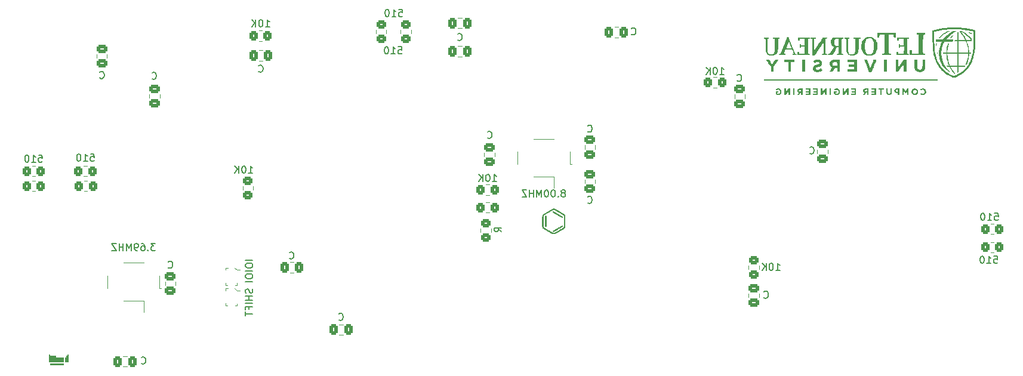
<source format=gbo>
G04 #@! TF.GenerationSoftware,KiCad,Pcbnew,(7.0.0)*
G04 #@! TF.CreationDate,2023-02-28T23:09:26-06:00*
G04 #@! TF.ProjectId,MCD,4d43442e-6b69-4636-9164-5f7063625858,rev?*
G04 #@! TF.SameCoordinates,Original*
G04 #@! TF.FileFunction,Legend,Bot*
G04 #@! TF.FilePolarity,Positive*
%FSLAX46Y46*%
G04 Gerber Fmt 4.6, Leading zero omitted, Abs format (unit mm)*
G04 Created by KiCad (PCBNEW (7.0.0)) date 2023-02-28 23:09:26*
%MOMM*%
%LPD*%
G01*
G04 APERTURE LIST*
G04 Aperture macros list*
%AMRoundRect*
0 Rectangle with rounded corners*
0 $1 Rounding radius*
0 $2 $3 $4 $5 $6 $7 $8 $9 X,Y pos of 4 corners*
0 Add a 4 corners polygon primitive as box body*
4,1,4,$2,$3,$4,$5,$6,$7,$8,$9,$2,$3,0*
0 Add four circle primitives for the rounded corners*
1,1,$1+$1,$2,$3*
1,1,$1+$1,$4,$5*
1,1,$1+$1,$6,$7*
1,1,$1+$1,$8,$9*
0 Add four rect primitives between the rounded corners*
20,1,$1+$1,$2,$3,$4,$5,0*
20,1,$1+$1,$4,$5,$6,$7,0*
20,1,$1+$1,$6,$7,$8,$9,0*
20,1,$1+$1,$8,$9,$2,$3,0*%
G04 Aperture macros list end*
%ADD10C,0.150000*%
%ADD11C,0.153000*%
%ADD12C,0.120000*%
%ADD13C,0.100000*%
%ADD14R,1.422400X1.422400*%
%ADD15C,1.422400*%
%ADD16C,3.800000*%
%ADD17R,1.700000X1.700000*%
%ADD18O,1.700000X1.700000*%
%ADD19O,1.600000X2.000000*%
%ADD20RoundRect,0.250000X0.350000X0.450000X-0.350000X0.450000X-0.350000X-0.450000X0.350000X-0.450000X0*%
%ADD21R,1.980000X3.000000*%
%ADD22RoundRect,0.250000X-0.350000X-0.450000X0.350000X-0.450000X0.350000X0.450000X-0.350000X0.450000X0*%
%ADD23RoundRect,0.250000X0.450000X-0.350000X0.450000X0.350000X-0.450000X0.350000X-0.450000X-0.350000X0*%
%ADD24RoundRect,0.250000X0.337500X0.475000X-0.337500X0.475000X-0.337500X-0.475000X0.337500X-0.475000X0*%
%ADD25RoundRect,0.250000X0.475000X-0.337500X0.475000X0.337500X-0.475000X0.337500X-0.475000X-0.337500X0*%
%ADD26R,0.600000X0.420000*%
%ADD27RoundRect,0.250000X-0.475000X0.337500X-0.475000X-0.337500X0.475000X-0.337500X0.475000X0.337500X0*%
%ADD28RoundRect,0.250000X-0.337500X-0.475000X0.337500X-0.475000X0.337500X0.475000X-0.337500X0.475000X0*%
%ADD29RoundRect,0.250000X-0.450000X0.350000X-0.450000X-0.350000X0.450000X-0.350000X0.450000X0.350000X0*%
G04 APERTURE END LIST*
D10*
X158327142Y-110695952D02*
X158422380Y-110648333D01*
X158422380Y-110648333D02*
X158469999Y-110600714D01*
X158469999Y-110600714D02*
X158517618Y-110505476D01*
X158517618Y-110505476D02*
X158517618Y-110457857D01*
X158517618Y-110457857D02*
X158469999Y-110362619D01*
X158469999Y-110362619D02*
X158422380Y-110315000D01*
X158422380Y-110315000D02*
X158327142Y-110267380D01*
X158327142Y-110267380D02*
X158136666Y-110267380D01*
X158136666Y-110267380D02*
X158041428Y-110315000D01*
X158041428Y-110315000D02*
X157993809Y-110362619D01*
X157993809Y-110362619D02*
X157946190Y-110457857D01*
X157946190Y-110457857D02*
X157946190Y-110505476D01*
X157946190Y-110505476D02*
X157993809Y-110600714D01*
X157993809Y-110600714D02*
X158041428Y-110648333D01*
X158041428Y-110648333D02*
X158136666Y-110695952D01*
X158136666Y-110695952D02*
X158327142Y-110695952D01*
X158327142Y-110695952D02*
X158422380Y-110743571D01*
X158422380Y-110743571D02*
X158469999Y-110791190D01*
X158469999Y-110791190D02*
X158517618Y-110886428D01*
X158517618Y-110886428D02*
X158517618Y-111076904D01*
X158517618Y-111076904D02*
X158469999Y-111172142D01*
X158469999Y-111172142D02*
X158422380Y-111219761D01*
X158422380Y-111219761D02*
X158327142Y-111267380D01*
X158327142Y-111267380D02*
X158136666Y-111267380D01*
X158136666Y-111267380D02*
X158041428Y-111219761D01*
X158041428Y-111219761D02*
X157993809Y-111172142D01*
X157993809Y-111172142D02*
X157946190Y-111076904D01*
X157946190Y-111076904D02*
X157946190Y-110886428D01*
X157946190Y-110886428D02*
X157993809Y-110791190D01*
X157993809Y-110791190D02*
X158041428Y-110743571D01*
X158041428Y-110743571D02*
X158136666Y-110695952D01*
X157517618Y-111172142D02*
X157469999Y-111219761D01*
X157469999Y-111219761D02*
X157517618Y-111267380D01*
X157517618Y-111267380D02*
X157565237Y-111219761D01*
X157565237Y-111219761D02*
X157517618Y-111172142D01*
X157517618Y-111172142D02*
X157517618Y-111267380D01*
X156850952Y-110267380D02*
X156755714Y-110267380D01*
X156755714Y-110267380D02*
X156660476Y-110315000D01*
X156660476Y-110315000D02*
X156612857Y-110362619D01*
X156612857Y-110362619D02*
X156565238Y-110457857D01*
X156565238Y-110457857D02*
X156517619Y-110648333D01*
X156517619Y-110648333D02*
X156517619Y-110886428D01*
X156517619Y-110886428D02*
X156565238Y-111076904D01*
X156565238Y-111076904D02*
X156612857Y-111172142D01*
X156612857Y-111172142D02*
X156660476Y-111219761D01*
X156660476Y-111219761D02*
X156755714Y-111267380D01*
X156755714Y-111267380D02*
X156850952Y-111267380D01*
X156850952Y-111267380D02*
X156946190Y-111219761D01*
X156946190Y-111219761D02*
X156993809Y-111172142D01*
X156993809Y-111172142D02*
X157041428Y-111076904D01*
X157041428Y-111076904D02*
X157089047Y-110886428D01*
X157089047Y-110886428D02*
X157089047Y-110648333D01*
X157089047Y-110648333D02*
X157041428Y-110457857D01*
X157041428Y-110457857D02*
X156993809Y-110362619D01*
X156993809Y-110362619D02*
X156946190Y-110315000D01*
X156946190Y-110315000D02*
X156850952Y-110267380D01*
X155898571Y-110267380D02*
X155803333Y-110267380D01*
X155803333Y-110267380D02*
X155708095Y-110315000D01*
X155708095Y-110315000D02*
X155660476Y-110362619D01*
X155660476Y-110362619D02*
X155612857Y-110457857D01*
X155612857Y-110457857D02*
X155565238Y-110648333D01*
X155565238Y-110648333D02*
X155565238Y-110886428D01*
X155565238Y-110886428D02*
X155612857Y-111076904D01*
X155612857Y-111076904D02*
X155660476Y-111172142D01*
X155660476Y-111172142D02*
X155708095Y-111219761D01*
X155708095Y-111219761D02*
X155803333Y-111267380D01*
X155803333Y-111267380D02*
X155898571Y-111267380D01*
X155898571Y-111267380D02*
X155993809Y-111219761D01*
X155993809Y-111219761D02*
X156041428Y-111172142D01*
X156041428Y-111172142D02*
X156089047Y-111076904D01*
X156089047Y-111076904D02*
X156136666Y-110886428D01*
X156136666Y-110886428D02*
X156136666Y-110648333D01*
X156136666Y-110648333D02*
X156089047Y-110457857D01*
X156089047Y-110457857D02*
X156041428Y-110362619D01*
X156041428Y-110362619D02*
X155993809Y-110315000D01*
X155993809Y-110315000D02*
X155898571Y-110267380D01*
X155136666Y-111267380D02*
X155136666Y-110267380D01*
X155136666Y-110267380D02*
X154803333Y-110981666D01*
X154803333Y-110981666D02*
X154470000Y-110267380D01*
X154470000Y-110267380D02*
X154470000Y-111267380D01*
X153993809Y-111267380D02*
X153993809Y-110267380D01*
X153993809Y-110743571D02*
X153422381Y-110743571D01*
X153422381Y-111267380D02*
X153422381Y-110267380D01*
X153041428Y-110267380D02*
X152374762Y-110267380D01*
X152374762Y-110267380D02*
X153041428Y-111267380D01*
X153041428Y-111267380D02*
X152374762Y-111267380D01*
X115990476Y-87117380D02*
X116561904Y-87117380D01*
X116276190Y-87117380D02*
X116276190Y-86117380D01*
X116276190Y-86117380D02*
X116371428Y-86260238D01*
X116371428Y-86260238D02*
X116466666Y-86355476D01*
X116466666Y-86355476D02*
X116561904Y-86403095D01*
X115371428Y-86117380D02*
X115276190Y-86117380D01*
X115276190Y-86117380D02*
X115180952Y-86165000D01*
X115180952Y-86165000D02*
X115133333Y-86212619D01*
X115133333Y-86212619D02*
X115085714Y-86307857D01*
X115085714Y-86307857D02*
X115038095Y-86498333D01*
X115038095Y-86498333D02*
X115038095Y-86736428D01*
X115038095Y-86736428D02*
X115085714Y-86926904D01*
X115085714Y-86926904D02*
X115133333Y-87022142D01*
X115133333Y-87022142D02*
X115180952Y-87069761D01*
X115180952Y-87069761D02*
X115276190Y-87117380D01*
X115276190Y-87117380D02*
X115371428Y-87117380D01*
X115371428Y-87117380D02*
X115466666Y-87069761D01*
X115466666Y-87069761D02*
X115514285Y-87022142D01*
X115514285Y-87022142D02*
X115561904Y-86926904D01*
X115561904Y-86926904D02*
X115609523Y-86736428D01*
X115609523Y-86736428D02*
X115609523Y-86498333D01*
X115609523Y-86498333D02*
X115561904Y-86307857D01*
X115561904Y-86307857D02*
X115514285Y-86212619D01*
X115514285Y-86212619D02*
X115466666Y-86165000D01*
X115466666Y-86165000D02*
X115371428Y-86117380D01*
X114609523Y-87117380D02*
X114609523Y-86117380D01*
X114038095Y-87117380D02*
X114466666Y-86545952D01*
X114038095Y-86117380D02*
X114609523Y-86688809D01*
X134914285Y-84667380D02*
X135390475Y-84667380D01*
X135390475Y-84667380D02*
X135438094Y-85143571D01*
X135438094Y-85143571D02*
X135390475Y-85095952D01*
X135390475Y-85095952D02*
X135295237Y-85048333D01*
X135295237Y-85048333D02*
X135057142Y-85048333D01*
X135057142Y-85048333D02*
X134961904Y-85095952D01*
X134961904Y-85095952D02*
X134914285Y-85143571D01*
X134914285Y-85143571D02*
X134866666Y-85238809D01*
X134866666Y-85238809D02*
X134866666Y-85476904D01*
X134866666Y-85476904D02*
X134914285Y-85572142D01*
X134914285Y-85572142D02*
X134961904Y-85619761D01*
X134961904Y-85619761D02*
X135057142Y-85667380D01*
X135057142Y-85667380D02*
X135295237Y-85667380D01*
X135295237Y-85667380D02*
X135390475Y-85619761D01*
X135390475Y-85619761D02*
X135438094Y-85572142D01*
X133914285Y-85667380D02*
X134485713Y-85667380D01*
X134199999Y-85667380D02*
X134199999Y-84667380D01*
X134199999Y-84667380D02*
X134295237Y-84810238D01*
X134295237Y-84810238D02*
X134390475Y-84905476D01*
X134390475Y-84905476D02*
X134485713Y-84953095D01*
X133295237Y-84667380D02*
X133199999Y-84667380D01*
X133199999Y-84667380D02*
X133104761Y-84715000D01*
X133104761Y-84715000D02*
X133057142Y-84762619D01*
X133057142Y-84762619D02*
X133009523Y-84857857D01*
X133009523Y-84857857D02*
X132961904Y-85048333D01*
X132961904Y-85048333D02*
X132961904Y-85286428D01*
X132961904Y-85286428D02*
X133009523Y-85476904D01*
X133009523Y-85476904D02*
X133057142Y-85572142D01*
X133057142Y-85572142D02*
X133104761Y-85619761D01*
X133104761Y-85619761D02*
X133199999Y-85667380D01*
X133199999Y-85667380D02*
X133295237Y-85667380D01*
X133295237Y-85667380D02*
X133390475Y-85619761D01*
X133390475Y-85619761D02*
X133438094Y-85572142D01*
X133438094Y-85572142D02*
X133485713Y-85476904D01*
X133485713Y-85476904D02*
X133533332Y-85286428D01*
X133533332Y-85286428D02*
X133533332Y-85048333D01*
X133533332Y-85048333D02*
X133485713Y-84857857D01*
X133485713Y-84857857D02*
X133438094Y-84762619D01*
X133438094Y-84762619D02*
X133390475Y-84715000D01*
X133390475Y-84715000D02*
X133295237Y-84667380D01*
X119402976Y-119972142D02*
X119450595Y-120019761D01*
X119450595Y-120019761D02*
X119593452Y-120067380D01*
X119593452Y-120067380D02*
X119688690Y-120067380D01*
X119688690Y-120067380D02*
X119831547Y-120019761D01*
X119831547Y-120019761D02*
X119926785Y-119924523D01*
X119926785Y-119924523D02*
X119974404Y-119829285D01*
X119974404Y-119829285D02*
X120022023Y-119638809D01*
X120022023Y-119638809D02*
X120022023Y-119495952D01*
X120022023Y-119495952D02*
X119974404Y-119305476D01*
X119974404Y-119305476D02*
X119926785Y-119210238D01*
X119926785Y-119210238D02*
X119831547Y-119115000D01*
X119831547Y-119115000D02*
X119688690Y-119067380D01*
X119688690Y-119067380D02*
X119593452Y-119067380D01*
X119593452Y-119067380D02*
X119450595Y-119115000D01*
X119450595Y-119115000D02*
X119402976Y-119162619D01*
X83814285Y-105317380D02*
X84290475Y-105317380D01*
X84290475Y-105317380D02*
X84338094Y-105793571D01*
X84338094Y-105793571D02*
X84290475Y-105745952D01*
X84290475Y-105745952D02*
X84195237Y-105698333D01*
X84195237Y-105698333D02*
X83957142Y-105698333D01*
X83957142Y-105698333D02*
X83861904Y-105745952D01*
X83861904Y-105745952D02*
X83814285Y-105793571D01*
X83814285Y-105793571D02*
X83766666Y-105888809D01*
X83766666Y-105888809D02*
X83766666Y-106126904D01*
X83766666Y-106126904D02*
X83814285Y-106222142D01*
X83814285Y-106222142D02*
X83861904Y-106269761D01*
X83861904Y-106269761D02*
X83957142Y-106317380D01*
X83957142Y-106317380D02*
X84195237Y-106317380D01*
X84195237Y-106317380D02*
X84290475Y-106269761D01*
X84290475Y-106269761D02*
X84338094Y-106222142D01*
X82814285Y-106317380D02*
X83385713Y-106317380D01*
X83099999Y-106317380D02*
X83099999Y-105317380D01*
X83099999Y-105317380D02*
X83195237Y-105460238D01*
X83195237Y-105460238D02*
X83290475Y-105555476D01*
X83290475Y-105555476D02*
X83385713Y-105603095D01*
X82195237Y-105317380D02*
X82099999Y-105317380D01*
X82099999Y-105317380D02*
X82004761Y-105365000D01*
X82004761Y-105365000D02*
X81957142Y-105412619D01*
X81957142Y-105412619D02*
X81909523Y-105507857D01*
X81909523Y-105507857D02*
X81861904Y-105698333D01*
X81861904Y-105698333D02*
X81861904Y-105936428D01*
X81861904Y-105936428D02*
X81909523Y-106126904D01*
X81909523Y-106126904D02*
X81957142Y-106222142D01*
X81957142Y-106222142D02*
X82004761Y-106269761D01*
X82004761Y-106269761D02*
X82099999Y-106317380D01*
X82099999Y-106317380D02*
X82195237Y-106317380D01*
X82195237Y-106317380D02*
X82290475Y-106269761D01*
X82290475Y-106269761D02*
X82338094Y-106222142D01*
X82338094Y-106222142D02*
X82385713Y-106126904D01*
X82385713Y-106126904D02*
X82433332Y-105936428D01*
X82433332Y-105936428D02*
X82433332Y-105698333D01*
X82433332Y-105698333D02*
X82385713Y-105507857D01*
X82385713Y-105507857D02*
X82338094Y-105412619D01*
X82338094Y-105412619D02*
X82290475Y-105365000D01*
X82290475Y-105365000D02*
X82195237Y-105317380D01*
X161690476Y-101972142D02*
X161738095Y-102019761D01*
X161738095Y-102019761D02*
X161880952Y-102067380D01*
X161880952Y-102067380D02*
X161976190Y-102067380D01*
X161976190Y-102067380D02*
X162119047Y-102019761D01*
X162119047Y-102019761D02*
X162214285Y-101924523D01*
X162214285Y-101924523D02*
X162261904Y-101829285D01*
X162261904Y-101829285D02*
X162309523Y-101638809D01*
X162309523Y-101638809D02*
X162309523Y-101495952D01*
X162309523Y-101495952D02*
X162261904Y-101305476D01*
X162261904Y-101305476D02*
X162214285Y-101210238D01*
X162214285Y-101210238D02*
X162119047Y-101115000D01*
X162119047Y-101115000D02*
X161976190Y-101067380D01*
X161976190Y-101067380D02*
X161880952Y-101067380D01*
X161880952Y-101067380D02*
X161738095Y-101115000D01*
X161738095Y-101115000D02*
X161690476Y-101162619D01*
X161690476Y-112072142D02*
X161738095Y-112119761D01*
X161738095Y-112119761D02*
X161880952Y-112167380D01*
X161880952Y-112167380D02*
X161976190Y-112167380D01*
X161976190Y-112167380D02*
X162119047Y-112119761D01*
X162119047Y-112119761D02*
X162214285Y-112024523D01*
X162214285Y-112024523D02*
X162261904Y-111929285D01*
X162261904Y-111929285D02*
X162309523Y-111738809D01*
X162309523Y-111738809D02*
X162309523Y-111595952D01*
X162309523Y-111595952D02*
X162261904Y-111405476D01*
X162261904Y-111405476D02*
X162214285Y-111310238D01*
X162214285Y-111310238D02*
X162119047Y-111215000D01*
X162119047Y-111215000D02*
X161976190Y-111167380D01*
X161976190Y-111167380D02*
X161880952Y-111167380D01*
X161880952Y-111167380D02*
X161738095Y-111215000D01*
X161738095Y-111215000D02*
X161690476Y-111262619D01*
X180440476Y-93867380D02*
X181011904Y-93867380D01*
X180726190Y-93867380D02*
X180726190Y-92867380D01*
X180726190Y-92867380D02*
X180821428Y-93010238D01*
X180821428Y-93010238D02*
X180916666Y-93105476D01*
X180916666Y-93105476D02*
X181011904Y-93153095D01*
X179821428Y-92867380D02*
X179726190Y-92867380D01*
X179726190Y-92867380D02*
X179630952Y-92915000D01*
X179630952Y-92915000D02*
X179583333Y-92962619D01*
X179583333Y-92962619D02*
X179535714Y-93057857D01*
X179535714Y-93057857D02*
X179488095Y-93248333D01*
X179488095Y-93248333D02*
X179488095Y-93486428D01*
X179488095Y-93486428D02*
X179535714Y-93676904D01*
X179535714Y-93676904D02*
X179583333Y-93772142D01*
X179583333Y-93772142D02*
X179630952Y-93819761D01*
X179630952Y-93819761D02*
X179726190Y-93867380D01*
X179726190Y-93867380D02*
X179821428Y-93867380D01*
X179821428Y-93867380D02*
X179916666Y-93819761D01*
X179916666Y-93819761D02*
X179964285Y-93772142D01*
X179964285Y-93772142D02*
X180011904Y-93676904D01*
X180011904Y-93676904D02*
X180059523Y-93486428D01*
X180059523Y-93486428D02*
X180059523Y-93248333D01*
X180059523Y-93248333D02*
X180011904Y-93057857D01*
X180011904Y-93057857D02*
X179964285Y-92962619D01*
X179964285Y-92962619D02*
X179916666Y-92915000D01*
X179916666Y-92915000D02*
X179821428Y-92867380D01*
X179059523Y-93867380D02*
X179059523Y-92867380D01*
X178488095Y-93867380D02*
X178916666Y-93295952D01*
X178488095Y-92867380D02*
X179059523Y-93438809D01*
X182890476Y-94772142D02*
X182938095Y-94819761D01*
X182938095Y-94819761D02*
X183080952Y-94867380D01*
X183080952Y-94867380D02*
X183176190Y-94867380D01*
X183176190Y-94867380D02*
X183319047Y-94819761D01*
X183319047Y-94819761D02*
X183414285Y-94724523D01*
X183414285Y-94724523D02*
X183461904Y-94629285D01*
X183461904Y-94629285D02*
X183509523Y-94438809D01*
X183509523Y-94438809D02*
X183509523Y-94295952D01*
X183509523Y-94295952D02*
X183461904Y-94105476D01*
X183461904Y-94105476D02*
X183414285Y-94010238D01*
X183414285Y-94010238D02*
X183319047Y-93915000D01*
X183319047Y-93915000D02*
X183176190Y-93867380D01*
X183176190Y-93867380D02*
X183080952Y-93867380D01*
X183080952Y-93867380D02*
X182938095Y-93915000D01*
X182938095Y-93915000D02*
X182890476Y-93962619D01*
X126390476Y-128672142D02*
X126438095Y-128719761D01*
X126438095Y-128719761D02*
X126580952Y-128767380D01*
X126580952Y-128767380D02*
X126676190Y-128767380D01*
X126676190Y-128767380D02*
X126819047Y-128719761D01*
X126819047Y-128719761D02*
X126914285Y-128624523D01*
X126914285Y-128624523D02*
X126961904Y-128529285D01*
X126961904Y-128529285D02*
X127009523Y-128338809D01*
X127009523Y-128338809D02*
X127009523Y-128195952D01*
X127009523Y-128195952D02*
X126961904Y-128005476D01*
X126961904Y-128005476D02*
X126914285Y-127910238D01*
X126914285Y-127910238D02*
X126819047Y-127815000D01*
X126819047Y-127815000D02*
X126676190Y-127767380D01*
X126676190Y-127767380D02*
X126580952Y-127767380D01*
X126580952Y-127767380D02*
X126438095Y-127815000D01*
X126438095Y-127815000D02*
X126390476Y-127862619D01*
X98390476Y-134872142D02*
X98438095Y-134919761D01*
X98438095Y-134919761D02*
X98580952Y-134967380D01*
X98580952Y-134967380D02*
X98676190Y-134967380D01*
X98676190Y-134967380D02*
X98819047Y-134919761D01*
X98819047Y-134919761D02*
X98914285Y-134824523D01*
X98914285Y-134824523D02*
X98961904Y-134729285D01*
X98961904Y-134729285D02*
X99009523Y-134538809D01*
X99009523Y-134538809D02*
X99009523Y-134395952D01*
X99009523Y-134395952D02*
X98961904Y-134205476D01*
X98961904Y-134205476D02*
X98914285Y-134110238D01*
X98914285Y-134110238D02*
X98819047Y-134015000D01*
X98819047Y-134015000D02*
X98676190Y-133967380D01*
X98676190Y-133967380D02*
X98580952Y-133967380D01*
X98580952Y-133967380D02*
X98438095Y-134015000D01*
X98438095Y-134015000D02*
X98390476Y-134062619D01*
D11*
X114167380Y-120228572D02*
X113167380Y-120228572D01*
X113167380Y-120895238D02*
X113167380Y-121085714D01*
X113167380Y-121085714D02*
X113215000Y-121180952D01*
X113215000Y-121180952D02*
X113310238Y-121276190D01*
X113310238Y-121276190D02*
X113500714Y-121323809D01*
X113500714Y-121323809D02*
X113834047Y-121323809D01*
X113834047Y-121323809D02*
X114024523Y-121276190D01*
X114024523Y-121276190D02*
X114119761Y-121180952D01*
X114119761Y-121180952D02*
X114167380Y-121085714D01*
X114167380Y-121085714D02*
X114167380Y-120895238D01*
X114167380Y-120895238D02*
X114119761Y-120800000D01*
X114119761Y-120800000D02*
X114024523Y-120704762D01*
X114024523Y-120704762D02*
X113834047Y-120657143D01*
X113834047Y-120657143D02*
X113500714Y-120657143D01*
X113500714Y-120657143D02*
X113310238Y-120704762D01*
X113310238Y-120704762D02*
X113215000Y-120800000D01*
X113215000Y-120800000D02*
X113167380Y-120895238D01*
X114167380Y-121752381D02*
X113167380Y-121752381D01*
X113167380Y-122419047D02*
X113167380Y-122609523D01*
X113167380Y-122609523D02*
X113215000Y-122704761D01*
X113215000Y-122704761D02*
X113310238Y-122799999D01*
X113310238Y-122799999D02*
X113500714Y-122847618D01*
X113500714Y-122847618D02*
X113834047Y-122847618D01*
X113834047Y-122847618D02*
X114024523Y-122799999D01*
X114024523Y-122799999D02*
X114119761Y-122704761D01*
X114119761Y-122704761D02*
X114167380Y-122609523D01*
X114167380Y-122609523D02*
X114167380Y-122419047D01*
X114167380Y-122419047D02*
X114119761Y-122323809D01*
X114119761Y-122323809D02*
X114024523Y-122228571D01*
X114024523Y-122228571D02*
X113834047Y-122180952D01*
X113834047Y-122180952D02*
X113500714Y-122180952D01*
X113500714Y-122180952D02*
X113310238Y-122228571D01*
X113310238Y-122228571D02*
X113215000Y-122323809D01*
X113215000Y-122323809D02*
X113167380Y-122419047D01*
X114167380Y-123276190D02*
X113167380Y-123276190D01*
X114119761Y-124304761D02*
X114167380Y-124447618D01*
X114167380Y-124447618D02*
X114167380Y-124685713D01*
X114167380Y-124685713D02*
X114119761Y-124780951D01*
X114119761Y-124780951D02*
X114072142Y-124828570D01*
X114072142Y-124828570D02*
X113976904Y-124876189D01*
X113976904Y-124876189D02*
X113881666Y-124876189D01*
X113881666Y-124876189D02*
X113786428Y-124828570D01*
X113786428Y-124828570D02*
X113738809Y-124780951D01*
X113738809Y-124780951D02*
X113691190Y-124685713D01*
X113691190Y-124685713D02*
X113643571Y-124495237D01*
X113643571Y-124495237D02*
X113595952Y-124399999D01*
X113595952Y-124399999D02*
X113548333Y-124352380D01*
X113548333Y-124352380D02*
X113453095Y-124304761D01*
X113453095Y-124304761D02*
X113357857Y-124304761D01*
X113357857Y-124304761D02*
X113262619Y-124352380D01*
X113262619Y-124352380D02*
X113215000Y-124399999D01*
X113215000Y-124399999D02*
X113167380Y-124495237D01*
X113167380Y-124495237D02*
X113167380Y-124733332D01*
X113167380Y-124733332D02*
X113215000Y-124876189D01*
X114167380Y-125304761D02*
X113167380Y-125304761D01*
X113643571Y-125304761D02*
X113643571Y-125876189D01*
X114167380Y-125876189D02*
X113167380Y-125876189D01*
X114167380Y-126352380D02*
X113167380Y-126352380D01*
X113643571Y-127161903D02*
X113643571Y-126828570D01*
X114167380Y-126828570D02*
X113167380Y-126828570D01*
X113167380Y-126828570D02*
X113167380Y-127304760D01*
X113167380Y-127542856D02*
X113167380Y-128114284D01*
X114167380Y-127828570D02*
X113167380Y-127828570D01*
D10*
X102190476Y-121272142D02*
X102238095Y-121319761D01*
X102238095Y-121319761D02*
X102380952Y-121367380D01*
X102380952Y-121367380D02*
X102476190Y-121367380D01*
X102476190Y-121367380D02*
X102619047Y-121319761D01*
X102619047Y-121319761D02*
X102714285Y-121224523D01*
X102714285Y-121224523D02*
X102761904Y-121129285D01*
X102761904Y-121129285D02*
X102809523Y-120938809D01*
X102809523Y-120938809D02*
X102809523Y-120795952D01*
X102809523Y-120795952D02*
X102761904Y-120605476D01*
X102761904Y-120605476D02*
X102714285Y-120510238D01*
X102714285Y-120510238D02*
X102619047Y-120415000D01*
X102619047Y-120415000D02*
X102476190Y-120367380D01*
X102476190Y-120367380D02*
X102380952Y-120367380D01*
X102380952Y-120367380D02*
X102238095Y-120415000D01*
X102238095Y-120415000D02*
X102190476Y-120462619D01*
X148190476Y-109067380D02*
X148761904Y-109067380D01*
X148476190Y-109067380D02*
X148476190Y-108067380D01*
X148476190Y-108067380D02*
X148571428Y-108210238D01*
X148571428Y-108210238D02*
X148666666Y-108305476D01*
X148666666Y-108305476D02*
X148761904Y-108353095D01*
X147571428Y-108067380D02*
X147476190Y-108067380D01*
X147476190Y-108067380D02*
X147380952Y-108115000D01*
X147380952Y-108115000D02*
X147333333Y-108162619D01*
X147333333Y-108162619D02*
X147285714Y-108257857D01*
X147285714Y-108257857D02*
X147238095Y-108448333D01*
X147238095Y-108448333D02*
X147238095Y-108686428D01*
X147238095Y-108686428D02*
X147285714Y-108876904D01*
X147285714Y-108876904D02*
X147333333Y-108972142D01*
X147333333Y-108972142D02*
X147380952Y-109019761D01*
X147380952Y-109019761D02*
X147476190Y-109067380D01*
X147476190Y-109067380D02*
X147571428Y-109067380D01*
X147571428Y-109067380D02*
X147666666Y-109019761D01*
X147666666Y-109019761D02*
X147714285Y-108972142D01*
X147714285Y-108972142D02*
X147761904Y-108876904D01*
X147761904Y-108876904D02*
X147809523Y-108686428D01*
X147809523Y-108686428D02*
X147809523Y-108448333D01*
X147809523Y-108448333D02*
X147761904Y-108257857D01*
X147761904Y-108257857D02*
X147714285Y-108162619D01*
X147714285Y-108162619D02*
X147666666Y-108115000D01*
X147666666Y-108115000D02*
X147571428Y-108067380D01*
X146809523Y-109067380D02*
X146809523Y-108067380D01*
X146238095Y-109067380D02*
X146666666Y-108495952D01*
X146238095Y-108067380D02*
X146809523Y-108638809D01*
X219414285Y-113567380D02*
X219890475Y-113567380D01*
X219890475Y-113567380D02*
X219938094Y-114043571D01*
X219938094Y-114043571D02*
X219890475Y-113995952D01*
X219890475Y-113995952D02*
X219795237Y-113948333D01*
X219795237Y-113948333D02*
X219557142Y-113948333D01*
X219557142Y-113948333D02*
X219461904Y-113995952D01*
X219461904Y-113995952D02*
X219414285Y-114043571D01*
X219414285Y-114043571D02*
X219366666Y-114138809D01*
X219366666Y-114138809D02*
X219366666Y-114376904D01*
X219366666Y-114376904D02*
X219414285Y-114472142D01*
X219414285Y-114472142D02*
X219461904Y-114519761D01*
X219461904Y-114519761D02*
X219557142Y-114567380D01*
X219557142Y-114567380D02*
X219795237Y-114567380D01*
X219795237Y-114567380D02*
X219890475Y-114519761D01*
X219890475Y-114519761D02*
X219938094Y-114472142D01*
X218414285Y-114567380D02*
X218985713Y-114567380D01*
X218699999Y-114567380D02*
X218699999Y-113567380D01*
X218699999Y-113567380D02*
X218795237Y-113710238D01*
X218795237Y-113710238D02*
X218890475Y-113805476D01*
X218890475Y-113805476D02*
X218985713Y-113853095D01*
X217795237Y-113567380D02*
X217699999Y-113567380D01*
X217699999Y-113567380D02*
X217604761Y-113615000D01*
X217604761Y-113615000D02*
X217557142Y-113662619D01*
X217557142Y-113662619D02*
X217509523Y-113757857D01*
X217509523Y-113757857D02*
X217461904Y-113948333D01*
X217461904Y-113948333D02*
X217461904Y-114186428D01*
X217461904Y-114186428D02*
X217509523Y-114376904D01*
X217509523Y-114376904D02*
X217557142Y-114472142D01*
X217557142Y-114472142D02*
X217604761Y-114519761D01*
X217604761Y-114519761D02*
X217699999Y-114567380D01*
X217699999Y-114567380D02*
X217795237Y-114567380D01*
X217795237Y-114567380D02*
X217890475Y-114519761D01*
X217890475Y-114519761D02*
X217938094Y-114472142D01*
X217938094Y-114472142D02*
X217985713Y-114376904D01*
X217985713Y-114376904D02*
X218033332Y-114186428D01*
X218033332Y-114186428D02*
X218033332Y-113948333D01*
X218033332Y-113948333D02*
X217985713Y-113757857D01*
X217985713Y-113757857D02*
X217938094Y-113662619D01*
X217938094Y-113662619D02*
X217890475Y-113615000D01*
X217890475Y-113615000D02*
X217795237Y-113567380D01*
X186690476Y-125522142D02*
X186738095Y-125569761D01*
X186738095Y-125569761D02*
X186880952Y-125617380D01*
X186880952Y-125617380D02*
X186976190Y-125617380D01*
X186976190Y-125617380D02*
X187119047Y-125569761D01*
X187119047Y-125569761D02*
X187214285Y-125474523D01*
X187214285Y-125474523D02*
X187261904Y-125379285D01*
X187261904Y-125379285D02*
X187309523Y-125188809D01*
X187309523Y-125188809D02*
X187309523Y-125045952D01*
X187309523Y-125045952D02*
X187261904Y-124855476D01*
X187261904Y-124855476D02*
X187214285Y-124760238D01*
X187214285Y-124760238D02*
X187119047Y-124665000D01*
X187119047Y-124665000D02*
X186976190Y-124617380D01*
X186976190Y-124617380D02*
X186880952Y-124617380D01*
X186880952Y-124617380D02*
X186738095Y-124665000D01*
X186738095Y-124665000D02*
X186690476Y-124712619D01*
X167890476Y-88172142D02*
X167938095Y-88219761D01*
X167938095Y-88219761D02*
X168080952Y-88267380D01*
X168080952Y-88267380D02*
X168176190Y-88267380D01*
X168176190Y-88267380D02*
X168319047Y-88219761D01*
X168319047Y-88219761D02*
X168414285Y-88124523D01*
X168414285Y-88124523D02*
X168461904Y-88029285D01*
X168461904Y-88029285D02*
X168509523Y-87838809D01*
X168509523Y-87838809D02*
X168509523Y-87695952D01*
X168509523Y-87695952D02*
X168461904Y-87505476D01*
X168461904Y-87505476D02*
X168414285Y-87410238D01*
X168414285Y-87410238D02*
X168319047Y-87315000D01*
X168319047Y-87315000D02*
X168176190Y-87267380D01*
X168176190Y-87267380D02*
X168080952Y-87267380D01*
X168080952Y-87267380D02*
X167938095Y-87315000D01*
X167938095Y-87315000D02*
X167890476Y-87362619D01*
D11*
X100365237Y-117867380D02*
X99746190Y-117867380D01*
X99746190Y-117867380D02*
X100079523Y-118248333D01*
X100079523Y-118248333D02*
X99936666Y-118248333D01*
X99936666Y-118248333D02*
X99841428Y-118295952D01*
X99841428Y-118295952D02*
X99793809Y-118343571D01*
X99793809Y-118343571D02*
X99746190Y-118438809D01*
X99746190Y-118438809D02*
X99746190Y-118676904D01*
X99746190Y-118676904D02*
X99793809Y-118772142D01*
X99793809Y-118772142D02*
X99841428Y-118819761D01*
X99841428Y-118819761D02*
X99936666Y-118867380D01*
X99936666Y-118867380D02*
X100222380Y-118867380D01*
X100222380Y-118867380D02*
X100317618Y-118819761D01*
X100317618Y-118819761D02*
X100365237Y-118772142D01*
X99317618Y-118772142D02*
X99269999Y-118819761D01*
X99269999Y-118819761D02*
X99317618Y-118867380D01*
X99317618Y-118867380D02*
X99365237Y-118819761D01*
X99365237Y-118819761D02*
X99317618Y-118772142D01*
X99317618Y-118772142D02*
X99317618Y-118867380D01*
X98412857Y-117867380D02*
X98603333Y-117867380D01*
X98603333Y-117867380D02*
X98698571Y-117915000D01*
X98698571Y-117915000D02*
X98746190Y-117962619D01*
X98746190Y-117962619D02*
X98841428Y-118105476D01*
X98841428Y-118105476D02*
X98889047Y-118295952D01*
X98889047Y-118295952D02*
X98889047Y-118676904D01*
X98889047Y-118676904D02*
X98841428Y-118772142D01*
X98841428Y-118772142D02*
X98793809Y-118819761D01*
X98793809Y-118819761D02*
X98698571Y-118867380D01*
X98698571Y-118867380D02*
X98508095Y-118867380D01*
X98508095Y-118867380D02*
X98412857Y-118819761D01*
X98412857Y-118819761D02*
X98365238Y-118772142D01*
X98365238Y-118772142D02*
X98317619Y-118676904D01*
X98317619Y-118676904D02*
X98317619Y-118438809D01*
X98317619Y-118438809D02*
X98365238Y-118343571D01*
X98365238Y-118343571D02*
X98412857Y-118295952D01*
X98412857Y-118295952D02*
X98508095Y-118248333D01*
X98508095Y-118248333D02*
X98698571Y-118248333D01*
X98698571Y-118248333D02*
X98793809Y-118295952D01*
X98793809Y-118295952D02*
X98841428Y-118343571D01*
X98841428Y-118343571D02*
X98889047Y-118438809D01*
X97841428Y-118867380D02*
X97650952Y-118867380D01*
X97650952Y-118867380D02*
X97555714Y-118819761D01*
X97555714Y-118819761D02*
X97508095Y-118772142D01*
X97508095Y-118772142D02*
X97412857Y-118629285D01*
X97412857Y-118629285D02*
X97365238Y-118438809D01*
X97365238Y-118438809D02*
X97365238Y-118057857D01*
X97365238Y-118057857D02*
X97412857Y-117962619D01*
X97412857Y-117962619D02*
X97460476Y-117915000D01*
X97460476Y-117915000D02*
X97555714Y-117867380D01*
X97555714Y-117867380D02*
X97746190Y-117867380D01*
X97746190Y-117867380D02*
X97841428Y-117915000D01*
X97841428Y-117915000D02*
X97889047Y-117962619D01*
X97889047Y-117962619D02*
X97936666Y-118057857D01*
X97936666Y-118057857D02*
X97936666Y-118295952D01*
X97936666Y-118295952D02*
X97889047Y-118391190D01*
X97889047Y-118391190D02*
X97841428Y-118438809D01*
X97841428Y-118438809D02*
X97746190Y-118486428D01*
X97746190Y-118486428D02*
X97555714Y-118486428D01*
X97555714Y-118486428D02*
X97460476Y-118438809D01*
X97460476Y-118438809D02*
X97412857Y-118391190D01*
X97412857Y-118391190D02*
X97365238Y-118295952D01*
X96936666Y-118867380D02*
X96936666Y-117867380D01*
X96936666Y-117867380D02*
X96603333Y-118581666D01*
X96603333Y-118581666D02*
X96270000Y-117867380D01*
X96270000Y-117867380D02*
X96270000Y-118867380D01*
X95793809Y-118867380D02*
X95793809Y-117867380D01*
X95793809Y-118343571D02*
X95222381Y-118343571D01*
X95222381Y-118867380D02*
X95222381Y-117867380D01*
X94841428Y-117867380D02*
X94174762Y-117867380D01*
X94174762Y-117867380D02*
X94841428Y-118867380D01*
X94841428Y-118867380D02*
X94174762Y-118867380D01*
D10*
X188390476Y-121667380D02*
X188961904Y-121667380D01*
X188676190Y-121667380D02*
X188676190Y-120667380D01*
X188676190Y-120667380D02*
X188771428Y-120810238D01*
X188771428Y-120810238D02*
X188866666Y-120905476D01*
X188866666Y-120905476D02*
X188961904Y-120953095D01*
X187771428Y-120667380D02*
X187676190Y-120667380D01*
X187676190Y-120667380D02*
X187580952Y-120715000D01*
X187580952Y-120715000D02*
X187533333Y-120762619D01*
X187533333Y-120762619D02*
X187485714Y-120857857D01*
X187485714Y-120857857D02*
X187438095Y-121048333D01*
X187438095Y-121048333D02*
X187438095Y-121286428D01*
X187438095Y-121286428D02*
X187485714Y-121476904D01*
X187485714Y-121476904D02*
X187533333Y-121572142D01*
X187533333Y-121572142D02*
X187580952Y-121619761D01*
X187580952Y-121619761D02*
X187676190Y-121667380D01*
X187676190Y-121667380D02*
X187771428Y-121667380D01*
X187771428Y-121667380D02*
X187866666Y-121619761D01*
X187866666Y-121619761D02*
X187914285Y-121572142D01*
X187914285Y-121572142D02*
X187961904Y-121476904D01*
X187961904Y-121476904D02*
X188009523Y-121286428D01*
X188009523Y-121286428D02*
X188009523Y-121048333D01*
X188009523Y-121048333D02*
X187961904Y-120857857D01*
X187961904Y-120857857D02*
X187914285Y-120762619D01*
X187914285Y-120762619D02*
X187866666Y-120715000D01*
X187866666Y-120715000D02*
X187771428Y-120667380D01*
X187009523Y-121667380D02*
X187009523Y-120667380D01*
X186438095Y-121667380D02*
X186866666Y-121095952D01*
X186438095Y-120667380D02*
X187009523Y-121238809D01*
X113590476Y-107867380D02*
X114161904Y-107867380D01*
X113876190Y-107867380D02*
X113876190Y-106867380D01*
X113876190Y-106867380D02*
X113971428Y-107010238D01*
X113971428Y-107010238D02*
X114066666Y-107105476D01*
X114066666Y-107105476D02*
X114161904Y-107153095D01*
X112971428Y-106867380D02*
X112876190Y-106867380D01*
X112876190Y-106867380D02*
X112780952Y-106915000D01*
X112780952Y-106915000D02*
X112733333Y-106962619D01*
X112733333Y-106962619D02*
X112685714Y-107057857D01*
X112685714Y-107057857D02*
X112638095Y-107248333D01*
X112638095Y-107248333D02*
X112638095Y-107486428D01*
X112638095Y-107486428D02*
X112685714Y-107676904D01*
X112685714Y-107676904D02*
X112733333Y-107772142D01*
X112733333Y-107772142D02*
X112780952Y-107819761D01*
X112780952Y-107819761D02*
X112876190Y-107867380D01*
X112876190Y-107867380D02*
X112971428Y-107867380D01*
X112971428Y-107867380D02*
X113066666Y-107819761D01*
X113066666Y-107819761D02*
X113114285Y-107772142D01*
X113114285Y-107772142D02*
X113161904Y-107676904D01*
X113161904Y-107676904D02*
X113209523Y-107486428D01*
X113209523Y-107486428D02*
X113209523Y-107248333D01*
X113209523Y-107248333D02*
X113161904Y-107057857D01*
X113161904Y-107057857D02*
X113114285Y-106962619D01*
X113114285Y-106962619D02*
X113066666Y-106915000D01*
X113066666Y-106915000D02*
X112971428Y-106867380D01*
X112209523Y-107867380D02*
X112209523Y-106867380D01*
X111638095Y-107867380D02*
X112066666Y-107295952D01*
X111638095Y-106867380D02*
X112209523Y-107438809D01*
X134814285Y-89967380D02*
X135290475Y-89967380D01*
X135290475Y-89967380D02*
X135338094Y-90443571D01*
X135338094Y-90443571D02*
X135290475Y-90395952D01*
X135290475Y-90395952D02*
X135195237Y-90348333D01*
X135195237Y-90348333D02*
X134957142Y-90348333D01*
X134957142Y-90348333D02*
X134861904Y-90395952D01*
X134861904Y-90395952D02*
X134814285Y-90443571D01*
X134814285Y-90443571D02*
X134766666Y-90538809D01*
X134766666Y-90538809D02*
X134766666Y-90776904D01*
X134766666Y-90776904D02*
X134814285Y-90872142D01*
X134814285Y-90872142D02*
X134861904Y-90919761D01*
X134861904Y-90919761D02*
X134957142Y-90967380D01*
X134957142Y-90967380D02*
X135195237Y-90967380D01*
X135195237Y-90967380D02*
X135290475Y-90919761D01*
X135290475Y-90919761D02*
X135338094Y-90872142D01*
X133814285Y-90967380D02*
X134385713Y-90967380D01*
X134099999Y-90967380D02*
X134099999Y-89967380D01*
X134099999Y-89967380D02*
X134195237Y-90110238D01*
X134195237Y-90110238D02*
X134290475Y-90205476D01*
X134290475Y-90205476D02*
X134385713Y-90253095D01*
X133195237Y-89967380D02*
X133099999Y-89967380D01*
X133099999Y-89967380D02*
X133004761Y-90015000D01*
X133004761Y-90015000D02*
X132957142Y-90062619D01*
X132957142Y-90062619D02*
X132909523Y-90157857D01*
X132909523Y-90157857D02*
X132861904Y-90348333D01*
X132861904Y-90348333D02*
X132861904Y-90586428D01*
X132861904Y-90586428D02*
X132909523Y-90776904D01*
X132909523Y-90776904D02*
X132957142Y-90872142D01*
X132957142Y-90872142D02*
X133004761Y-90919761D01*
X133004761Y-90919761D02*
X133099999Y-90967380D01*
X133099999Y-90967380D02*
X133195237Y-90967380D01*
X133195237Y-90967380D02*
X133290475Y-90919761D01*
X133290475Y-90919761D02*
X133338094Y-90872142D01*
X133338094Y-90872142D02*
X133385713Y-90776904D01*
X133385713Y-90776904D02*
X133433332Y-90586428D01*
X133433332Y-90586428D02*
X133433332Y-90348333D01*
X133433332Y-90348333D02*
X133385713Y-90157857D01*
X133385713Y-90157857D02*
X133338094Y-90062619D01*
X133338094Y-90062619D02*
X133290475Y-90015000D01*
X133290475Y-90015000D02*
X133195237Y-89967380D01*
X115027976Y-93472142D02*
X115075595Y-93519761D01*
X115075595Y-93519761D02*
X115218452Y-93567380D01*
X115218452Y-93567380D02*
X115313690Y-93567380D01*
X115313690Y-93567380D02*
X115456547Y-93519761D01*
X115456547Y-93519761D02*
X115551785Y-93424523D01*
X115551785Y-93424523D02*
X115599404Y-93329285D01*
X115599404Y-93329285D02*
X115647023Y-93138809D01*
X115647023Y-93138809D02*
X115647023Y-92995952D01*
X115647023Y-92995952D02*
X115599404Y-92805476D01*
X115599404Y-92805476D02*
X115551785Y-92710238D01*
X115551785Y-92710238D02*
X115456547Y-92615000D01*
X115456547Y-92615000D02*
X115313690Y-92567380D01*
X115313690Y-92567380D02*
X115218452Y-92567380D01*
X115218452Y-92567380D02*
X115075595Y-92615000D01*
X115075595Y-92615000D02*
X115027976Y-92662619D01*
X99890476Y-94472142D02*
X99938095Y-94519761D01*
X99938095Y-94519761D02*
X100080952Y-94567380D01*
X100080952Y-94567380D02*
X100176190Y-94567380D01*
X100176190Y-94567380D02*
X100319047Y-94519761D01*
X100319047Y-94519761D02*
X100414285Y-94424523D01*
X100414285Y-94424523D02*
X100461904Y-94329285D01*
X100461904Y-94329285D02*
X100509523Y-94138809D01*
X100509523Y-94138809D02*
X100509523Y-93995952D01*
X100509523Y-93995952D02*
X100461904Y-93805476D01*
X100461904Y-93805476D02*
X100414285Y-93710238D01*
X100414285Y-93710238D02*
X100319047Y-93615000D01*
X100319047Y-93615000D02*
X100176190Y-93567380D01*
X100176190Y-93567380D02*
X100080952Y-93567380D01*
X100080952Y-93567380D02*
X99938095Y-93615000D01*
X99938095Y-93615000D02*
X99890476Y-93662619D01*
X147490476Y-102872142D02*
X147538095Y-102919761D01*
X147538095Y-102919761D02*
X147680952Y-102967380D01*
X147680952Y-102967380D02*
X147776190Y-102967380D01*
X147776190Y-102967380D02*
X147919047Y-102919761D01*
X147919047Y-102919761D02*
X148014285Y-102824523D01*
X148014285Y-102824523D02*
X148061904Y-102729285D01*
X148061904Y-102729285D02*
X148109523Y-102538809D01*
X148109523Y-102538809D02*
X148109523Y-102395952D01*
X148109523Y-102395952D02*
X148061904Y-102205476D01*
X148061904Y-102205476D02*
X148014285Y-102110238D01*
X148014285Y-102110238D02*
X147919047Y-102015000D01*
X147919047Y-102015000D02*
X147776190Y-101967380D01*
X147776190Y-101967380D02*
X147680952Y-101967380D01*
X147680952Y-101967380D02*
X147538095Y-102015000D01*
X147538095Y-102015000D02*
X147490476Y-102062619D01*
X219314285Y-119667380D02*
X219790475Y-119667380D01*
X219790475Y-119667380D02*
X219838094Y-120143571D01*
X219838094Y-120143571D02*
X219790475Y-120095952D01*
X219790475Y-120095952D02*
X219695237Y-120048333D01*
X219695237Y-120048333D02*
X219457142Y-120048333D01*
X219457142Y-120048333D02*
X219361904Y-120095952D01*
X219361904Y-120095952D02*
X219314285Y-120143571D01*
X219314285Y-120143571D02*
X219266666Y-120238809D01*
X219266666Y-120238809D02*
X219266666Y-120476904D01*
X219266666Y-120476904D02*
X219314285Y-120572142D01*
X219314285Y-120572142D02*
X219361904Y-120619761D01*
X219361904Y-120619761D02*
X219457142Y-120667380D01*
X219457142Y-120667380D02*
X219695237Y-120667380D01*
X219695237Y-120667380D02*
X219790475Y-120619761D01*
X219790475Y-120619761D02*
X219838094Y-120572142D01*
X218314285Y-120667380D02*
X218885713Y-120667380D01*
X218599999Y-120667380D02*
X218599999Y-119667380D01*
X218599999Y-119667380D02*
X218695237Y-119810238D01*
X218695237Y-119810238D02*
X218790475Y-119905476D01*
X218790475Y-119905476D02*
X218885713Y-119953095D01*
X217695237Y-119667380D02*
X217599999Y-119667380D01*
X217599999Y-119667380D02*
X217504761Y-119715000D01*
X217504761Y-119715000D02*
X217457142Y-119762619D01*
X217457142Y-119762619D02*
X217409523Y-119857857D01*
X217409523Y-119857857D02*
X217361904Y-120048333D01*
X217361904Y-120048333D02*
X217361904Y-120286428D01*
X217361904Y-120286428D02*
X217409523Y-120476904D01*
X217409523Y-120476904D02*
X217457142Y-120572142D01*
X217457142Y-120572142D02*
X217504761Y-120619761D01*
X217504761Y-120619761D02*
X217599999Y-120667380D01*
X217599999Y-120667380D02*
X217695237Y-120667380D01*
X217695237Y-120667380D02*
X217790475Y-120619761D01*
X217790475Y-120619761D02*
X217838094Y-120572142D01*
X217838094Y-120572142D02*
X217885713Y-120476904D01*
X217885713Y-120476904D02*
X217933332Y-120286428D01*
X217933332Y-120286428D02*
X217933332Y-120048333D01*
X217933332Y-120048333D02*
X217885713Y-119857857D01*
X217885713Y-119857857D02*
X217838094Y-119762619D01*
X217838094Y-119762619D02*
X217790475Y-119715000D01*
X217790475Y-119715000D02*
X217695237Y-119667380D01*
X91164285Y-105167380D02*
X91640475Y-105167380D01*
X91640475Y-105167380D02*
X91688094Y-105643571D01*
X91688094Y-105643571D02*
X91640475Y-105595952D01*
X91640475Y-105595952D02*
X91545237Y-105548333D01*
X91545237Y-105548333D02*
X91307142Y-105548333D01*
X91307142Y-105548333D02*
X91211904Y-105595952D01*
X91211904Y-105595952D02*
X91164285Y-105643571D01*
X91164285Y-105643571D02*
X91116666Y-105738809D01*
X91116666Y-105738809D02*
X91116666Y-105976904D01*
X91116666Y-105976904D02*
X91164285Y-106072142D01*
X91164285Y-106072142D02*
X91211904Y-106119761D01*
X91211904Y-106119761D02*
X91307142Y-106167380D01*
X91307142Y-106167380D02*
X91545237Y-106167380D01*
X91545237Y-106167380D02*
X91640475Y-106119761D01*
X91640475Y-106119761D02*
X91688094Y-106072142D01*
X90164285Y-106167380D02*
X90735713Y-106167380D01*
X90449999Y-106167380D02*
X90449999Y-105167380D01*
X90449999Y-105167380D02*
X90545237Y-105310238D01*
X90545237Y-105310238D02*
X90640475Y-105405476D01*
X90640475Y-105405476D02*
X90735713Y-105453095D01*
X89545237Y-105167380D02*
X89449999Y-105167380D01*
X89449999Y-105167380D02*
X89354761Y-105215000D01*
X89354761Y-105215000D02*
X89307142Y-105262619D01*
X89307142Y-105262619D02*
X89259523Y-105357857D01*
X89259523Y-105357857D02*
X89211904Y-105548333D01*
X89211904Y-105548333D02*
X89211904Y-105786428D01*
X89211904Y-105786428D02*
X89259523Y-105976904D01*
X89259523Y-105976904D02*
X89307142Y-106072142D01*
X89307142Y-106072142D02*
X89354761Y-106119761D01*
X89354761Y-106119761D02*
X89449999Y-106167380D01*
X89449999Y-106167380D02*
X89545237Y-106167380D01*
X89545237Y-106167380D02*
X89640475Y-106119761D01*
X89640475Y-106119761D02*
X89688094Y-106072142D01*
X89688094Y-106072142D02*
X89735713Y-105976904D01*
X89735713Y-105976904D02*
X89783332Y-105786428D01*
X89783332Y-105786428D02*
X89783332Y-105548333D01*
X89783332Y-105548333D02*
X89735713Y-105357857D01*
X89735713Y-105357857D02*
X89688094Y-105262619D01*
X89688094Y-105262619D02*
X89640475Y-105215000D01*
X89640475Y-105215000D02*
X89545237Y-105167380D01*
X143252976Y-88972142D02*
X143300595Y-89019761D01*
X143300595Y-89019761D02*
X143443452Y-89067380D01*
X143443452Y-89067380D02*
X143538690Y-89067380D01*
X143538690Y-89067380D02*
X143681547Y-89019761D01*
X143681547Y-89019761D02*
X143776785Y-88924523D01*
X143776785Y-88924523D02*
X143824404Y-88829285D01*
X143824404Y-88829285D02*
X143872023Y-88638809D01*
X143872023Y-88638809D02*
X143872023Y-88495952D01*
X143872023Y-88495952D02*
X143824404Y-88305476D01*
X143824404Y-88305476D02*
X143776785Y-88210238D01*
X143776785Y-88210238D02*
X143681547Y-88115000D01*
X143681547Y-88115000D02*
X143538690Y-88067380D01*
X143538690Y-88067380D02*
X143443452Y-88067380D01*
X143443452Y-88067380D02*
X143300595Y-88115000D01*
X143300595Y-88115000D02*
X143252976Y-88162619D01*
X149467380Y-116209523D02*
X148991190Y-115876190D01*
X149467380Y-115638095D02*
X148467380Y-115638095D01*
X148467380Y-115638095D02*
X148467380Y-116019047D01*
X148467380Y-116019047D02*
X148515000Y-116114285D01*
X148515000Y-116114285D02*
X148562619Y-116161904D01*
X148562619Y-116161904D02*
X148657857Y-116209523D01*
X148657857Y-116209523D02*
X148800714Y-116209523D01*
X148800714Y-116209523D02*
X148895952Y-116161904D01*
X148895952Y-116161904D02*
X148943571Y-116114285D01*
X148943571Y-116114285D02*
X148991190Y-116019047D01*
X148991190Y-116019047D02*
X148991190Y-115638095D01*
X193190476Y-105072142D02*
X193238095Y-105119761D01*
X193238095Y-105119761D02*
X193380952Y-105167380D01*
X193380952Y-105167380D02*
X193476190Y-105167380D01*
X193476190Y-105167380D02*
X193619047Y-105119761D01*
X193619047Y-105119761D02*
X193714285Y-105024523D01*
X193714285Y-105024523D02*
X193761904Y-104929285D01*
X193761904Y-104929285D02*
X193809523Y-104738809D01*
X193809523Y-104738809D02*
X193809523Y-104595952D01*
X193809523Y-104595952D02*
X193761904Y-104405476D01*
X193761904Y-104405476D02*
X193714285Y-104310238D01*
X193714285Y-104310238D02*
X193619047Y-104215000D01*
X193619047Y-104215000D02*
X193476190Y-104167380D01*
X193476190Y-104167380D02*
X193380952Y-104167380D01*
X193380952Y-104167380D02*
X193238095Y-104215000D01*
X193238095Y-104215000D02*
X193190476Y-104262619D01*
X92490476Y-94372142D02*
X92538095Y-94419761D01*
X92538095Y-94419761D02*
X92680952Y-94467380D01*
X92680952Y-94467380D02*
X92776190Y-94467380D01*
X92776190Y-94467380D02*
X92919047Y-94419761D01*
X92919047Y-94419761D02*
X93014285Y-94324523D01*
X93014285Y-94324523D02*
X93061904Y-94229285D01*
X93061904Y-94229285D02*
X93109523Y-94038809D01*
X93109523Y-94038809D02*
X93109523Y-93895952D01*
X93109523Y-93895952D02*
X93061904Y-93705476D01*
X93061904Y-93705476D02*
X93014285Y-93610238D01*
X93014285Y-93610238D02*
X92919047Y-93515000D01*
X92919047Y-93515000D02*
X92776190Y-93467380D01*
X92776190Y-93467380D02*
X92680952Y-93467380D01*
X92680952Y-93467380D02*
X92538095Y-93515000D01*
X92538095Y-93515000D02*
X92490476Y-93562619D01*
D12*
X90727064Y-110435000D02*
X90272936Y-110435000D01*
X90727064Y-108965000D02*
X90272936Y-108965000D01*
G36*
X87410449Y-135019238D02*
G01*
X87410449Y-135168978D01*
X86423940Y-135168978D01*
X85437432Y-135168978D01*
X85439000Y-135020723D01*
X85440569Y-134872468D01*
X86425509Y-134870983D01*
X87410449Y-134869498D01*
X87410449Y-135019238D01*
G37*
G36*
X88068054Y-134150277D02*
G01*
X88068054Y-134711003D01*
X87821452Y-134711003D01*
X87574850Y-134711003D01*
X87574850Y-134396879D01*
X87574850Y-134082755D01*
X87657051Y-134082755D01*
X87739251Y-134082755D01*
X87739251Y-133918354D01*
X87739251Y-133753952D01*
X87821452Y-133753952D01*
X87903653Y-133753952D01*
X87903653Y-133671752D01*
X87903653Y-133589551D01*
X87985853Y-133589551D01*
X88068054Y-133589551D01*
X88068054Y-134150277D01*
G37*
G36*
X85437633Y-133671752D02*
G01*
X85437633Y-133753952D01*
X85848637Y-133753952D01*
X86259640Y-133753952D01*
X86259640Y-133918354D01*
X86259640Y-134082755D01*
X86835044Y-134082755D01*
X87410449Y-134082755D01*
X87410449Y-134396879D01*
X87410449Y-134711003D01*
X86341840Y-134711003D01*
X85273232Y-134711003D01*
X85273232Y-134150277D01*
X85273232Y-133589551D01*
X85355433Y-133589551D01*
X85437633Y-133589551D01*
X85437633Y-133671752D01*
G37*
X159410000Y-106625000D02*
X159170000Y-106625000D01*
X159170000Y-106625000D02*
X159170000Y-104825000D01*
X156910000Y-108425000D02*
X156910000Y-110025000D01*
X156910000Y-103025000D02*
X154030000Y-103025000D01*
X154030000Y-108425000D02*
X156910000Y-108425000D01*
X151770000Y-104825000D02*
X151770000Y-106625000D01*
X115072936Y-87665000D02*
X115527064Y-87665000D01*
X115072936Y-89135000D02*
X115527064Y-89135000D01*
X131665000Y-88027064D02*
X131665000Y-87572936D01*
X133135000Y-88027064D02*
X133135000Y-87572936D01*
X119973752Y-121985000D02*
X119451248Y-121985000D01*
X119973752Y-120515000D02*
X119451248Y-120515000D01*
X82872936Y-106865000D02*
X83327064Y-106865000D01*
X82872936Y-108335000D02*
X83327064Y-108335000D01*
X161265000Y-104461252D02*
X161265000Y-103938748D01*
X162735000Y-104461252D02*
X162735000Y-103938748D01*
X161265000Y-109323752D02*
X161265000Y-108801248D01*
X162735000Y-109323752D02*
X162735000Y-108801248D01*
D13*
X111625000Y-121325000D02*
X111950000Y-121625000D01*
X110350000Y-121325000D02*
X110650000Y-121325000D01*
X111950000Y-121625000D02*
X112350000Y-121625000D01*
X110350000Y-121625000D02*
X110350000Y-121325000D01*
X110350000Y-123475000D02*
X110350000Y-123775000D01*
X111950000Y-123500000D02*
X111950000Y-123775000D01*
X111950000Y-123775000D02*
X111700000Y-123775000D01*
X110350000Y-123775000D02*
X110575000Y-123775000D01*
D12*
X82872936Y-108965000D02*
X83327064Y-108965000D01*
X82872936Y-110435000D02*
X83327064Y-110435000D01*
X179977064Y-95735000D02*
X179522936Y-95735000D01*
X179977064Y-94265000D02*
X179522936Y-94265000D01*
X183985000Y-96738748D02*
X183985000Y-97261252D01*
X182515000Y-96738748D02*
X182515000Y-97261252D01*
X126973752Y-130835000D02*
X126451248Y-130835000D01*
X126973752Y-129365000D02*
X126451248Y-129365000D01*
X96323752Y-135335000D02*
X95801248Y-135335000D01*
X96323752Y-133865000D02*
X95801248Y-133865000D01*
D13*
X111625000Y-124225000D02*
X111950000Y-124525000D01*
X110350000Y-124225000D02*
X110650000Y-124225000D01*
X111950000Y-124525000D02*
X112350000Y-124525000D01*
X110350000Y-124525000D02*
X110350000Y-124225000D01*
X110350000Y-126375000D02*
X110350000Y-126675000D01*
X111950000Y-126400000D02*
X111950000Y-126675000D01*
X111950000Y-126675000D02*
X111700000Y-126675000D01*
X110350000Y-126675000D02*
X110575000Y-126675000D01*
D12*
X101765000Y-123823752D02*
X101765000Y-123301248D01*
X103235000Y-123823752D02*
X103235000Y-123301248D01*
X143301248Y-85865000D02*
X143823752Y-85865000D01*
X143301248Y-87335000D02*
X143823752Y-87335000D01*
X147727064Y-110985000D02*
X147272936Y-110985000D01*
X147727064Y-109515000D02*
X147272936Y-109515000D01*
X218872936Y-115065000D02*
X219327064Y-115065000D01*
X218872936Y-116535000D02*
X219327064Y-116535000D01*
X184515000Y-125511252D02*
X184515000Y-124988748D01*
X185985000Y-125511252D02*
X185985000Y-124988748D01*
X147272936Y-112015000D02*
X147727064Y-112015000D01*
X147272936Y-113485000D02*
X147727064Y-113485000D01*
X165501248Y-87165000D02*
X166023752Y-87165000D01*
X165501248Y-88635000D02*
X166023752Y-88635000D01*
X101210000Y-124200000D02*
X100970000Y-124200000D01*
X100970000Y-124200000D02*
X100970000Y-122400000D01*
X98710000Y-126000000D02*
X98710000Y-127600000D01*
X98710000Y-120600000D02*
X95830000Y-120600000D01*
X95830000Y-126000000D02*
X98710000Y-126000000D01*
X93570000Y-122400000D02*
X93570000Y-124200000D01*
X184515000Y-121477064D02*
X184515000Y-121022936D01*
X185985000Y-121477064D02*
X185985000Y-121022936D01*
X112765000Y-110227064D02*
X112765000Y-109772936D01*
X114235000Y-110227064D02*
X114235000Y-109772936D01*
X135165000Y-88027064D02*
X135165000Y-87572936D01*
X136635000Y-88027064D02*
X136635000Y-87572936D01*
G36*
X213222268Y-93642823D02*
G01*
X213214767Y-93650324D01*
X213207265Y-93642823D01*
X213214767Y-93635322D01*
X213222268Y-93642823D01*
G37*
G36*
X204115476Y-92660130D02*
G01*
X204115476Y-93515298D01*
X203927939Y-93515298D01*
X203740402Y-93515298D01*
X203740402Y-92660130D01*
X203740402Y-91804961D01*
X203927939Y-91804961D01*
X204115476Y-91804961D01*
X204115476Y-92660130D01*
G37*
G36*
X196223922Y-96328352D02*
G01*
X196223922Y-96770939D01*
X196126403Y-96770939D01*
X196028884Y-96770939D01*
X196028884Y-96328352D01*
X196028884Y-95885765D01*
X196126403Y-95885765D01*
X196223922Y-95885765D01*
X196223922Y-96328352D01*
G37*
G36*
X192518193Y-92660130D02*
G01*
X192518193Y-93515298D01*
X192330656Y-93515298D01*
X192143119Y-93515298D01*
X192143119Y-92660130D01*
X192143119Y-91804961D01*
X192330656Y-91804961D01*
X192518193Y-91804961D01*
X192518193Y-92660130D01*
G37*
G36*
X191032900Y-96328352D02*
G01*
X191032900Y-96770939D01*
X190935381Y-96770939D01*
X190837862Y-96770939D01*
X190837862Y-96328352D01*
X190837862Y-95885765D01*
X190935381Y-95885765D01*
X191032900Y-95885765D01*
X191032900Y-96328352D01*
G37*
G36*
X211361902Y-94648021D02*
G01*
X211361902Y-94730537D01*
X199029474Y-94730537D01*
X186697047Y-94730537D01*
X186697047Y-94648021D01*
X186697047Y-94565505D01*
X199029474Y-94565505D01*
X211361902Y-94565505D01*
X211361902Y-94648021D01*
G37*
G36*
X211199244Y-89636738D02*
G01*
X211196836Y-89642668D01*
X211170210Y-89707498D01*
X211147951Y-89760417D01*
X211132327Y-89796113D01*
X211125606Y-89809272D01*
X211124210Y-89796926D01*
X211122987Y-89760195D01*
X211122159Y-89704928D01*
X211121855Y-89637034D01*
X211121855Y-89464501D01*
X211195493Y-89464501D01*
X211269132Y-89464501D01*
X211199244Y-89636738D01*
G37*
G36*
X211331896Y-90837271D02*
G01*
X211331322Y-90876975D01*
X211327240Y-90905643D01*
X211316417Y-90917472D01*
X211295632Y-90919787D01*
X211286659Y-90919414D01*
X211267525Y-90911928D01*
X211254694Y-90889226D01*
X211243122Y-90844034D01*
X211237160Y-90815759D01*
X211229764Y-90778826D01*
X211226876Y-90761518D01*
X211227321Y-90760638D01*
X211244656Y-90756456D01*
X211279386Y-90754754D01*
X211331896Y-90754754D01*
X211331896Y-90837271D01*
G37*
G36*
X203695393Y-95975782D02*
G01*
X203695393Y-96065800D01*
X203560366Y-96065800D01*
X203425340Y-96065800D01*
X203425340Y-96418369D01*
X203425340Y-96770939D01*
X203327821Y-96770939D01*
X203230301Y-96770939D01*
X203230301Y-96418369D01*
X203230301Y-96065800D01*
X203095275Y-96065800D01*
X202960248Y-96065800D01*
X202960248Y-95975782D01*
X202960248Y-95885765D01*
X203327821Y-95885765D01*
X203695393Y-95885765D01*
X203695393Y-95975782D01*
G37*
G36*
X191047903Y-91977495D02*
G01*
X191047903Y-92150029D01*
X190785352Y-92150029D01*
X190522800Y-92150029D01*
X190522800Y-92832664D01*
X190522800Y-93515298D01*
X190335263Y-93515298D01*
X190147726Y-93515298D01*
X190147726Y-92832664D01*
X190147726Y-92150029D01*
X189885174Y-92150029D01*
X189622623Y-92150029D01*
X189622623Y-91977495D01*
X189622623Y-91804961D01*
X190335263Y-91804961D01*
X191047903Y-91804961D01*
X191047903Y-91977495D01*
G37*
G36*
X194982082Y-96152067D02*
G01*
X194986179Y-96418369D01*
X195188718Y-96152222D01*
X195391258Y-95886075D01*
X195485027Y-95885920D01*
X195578795Y-95885765D01*
X195578795Y-96328352D01*
X195578795Y-96770939D01*
X195481614Y-96770939D01*
X195384434Y-96770939D01*
X195380345Y-96497135D01*
X195376255Y-96223331D01*
X195167521Y-96497135D01*
X194958788Y-96770939D01*
X194871213Y-96770939D01*
X194783639Y-96770939D01*
X194783639Y-96328352D01*
X194783639Y-95885765D01*
X194880812Y-95885765D01*
X194977985Y-95885765D01*
X194982082Y-96152067D01*
G37*
G36*
X202585174Y-96328352D02*
G01*
X202585174Y-96770939D01*
X202247608Y-96770939D01*
X201910042Y-96770939D01*
X201910042Y-96688423D01*
X201910042Y-96605906D01*
X202150089Y-96605906D01*
X202390136Y-96605906D01*
X202390136Y-96508387D01*
X202390136Y-96410868D01*
X202180095Y-96410868D01*
X201970053Y-96410868D01*
X201970053Y-96328352D01*
X201970053Y-96245835D01*
X202180095Y-96245835D01*
X202390136Y-96245835D01*
X202390136Y-96155818D01*
X202390136Y-96065800D01*
X202157590Y-96065800D01*
X201925044Y-96065800D01*
X201925044Y-95975782D01*
X201925044Y-95885765D01*
X202255109Y-95885765D01*
X202585174Y-95885765D01*
X202585174Y-96328352D01*
G37*
G36*
X199764619Y-96328352D02*
G01*
X199764619Y-96770939D01*
X199419551Y-96770939D01*
X199074483Y-96770939D01*
X199074483Y-96688794D01*
X199074483Y-96606650D01*
X199318281Y-96602527D01*
X199562079Y-96598405D01*
X199562079Y-96508387D01*
X199562079Y-96418369D01*
X199355789Y-96414195D01*
X199149498Y-96410021D01*
X199149498Y-96328352D01*
X199149498Y-96246682D01*
X199355789Y-96242508D01*
X199562079Y-96238334D01*
X199566579Y-96152067D01*
X199571078Y-96065800D01*
X199330282Y-96065800D01*
X199089486Y-96065800D01*
X199089486Y-95975782D01*
X199089486Y-95885765D01*
X199427053Y-95885765D01*
X199764619Y-95885765D01*
X199764619Y-96328352D01*
G37*
G36*
X199884643Y-92660130D02*
G01*
X199884643Y-93515298D01*
X199232014Y-93515298D01*
X198579386Y-93515298D01*
X198579386Y-93350265D01*
X198579386Y-93185233D01*
X199044477Y-93185233D01*
X199509569Y-93185233D01*
X199509569Y-93005197D01*
X199509569Y-92825162D01*
X199104489Y-92825162D01*
X198699409Y-92825162D01*
X198699409Y-92652628D01*
X198699409Y-92480094D01*
X199104489Y-92480094D01*
X199509569Y-92480094D01*
X199509569Y-92307560D01*
X199509569Y-92135026D01*
X199051979Y-92135026D01*
X198594389Y-92135026D01*
X198594389Y-91969994D01*
X198594389Y-91804961D01*
X199239516Y-91804961D01*
X199884643Y-91804961D01*
X199884643Y-92660130D01*
G37*
G36*
X194348553Y-96328352D02*
G01*
X194348553Y-96770939D01*
X194010987Y-96770939D01*
X193673420Y-96770939D01*
X193673420Y-96688804D01*
X193673420Y-96606668D01*
X193909717Y-96602537D01*
X194146013Y-96598405D01*
X194150480Y-96504636D01*
X194154946Y-96410868D01*
X193944189Y-96410868D01*
X193733432Y-96410868D01*
X193733432Y-96328775D01*
X193733432Y-96246682D01*
X193939723Y-96242508D01*
X194146013Y-96238334D01*
X194150513Y-96152067D01*
X194155012Y-96065800D01*
X193914216Y-96065800D01*
X193673420Y-96065800D01*
X193673420Y-95975782D01*
X193673420Y-95885765D01*
X194010987Y-95885765D01*
X194348553Y-95885765D01*
X194348553Y-96328352D01*
G37*
G36*
X193268340Y-96328352D02*
G01*
X193268340Y-96770939D01*
X192930774Y-96770939D01*
X192593207Y-96770939D01*
X192593207Y-96688423D01*
X192593207Y-96605906D01*
X192833255Y-96605906D01*
X193073302Y-96605906D01*
X193073302Y-96508387D01*
X193073302Y-96410868D01*
X192863261Y-96410868D01*
X192653219Y-96410868D01*
X192653219Y-96328352D01*
X192653219Y-96245835D01*
X192863261Y-96245835D01*
X193073302Y-96245835D01*
X193073302Y-96155818D01*
X193073302Y-96065800D01*
X192840756Y-96065800D01*
X192608210Y-96065800D01*
X192608210Y-95975782D01*
X192608210Y-95885765D01*
X192938275Y-95885765D01*
X193268340Y-95885765D01*
X193268340Y-96328352D01*
G37*
G36*
X198087693Y-96152067D02*
G01*
X198091790Y-96418369D01*
X198294262Y-96152067D01*
X198496734Y-95885765D01*
X198590570Y-95885765D01*
X198684407Y-95885765D01*
X198684407Y-96328352D01*
X198684407Y-96770939D01*
X198586887Y-96770939D01*
X198489368Y-96770939D01*
X198489368Y-96500000D01*
X198488955Y-96428203D01*
X198487227Y-96347593D01*
X198484320Y-96286645D01*
X198480413Y-96248805D01*
X198475685Y-96237518D01*
X198472365Y-96240678D01*
X198452858Y-96263639D01*
X198419267Y-96305469D01*
X198374406Y-96362596D01*
X198321092Y-96431450D01*
X198262140Y-96508457D01*
X198062277Y-96770939D01*
X197975764Y-96770939D01*
X197889250Y-96770939D01*
X197889250Y-96328352D01*
X197889250Y-95885765D01*
X197986423Y-95885765D01*
X198083596Y-95885765D01*
X198087693Y-96152067D01*
G37*
G36*
X189806063Y-96150285D02*
G01*
X189810160Y-96414806D01*
X190010806Y-96150285D01*
X190211452Y-95885765D01*
X190299613Y-95885765D01*
X190387773Y-95885765D01*
X190387773Y-96328352D01*
X190387773Y-96770939D01*
X190297756Y-96770939D01*
X190207738Y-96770939D01*
X190207738Y-96500886D01*
X190207223Y-96420321D01*
X190205645Y-96344609D01*
X190203198Y-96284740D01*
X190200079Y-96245435D01*
X190196486Y-96231414D01*
X190192724Y-96234330D01*
X190173038Y-96256530D01*
X190139480Y-96297704D01*
X190094762Y-96354434D01*
X190041595Y-96423301D01*
X189982694Y-96500886D01*
X189780154Y-96769775D01*
X189693887Y-96770357D01*
X189607620Y-96770939D01*
X189607620Y-96328352D01*
X189607620Y-95885765D01*
X189704793Y-95885765D01*
X189801966Y-95885765D01*
X189806063Y-96150285D01*
G37*
G36*
X215762647Y-87909996D02*
G01*
X215815183Y-87919099D01*
X215879592Y-87932413D01*
X215949515Y-87948457D01*
X216018591Y-87965750D01*
X216080457Y-87982811D01*
X216128755Y-87998158D01*
X216157123Y-88010312D01*
X216157285Y-88010413D01*
X216185570Y-88029871D01*
X216200689Y-88049966D01*
X216206749Y-88080482D01*
X216207856Y-88131207D01*
X216207825Y-88140559D01*
X216205801Y-88187004D01*
X216199895Y-88208347D01*
X216189102Y-88208749D01*
X216174121Y-88198924D01*
X216138186Y-88175107D01*
X216088167Y-88141827D01*
X216029967Y-88103007D01*
X215987735Y-88075272D01*
X215917492Y-88030777D01*
X215851868Y-87990959D01*
X215800904Y-87961997D01*
X215800118Y-87961577D01*
X215756721Y-87937054D01*
X215727491Y-87917902D01*
X215718719Y-87908234D01*
X215728345Y-87906585D01*
X215762647Y-87909996D01*
G37*
G36*
X213544896Y-88294535D02*
G01*
X213536559Y-88307755D01*
X213513700Y-88343234D01*
X213481454Y-88392867D01*
X213443938Y-88450301D01*
X213420579Y-88486305D01*
X213378860Y-88552061D01*
X213341895Y-88612009D01*
X213315637Y-88656576D01*
X213313514Y-88660356D01*
X213289695Y-88700154D01*
X213269205Y-88720640D01*
X213241495Y-88728229D01*
X213196013Y-88729341D01*
X213165558Y-88728657D01*
X213130786Y-88725464D01*
X213117248Y-88720541D01*
X213117261Y-88719894D01*
X213126736Y-88691890D01*
X213150390Y-88648639D01*
X213183212Y-88597533D01*
X213220188Y-88545960D01*
X213256304Y-88501310D01*
X213286549Y-88470974D01*
X213321354Y-88443458D01*
X213375451Y-88402564D01*
X213429052Y-88363839D01*
X213477476Y-88330476D01*
X213516045Y-88305674D01*
X213540079Y-88292628D01*
X213544896Y-88294535D01*
G37*
G36*
X207221087Y-96327694D02*
G01*
X207221087Y-96770939D01*
X207123568Y-96770939D01*
X207026049Y-96770939D01*
X207026049Y-96490716D01*
X207026049Y-96210494D01*
X206904972Y-96395624D01*
X206783896Y-96580754D01*
X206661174Y-96395931D01*
X206538453Y-96211108D01*
X206534371Y-96491023D01*
X206530289Y-96770939D01*
X206433101Y-96770939D01*
X206335913Y-96770939D01*
X206335913Y-96328352D01*
X206335913Y-95885765D01*
X206444684Y-95886244D01*
X206553456Y-95886724D01*
X206664228Y-96067279D01*
X206675641Y-96085790D01*
X206721837Y-96158005D01*
X206755667Y-96205414D01*
X206778304Y-96229543D01*
X206790920Y-96231915D01*
X206791455Y-96231351D01*
X206806128Y-96211273D01*
X206832527Y-96171461D01*
X206867077Y-96117415D01*
X206906202Y-96054630D01*
X207005564Y-95893266D01*
X207113326Y-95888858D01*
X207221087Y-95884450D01*
X207221087Y-96327694D01*
G37*
G36*
X205750798Y-92323449D02*
G01*
X205750997Y-92416556D01*
X205751868Y-92532955D01*
X205753358Y-92634707D01*
X205755389Y-92718742D01*
X205757881Y-92781986D01*
X205760755Y-92821368D01*
X205763933Y-92833818D01*
X205768535Y-92828899D01*
X205789704Y-92802933D01*
X205825937Y-92756997D01*
X205875298Y-92693593D01*
X205935848Y-92615226D01*
X206005651Y-92524398D01*
X206082768Y-92423612D01*
X206165262Y-92315370D01*
X206553456Y-91805041D01*
X206729740Y-91805001D01*
X206906025Y-91804961D01*
X206906025Y-92660130D01*
X206906025Y-93515298D01*
X206718678Y-93515298D01*
X206531330Y-93515298D01*
X206527390Y-92980913D01*
X206523450Y-92446528D01*
X206118370Y-92980233D01*
X205713290Y-93513938D01*
X205544507Y-93514618D01*
X205375724Y-93515298D01*
X205375724Y-92660130D01*
X205375724Y-91804961D01*
X205563261Y-91804961D01*
X205750798Y-91804961D01*
X205750798Y-92323449D01*
G37*
G36*
X213027230Y-87752892D02*
G01*
X213015980Y-87760976D01*
X212972013Y-87785962D01*
X212922209Y-87807997D01*
X212906761Y-87813977D01*
X212828972Y-87847981D01*
X212735435Y-87893541D01*
X212633654Y-87946653D01*
X212531136Y-88003312D01*
X212435385Y-88059512D01*
X212353906Y-88111250D01*
X212270577Y-88169287D01*
X212133194Y-88273413D01*
X211999066Y-88384673D01*
X211876130Y-88496371D01*
X211772323Y-88601812D01*
X211655594Y-88729356D01*
X211567510Y-88729356D01*
X211528479Y-88727856D01*
X211495227Y-88722737D01*
X211484426Y-88715207D01*
X211493789Y-88701387D01*
X211519334Y-88669117D01*
X211556778Y-88624006D01*
X211601949Y-88571166D01*
X211676412Y-88489444D01*
X211812759Y-88355303D01*
X211965373Y-88221121D01*
X212127053Y-88093451D01*
X212185366Y-88051545D01*
X212265673Y-87997384D01*
X212352120Y-87942088D01*
X212439577Y-87888701D01*
X212522916Y-87840267D01*
X212597008Y-87799832D01*
X212656723Y-87770441D01*
X212696935Y-87755138D01*
X212717378Y-87751145D01*
X212768837Y-87744277D01*
X212835206Y-87737710D01*
X212907206Y-87732443D01*
X213064737Y-87723037D01*
X213027230Y-87752892D01*
G37*
G36*
X187612663Y-92063762D02*
G01*
X187613715Y-92065525D01*
X187664832Y-92150883D01*
X187714274Y-92232995D01*
X187758629Y-92306224D01*
X187794482Y-92364933D01*
X187818419Y-92403484D01*
X187869663Y-92484406D01*
X188071321Y-92144684D01*
X188272980Y-91804961D01*
X188491816Y-91804961D01*
X188573936Y-91805443D01*
X188638212Y-91807257D01*
X188678967Y-91810707D01*
X188699580Y-91816094D01*
X188703430Y-91823715D01*
X188702418Y-91825756D01*
X188688996Y-91848497D01*
X188661705Y-91892954D01*
X188622317Y-91956293D01*
X188572605Y-92035681D01*
X188514343Y-92128283D01*
X188449304Y-92231266D01*
X188379261Y-92341795D01*
X188062316Y-92841122D01*
X188062316Y-93178210D01*
X188062316Y-93515298D01*
X187874779Y-93515298D01*
X187687242Y-93515298D01*
X187687242Y-93181173D01*
X187687242Y-92847048D01*
X187390536Y-92382266D01*
X187324727Y-92279127D01*
X187259087Y-92176148D01*
X187199241Y-92082154D01*
X187147261Y-92000405D01*
X187105221Y-91934160D01*
X187075192Y-91886679D01*
X187059248Y-91861222D01*
X187024665Y-91804961D01*
X187241408Y-91804961D01*
X187458151Y-91804961D01*
X187612663Y-92063762D01*
G37*
G36*
X204253219Y-96174571D02*
G01*
X204254482Y-96230093D01*
X204258114Y-96332909D01*
X204263750Y-96411600D01*
X204272427Y-96470213D01*
X204285181Y-96512795D01*
X204303047Y-96543392D01*
X204327063Y-96566051D01*
X204358263Y-96584819D01*
X204397147Y-96598123D01*
X204459823Y-96602486D01*
X204521130Y-96591544D01*
X204568244Y-96566422D01*
X204590889Y-96543305D01*
X204609345Y-96514925D01*
X204622685Y-96478428D01*
X204631692Y-96429440D01*
X204637153Y-96363588D01*
X204639853Y-96276499D01*
X204640579Y-96163801D01*
X204640579Y-95885765D01*
X204739147Y-95885765D01*
X204837715Y-95885765D01*
X204832916Y-96212079D01*
X204832095Y-96265729D01*
X204830268Y-96361491D01*
X204827995Y-96433829D01*
X204824834Y-96487238D01*
X204820337Y-96526213D01*
X204814062Y-96555249D01*
X204805563Y-96578842D01*
X204794395Y-96601487D01*
X204751575Y-96663017D01*
X204680973Y-96725965D01*
X204599644Y-96766919D01*
X204565167Y-96775439D01*
X204483910Y-96782712D01*
X204394499Y-96778407D01*
X204309226Y-96763484D01*
X204240379Y-96738899D01*
X204201321Y-96715952D01*
X204156856Y-96678524D01*
X204121953Y-96631167D01*
X204095610Y-96570571D01*
X204076822Y-96493423D01*
X204064588Y-96396414D01*
X204057904Y-96276230D01*
X204055765Y-96129563D01*
X204055464Y-95885765D01*
X204151392Y-95885765D01*
X204247320Y-95885765D01*
X204253219Y-96174571D01*
G37*
G36*
X205900827Y-96065800D02*
G01*
X205900827Y-96328352D01*
X205900827Y-96770939D01*
X205803892Y-96770939D01*
X205706957Y-96770939D01*
X205702622Y-96639663D01*
X205698287Y-96508387D01*
X205555759Y-96499644D01*
X205539134Y-96498603D01*
X205466904Y-96492945D01*
X205415158Y-96485400D01*
X205375896Y-96473738D01*
X205341119Y-96455729D01*
X205302827Y-96429145D01*
X205257277Y-96383381D01*
X205218323Y-96311054D01*
X205198799Y-96227445D01*
X205199517Y-96185415D01*
X205390727Y-96185415D01*
X205403246Y-96240285D01*
X205436422Y-96288897D01*
X205482527Y-96319224D01*
X205486109Y-96320405D01*
X205527468Y-96329068D01*
X205579089Y-96334253D01*
X205630999Y-96335652D01*
X205673222Y-96332955D01*
X205695787Y-96325851D01*
X205697365Y-96322706D01*
X205701664Y-96295952D01*
X205704662Y-96249419D01*
X205705789Y-96190825D01*
X205705789Y-96065800D01*
X205592112Y-96065800D01*
X205568492Y-96065877D01*
X205517407Y-96067724D01*
X205484099Y-96073955D01*
X205459510Y-96087091D01*
X205434581Y-96109655D01*
X205426207Y-96118617D01*
X205400910Y-96154846D01*
X205390727Y-96185415D01*
X205199517Y-96185415D01*
X205200292Y-96140098D01*
X205224391Y-96056557D01*
X205260380Y-96000206D01*
X205324705Y-95942439D01*
X205404218Y-95902839D01*
X205409525Y-95901327D01*
X205449850Y-95895119D01*
X205512322Y-95890189D01*
X205590520Y-95886937D01*
X205678022Y-95885765D01*
X205900827Y-95885765D01*
X205900827Y-96065800D01*
G37*
G36*
X201504962Y-96065800D02*
G01*
X201504962Y-96327137D01*
X201504962Y-96770939D01*
X201407443Y-96770939D01*
X201309923Y-96770939D01*
X201309923Y-96628411D01*
X201309923Y-96485883D01*
X201236891Y-96485883D01*
X201163859Y-96485883D01*
X201069876Y-96628411D01*
X200975894Y-96770939D01*
X200858676Y-96770939D01*
X200741459Y-96770939D01*
X200820941Y-96654666D01*
X200849542Y-96612980D01*
X200891698Y-96551451D01*
X200919575Y-96508494D01*
X200934435Y-96479745D01*
X200937541Y-96460841D01*
X200930155Y-96447418D01*
X200913539Y-96435114D01*
X200888955Y-96419564D01*
X200888782Y-96419450D01*
X200828156Y-96362761D01*
X200788909Y-96291446D01*
X200770828Y-96211658D01*
X200771001Y-96206699D01*
X200970804Y-96206699D01*
X200992987Y-96256534D01*
X201040764Y-96294572D01*
X201049964Y-96298869D01*
X201113201Y-96315418D01*
X201201152Y-96320827D01*
X201309923Y-96320850D01*
X201309923Y-96193325D01*
X201309923Y-96065800D01*
X201190606Y-96065800D01*
X201164234Y-96066037D01*
X201088575Y-96071146D01*
X201035904Y-96084298D01*
X201001181Y-96107309D01*
X200979368Y-96141999D01*
X200976272Y-96150173D01*
X200970804Y-96206699D01*
X200771001Y-96206699D01*
X200773699Y-96129546D01*
X200797310Y-96051260D01*
X200841447Y-95982953D01*
X200905897Y-95930773D01*
X200927294Y-95919269D01*
X200952122Y-95908742D01*
X200980803Y-95901252D01*
X201018566Y-95896130D01*
X201070643Y-95892709D01*
X201142264Y-95890322D01*
X201238659Y-95888300D01*
X201504962Y-95883335D01*
X201504962Y-96065800D01*
G37*
G36*
X192188128Y-96065800D02*
G01*
X192188128Y-96327137D01*
X192188128Y-96770939D01*
X192090609Y-96770939D01*
X191993089Y-96770939D01*
X191993089Y-96628411D01*
X191993089Y-96485883D01*
X191920057Y-96485883D01*
X191847025Y-96485883D01*
X191753042Y-96628411D01*
X191659060Y-96770939D01*
X191541842Y-96770939D01*
X191424625Y-96770939D01*
X191504107Y-96654666D01*
X191532708Y-96612980D01*
X191574864Y-96551451D01*
X191602741Y-96508494D01*
X191617601Y-96479745D01*
X191620707Y-96460841D01*
X191613321Y-96447418D01*
X191596705Y-96435114D01*
X191572121Y-96419564D01*
X191571948Y-96419450D01*
X191511322Y-96362761D01*
X191472075Y-96291446D01*
X191453994Y-96211658D01*
X191454167Y-96206699D01*
X191653970Y-96206699D01*
X191676153Y-96256534D01*
X191723930Y-96294572D01*
X191733130Y-96298869D01*
X191796367Y-96315418D01*
X191884318Y-96320827D01*
X191993089Y-96320850D01*
X191993089Y-96193325D01*
X191993089Y-96065800D01*
X191873772Y-96065800D01*
X191847400Y-96066037D01*
X191771741Y-96071146D01*
X191719070Y-96084298D01*
X191684347Y-96107309D01*
X191662534Y-96141999D01*
X191659438Y-96150173D01*
X191653970Y-96206699D01*
X191454167Y-96206699D01*
X191456865Y-96129546D01*
X191480476Y-96051260D01*
X191524613Y-95982953D01*
X191589063Y-95930773D01*
X191610460Y-95919269D01*
X191635288Y-95908742D01*
X191663969Y-95901252D01*
X191701732Y-95896130D01*
X191753809Y-95892709D01*
X191825430Y-95890322D01*
X191921825Y-95888300D01*
X192188128Y-95883335D01*
X192188128Y-96065800D01*
G37*
G36*
X209267446Y-95878481D02*
G01*
X209328444Y-95880821D01*
X209374159Y-95887362D01*
X209414648Y-95899961D01*
X209459972Y-95920475D01*
X209535780Y-95967444D01*
X209609486Y-96041877D01*
X209668941Y-96140354D01*
X209682430Y-96175185D01*
X209699263Y-96258292D01*
X209703096Y-96350754D01*
X209693848Y-96440797D01*
X209671443Y-96516651D01*
X209649142Y-96560321D01*
X209579134Y-96652598D01*
X209488833Y-96724089D01*
X209381512Y-96771912D01*
X209367712Y-96775468D01*
X209304826Y-96783108D01*
X209228863Y-96783477D01*
X209152215Y-96776918D01*
X209087272Y-96763775D01*
X209060805Y-96754122D01*
X209000920Y-96723462D01*
X208948448Y-96686672D01*
X208884267Y-96631735D01*
X208947020Y-96567795D01*
X209009773Y-96503854D01*
X209072034Y-96547740D01*
X209121710Y-96576847D01*
X209204834Y-96602215D01*
X209286216Y-96600969D01*
X209361198Y-96574252D01*
X209425124Y-96523213D01*
X209473335Y-96448996D01*
X209485201Y-96418692D01*
X209499887Y-96335353D01*
X209490787Y-96255253D01*
X209460994Y-96182776D01*
X209413600Y-96122306D01*
X209351697Y-96078230D01*
X209278377Y-96054930D01*
X209196733Y-96056791D01*
X209178599Y-96061573D01*
X209130016Y-96081218D01*
X209080808Y-96107952D01*
X209014636Y-96149779D01*
X208958027Y-96084373D01*
X208944646Y-96068820D01*
X208915691Y-96032481D01*
X208904480Y-96008979D01*
X208909110Y-95991281D01*
X208927673Y-95972354D01*
X208975906Y-95935739D01*
X209045384Y-95902316D01*
X209128092Y-95883940D01*
X209231483Y-95878305D01*
X209267446Y-95878481D01*
G37*
G36*
X208561841Y-96309983D02*
G01*
X208563480Y-96328352D01*
X208562675Y-96381988D01*
X208557221Y-96436248D01*
X208544411Y-96482792D01*
X208521679Y-96534256D01*
X208463805Y-96623426D01*
X208380676Y-96700729D01*
X208279931Y-96755081D01*
X208274275Y-96757189D01*
X208193563Y-96777327D01*
X208103073Y-96785160D01*
X208055665Y-96783601D01*
X207938313Y-96761088D01*
X207834894Y-96712823D01*
X207747495Y-96639991D01*
X207678199Y-96543776D01*
X207666351Y-96521794D01*
X207648930Y-96483083D01*
X207639081Y-96444666D01*
X207634723Y-96396452D01*
X207633776Y-96328352D01*
X207634143Y-96308258D01*
X207837144Y-96308258D01*
X207840791Y-96382268D01*
X207856865Y-96445106D01*
X207892776Y-96502469D01*
X207946655Y-96555204D01*
X208005968Y-96589949D01*
X208061867Y-96604266D01*
X208143867Y-96602043D01*
X208219935Y-96573792D01*
X208284776Y-96521806D01*
X208333095Y-96448375D01*
X208352317Y-96393836D01*
X208360543Y-96309983D01*
X208344877Y-96231678D01*
X208308576Y-96162947D01*
X208254897Y-96107811D01*
X208187095Y-96070294D01*
X208108428Y-96054419D01*
X208022152Y-96064209D01*
X207999203Y-96072350D01*
X207939165Y-96109544D01*
X207886583Y-96162219D01*
X207852131Y-96220557D01*
X207846267Y-96239369D01*
X207837144Y-96308258D01*
X207634143Y-96308258D01*
X207634982Y-96262307D01*
X207639956Y-96209250D01*
X207650304Y-96168267D01*
X207667625Y-96129980D01*
X207711231Y-96059835D01*
X207785910Y-95979613D01*
X207878492Y-95920123D01*
X207889466Y-95914806D01*
X207934466Y-95895756D01*
X207977187Y-95884677D01*
X208028370Y-95879526D01*
X208098760Y-95878263D01*
X208196863Y-95883908D01*
X208286546Y-95905078D01*
X208363804Y-95944736D01*
X208436326Y-96005788D01*
X208468957Y-96041340D01*
X208522956Y-96124134D01*
X208553595Y-96217600D01*
X208561841Y-96309983D01*
G37*
G36*
X197454164Y-92630124D02*
G01*
X197454164Y-92660130D01*
X197454164Y-93515298D01*
X197266627Y-93515298D01*
X197079091Y-93515298D01*
X197079091Y-93245245D01*
X197079091Y-92975192D01*
X196929263Y-92975192D01*
X196779435Y-92975192D01*
X196598996Y-93245245D01*
X196418557Y-93515298D01*
X196192437Y-93515298D01*
X195966316Y-93515298D01*
X196017712Y-93444034D01*
X196038814Y-93414234D01*
X196075537Y-93361500D01*
X196121932Y-93294308D01*
X196174167Y-93218207D01*
X196228413Y-93138749D01*
X196387719Y-92904727D01*
X196312875Y-92869672D01*
X196249756Y-92831981D01*
X196171952Y-92763646D01*
X196106298Y-92681730D01*
X196061229Y-92595425D01*
X196044905Y-92539427D01*
X196030312Y-92440231D01*
X196028528Y-92363621D01*
X196406020Y-92363621D01*
X196407588Y-92432828D01*
X196430812Y-92498884D01*
X196476461Y-92556822D01*
X196545306Y-92601673D01*
X196558296Y-92607165D01*
X196588757Y-92616595D01*
X196626896Y-92623046D01*
X196678291Y-92627045D01*
X196748521Y-92629119D01*
X196843166Y-92629794D01*
X197079834Y-92630124D01*
X197075711Y-92386326D01*
X197071589Y-92142528D01*
X196885011Y-92138293D01*
X196812683Y-92137929D01*
X196732897Y-92140186D01*
X196663842Y-92144815D01*
X196615139Y-92151350D01*
X196600895Y-92154648D01*
X196523545Y-92186777D01*
X196464769Y-92235628D01*
X196425337Y-92296232D01*
X196406020Y-92363621D01*
X196028528Y-92363621D01*
X196027830Y-92333637D01*
X196037507Y-92231239D01*
X196059390Y-92144634D01*
X196070578Y-92117530D01*
X196130630Y-92019773D01*
X196214324Y-91936704D01*
X196318305Y-91871137D01*
X196439217Y-91825889D01*
X196453288Y-91822671D01*
X196492841Y-91816918D01*
X196548279Y-91812441D01*
X196622423Y-91809132D01*
X196718097Y-91806883D01*
X196838122Y-91805588D01*
X196985322Y-91805139D01*
X197454164Y-91804961D01*
X197454164Y-92630124D01*
G37*
G36*
X188771813Y-95873957D02*
G01*
X188785039Y-95874964D01*
X188902614Y-95898463D01*
X189003631Y-95946954D01*
X189087855Y-96020287D01*
X189155048Y-96118310D01*
X189164862Y-96137419D01*
X189180595Y-96175062D01*
X189189704Y-96214398D01*
X189193918Y-96264853D01*
X189194966Y-96335853D01*
X189194540Y-96392906D01*
X189191649Y-96444799D01*
X189184310Y-96483722D01*
X189170563Y-96519141D01*
X189148447Y-96560524D01*
X189091564Y-96641677D01*
X189012952Y-96710272D01*
X188914409Y-96758505D01*
X188897124Y-96764363D01*
X188844034Y-96777169D01*
X188784683Y-96782115D01*
X188707443Y-96780433D01*
X188664067Y-96777387D01*
X188566305Y-96761516D01*
X188484894Y-96732037D01*
X188411134Y-96686184D01*
X188362375Y-96649388D01*
X188362375Y-96455113D01*
X188362375Y-96260838D01*
X188557413Y-96260838D01*
X188752451Y-96260838D01*
X188752451Y-96342669D01*
X188752451Y-96424500D01*
X188651181Y-96428936D01*
X188549912Y-96433372D01*
X188549912Y-96493384D01*
X188553054Y-96534149D01*
X188567890Y-96558697D01*
X188602422Y-96579628D01*
X188677911Y-96602894D01*
X188758539Y-96603534D01*
X188836291Y-96583431D01*
X188903408Y-96544593D01*
X188952133Y-96489030D01*
X188975205Y-96441956D01*
X188995987Y-96358162D01*
X188992856Y-96278297D01*
X188969021Y-96205615D01*
X188927690Y-96143368D01*
X188872072Y-96094809D01*
X188805377Y-96063192D01*
X188730812Y-96051770D01*
X188651587Y-96063796D01*
X188570909Y-96102524D01*
X188514128Y-96140100D01*
X188453351Y-96069193D01*
X188425029Y-96035291D01*
X188401548Y-96005211D01*
X188392504Y-95990785D01*
X188394344Y-95986257D01*
X188415295Y-95968222D01*
X188453370Y-95944897D01*
X188500712Y-95920457D01*
X188549466Y-95899073D01*
X188591777Y-95884920D01*
X188636148Y-95877478D01*
X188703514Y-95872922D01*
X188771813Y-95873957D01*
G37*
G36*
X197064776Y-95878928D02*
G01*
X197121166Y-95881353D01*
X197162684Y-95887671D01*
X197198209Y-95899442D01*
X197236622Y-95918225D01*
X197277864Y-95942200D01*
X197368302Y-96015017D01*
X197432512Y-96102275D01*
X197470893Y-96204625D01*
X197483841Y-96322715D01*
X197483844Y-96324096D01*
X197472365Y-96448575D01*
X197437420Y-96554441D01*
X197378688Y-96642175D01*
X197295845Y-96712259D01*
X197188572Y-96765175D01*
X197132897Y-96778738D01*
X197048089Y-96784397D01*
X196955170Y-96778594D01*
X196864626Y-96762099D01*
X196786940Y-96735681D01*
X196744108Y-96715871D01*
X196701099Y-96693217D01*
X196672595Y-96669983D01*
X196655615Y-96640284D01*
X196647177Y-96598236D01*
X196644301Y-96537953D01*
X196644005Y-96453551D01*
X196644005Y-96260838D01*
X196839043Y-96260838D01*
X197034082Y-96260838D01*
X197034082Y-96343355D01*
X197034082Y-96425871D01*
X196936562Y-96425871D01*
X196839043Y-96425871D01*
X196839043Y-96494150D01*
X196839309Y-96516830D01*
X196844143Y-96549789D01*
X196860383Y-96569038D01*
X196894822Y-96585734D01*
X196909018Y-96590939D01*
X196974502Y-96602943D01*
X197046896Y-96602228D01*
X197114487Y-96589646D01*
X197165559Y-96566047D01*
X197174336Y-96559286D01*
X197232715Y-96496144D01*
X197269044Y-96421831D01*
X197283700Y-96341966D01*
X197277057Y-96262169D01*
X197249491Y-96188060D01*
X197201375Y-96125259D01*
X197133085Y-96079384D01*
X197110238Y-96069875D01*
X197036077Y-96053191D01*
X196961340Y-96060981D01*
X196878281Y-96093679D01*
X196793267Y-96136561D01*
X196733952Y-96065715D01*
X196724800Y-96054713D01*
X196698131Y-96018954D01*
X196689479Y-95992678D01*
X196701084Y-95970231D01*
X196735189Y-95945962D01*
X196794034Y-95914218D01*
X196807563Y-95907446D01*
X196843963Y-95892951D01*
X196884319Y-95884274D01*
X196937301Y-95879999D01*
X197011577Y-95878713D01*
X197064776Y-95878928D01*
G37*
G36*
X208440143Y-92356320D02*
G01*
X208441383Y-92468676D01*
X208443227Y-92601492D01*
X208445571Y-92709754D01*
X208448813Y-92796634D01*
X208453352Y-92865305D01*
X208459586Y-92918938D01*
X208467914Y-92960705D01*
X208478734Y-92993779D01*
X208492445Y-93021333D01*
X208509446Y-93046537D01*
X208530134Y-93072565D01*
X208561762Y-93106749D01*
X208629440Y-93155254D01*
X208710693Y-93182706D01*
X208811400Y-93191593D01*
X208859361Y-93189888D01*
X208953657Y-93171235D01*
X209031707Y-93130368D01*
X209098226Y-93065209D01*
X209117611Y-93039044D01*
X209136046Y-93007565D01*
X209150914Y-92971328D01*
X209162589Y-92927179D01*
X209171443Y-92871961D01*
X209177849Y-92802519D01*
X209182183Y-92715699D01*
X209184816Y-92608344D01*
X209186122Y-92477300D01*
X209186474Y-92319411D01*
X209186474Y-91804961D01*
X209374011Y-91804961D01*
X209561548Y-91804961D01*
X209561287Y-92356320D01*
X209561276Y-92374257D01*
X209560815Y-92534919D01*
X209559487Y-92669254D01*
X209556959Y-92780599D01*
X209552900Y-92872288D01*
X209546979Y-92947659D01*
X209538865Y-93010048D01*
X209528227Y-93062789D01*
X209514732Y-93109219D01*
X209498051Y-93152674D01*
X209477851Y-93196490D01*
X209457118Y-93234662D01*
X209381456Y-93333981D01*
X209284580Y-93417659D01*
X209171613Y-93481810D01*
X209047679Y-93522552D01*
X209042577Y-93523624D01*
X208978146Y-93533529D01*
X208900886Y-93540772D01*
X208826403Y-93543851D01*
X208747128Y-93541988D01*
X208590733Y-93521292D01*
X208453856Y-93477807D01*
X208336493Y-93411530D01*
X208238640Y-93322459D01*
X208160294Y-93210591D01*
X208101452Y-93075924D01*
X208101196Y-93075163D01*
X208093268Y-93049862D01*
X208086755Y-93023668D01*
X208081482Y-92993347D01*
X208077274Y-92955665D01*
X208073956Y-92907386D01*
X208071353Y-92845277D01*
X208069292Y-92766101D01*
X208067596Y-92666623D01*
X208066092Y-92543611D01*
X208064605Y-92393827D01*
X208059093Y-91804961D01*
X208246714Y-91804961D01*
X208434336Y-91804961D01*
X208440143Y-92356320D01*
G37*
G36*
X205405730Y-88346780D02*
G01*
X205405730Y-88669344D01*
X205265168Y-88669344D01*
X205124607Y-88669344D01*
X205117204Y-88515564D01*
X205114516Y-88472672D01*
X205107973Y-88406869D01*
X205099773Y-88353833D01*
X205091079Y-88322180D01*
X205082929Y-88306614D01*
X205066455Y-88285213D01*
X205043127Y-88268999D01*
X205009087Y-88257157D01*
X204960476Y-88248872D01*
X204893435Y-88243331D01*
X204804107Y-88239719D01*
X204688633Y-88237220D01*
X204384118Y-88232030D01*
X204388574Y-89512146D01*
X204388760Y-89566162D01*
X204389514Y-89791429D01*
X204390234Y-89988991D01*
X204391056Y-90160731D01*
X204392115Y-90308531D01*
X204393547Y-90434273D01*
X204395489Y-90539841D01*
X204398076Y-90627115D01*
X204401445Y-90697979D01*
X204405730Y-90754315D01*
X204411068Y-90798006D01*
X204417595Y-90830933D01*
X204425446Y-90854978D01*
X204434759Y-90872025D01*
X204445667Y-90883956D01*
X204458308Y-90892653D01*
X204472817Y-90899998D01*
X204489330Y-90907874D01*
X204524597Y-90920824D01*
X204581663Y-90934443D01*
X204643093Y-90943569D01*
X204745600Y-90953670D01*
X204745600Y-91049251D01*
X204745600Y-91144831D01*
X204100473Y-91144831D01*
X203455346Y-91144831D01*
X203455346Y-91049384D01*
X203455346Y-90953937D01*
X203549114Y-90944262D01*
X203553502Y-90943806D01*
X203636251Y-90933362D01*
X203694401Y-90920781D01*
X203733124Y-90903839D01*
X203757594Y-90880311D01*
X203772981Y-90847970D01*
X203774357Y-90842855D01*
X203777761Y-90819676D01*
X203780810Y-90781415D01*
X203783531Y-90726581D01*
X203785951Y-90653679D01*
X203788096Y-90561219D01*
X203789992Y-90447708D01*
X203791666Y-90311653D01*
X203793145Y-90151562D01*
X203794454Y-89965942D01*
X203795621Y-89753301D01*
X203796671Y-89512147D01*
X203801679Y-88232032D01*
X203496525Y-88236896D01*
X203494954Y-88236921D01*
X203373881Y-88239287D01*
X203279319Y-88243603D01*
X203207816Y-88252180D01*
X203155919Y-88267327D01*
X203120175Y-88291352D01*
X203097132Y-88326567D01*
X203083338Y-88375281D01*
X203075340Y-88439803D01*
X203069686Y-88522443D01*
X203060736Y-88669344D01*
X202920475Y-88669344D01*
X202780213Y-88669344D01*
X202780213Y-88346780D01*
X202780213Y-88024217D01*
X204092971Y-88024217D01*
X205405730Y-88024217D01*
X205405730Y-88346780D01*
G37*
G36*
X201385354Y-91891228D02*
G01*
X201389255Y-91901588D01*
X201406434Y-91947478D01*
X201431287Y-92014098D01*
X201462301Y-92097377D01*
X201497965Y-92193244D01*
X201536768Y-92297627D01*
X201577198Y-92406457D01*
X201617743Y-92515662D01*
X201656892Y-92621170D01*
X201693133Y-92718912D01*
X201724955Y-92804817D01*
X201750845Y-92874812D01*
X201769293Y-92924828D01*
X201778786Y-92950794D01*
X201784605Y-92965757D01*
X201795823Y-92981388D01*
X201806648Y-92971752D01*
X201808766Y-92967008D01*
X201820272Y-92938031D01*
X201840090Y-92886511D01*
X201866872Y-92816064D01*
X201899268Y-92730305D01*
X201935927Y-92632850D01*
X201975501Y-92527315D01*
X202016639Y-92417316D01*
X202057992Y-92306469D01*
X202098210Y-92198389D01*
X202135944Y-92096692D01*
X202169843Y-92004994D01*
X202198559Y-91926911D01*
X202220741Y-91866058D01*
X202235040Y-91826052D01*
X202240106Y-91810507D01*
X202241880Y-91809787D01*
X202265157Y-91807889D01*
X202311206Y-91806357D01*
X202374659Y-91805334D01*
X202450148Y-91804961D01*
X202477410Y-91805034D01*
X202549324Y-91805996D01*
X202607337Y-91807897D01*
X202646082Y-91810517D01*
X202660189Y-91813634D01*
X202655104Y-91827693D01*
X202639923Y-91866776D01*
X202615816Y-91927923D01*
X202583959Y-92008207D01*
X202545526Y-92104702D01*
X202501693Y-92214481D01*
X202453635Y-92334618D01*
X202402528Y-92462188D01*
X202349547Y-92594263D01*
X202295867Y-92727918D01*
X202242664Y-92860226D01*
X202191112Y-92988260D01*
X202142388Y-93109096D01*
X202097666Y-93219805D01*
X202058122Y-93317463D01*
X202024931Y-93399143D01*
X201999268Y-93461918D01*
X201982309Y-93502862D01*
X201975229Y-93519049D01*
X201962013Y-93522982D01*
X201924177Y-93526689D01*
X201868188Y-93529143D01*
X201800385Y-93529949D01*
X201632487Y-93529596D01*
X201291117Y-92678531D01*
X201286647Y-92667384D01*
X201226182Y-92516432D01*
X201169236Y-92373916D01*
X201116770Y-92242260D01*
X201069743Y-92123890D01*
X201029116Y-92021231D01*
X200995848Y-91936708D01*
X200970900Y-91872748D01*
X200955230Y-91831775D01*
X200949800Y-91816213D01*
X200950786Y-91815103D01*
X200971739Y-91811125D01*
X201015800Y-91807905D01*
X201077486Y-91805748D01*
X201151314Y-91804961D01*
X201352776Y-91804961D01*
X201385354Y-91891228D01*
G37*
G36*
X209561548Y-88121056D02*
G01*
X209561548Y-88217896D01*
X209505287Y-88226847D01*
X209437558Y-88239180D01*
X209368328Y-88257784D01*
X209321894Y-88279905D01*
X209294104Y-88307121D01*
X209290244Y-88314303D01*
X209286078Y-88326796D01*
X209282454Y-88345279D01*
X209279325Y-88371754D01*
X209276641Y-88408222D01*
X209274352Y-88456685D01*
X209272410Y-88519143D01*
X209270766Y-88597599D01*
X209269369Y-88694052D01*
X209268172Y-88810506D01*
X209267125Y-88948960D01*
X209266178Y-89111416D01*
X209265283Y-89299876D01*
X209264390Y-89516340D01*
X209264255Y-89551741D01*
X209263696Y-89737467D01*
X209263398Y-89915537D01*
X209263352Y-90083468D01*
X209263549Y-90238777D01*
X209263979Y-90378980D01*
X209264632Y-90501594D01*
X209265499Y-90604136D01*
X209266569Y-90684123D01*
X209267833Y-90739071D01*
X209269282Y-90766496D01*
X209273957Y-90797767D01*
X209292240Y-90856323D01*
X209324740Y-90896197D01*
X209376627Y-90922254D01*
X209453071Y-90939353D01*
X209561548Y-90956434D01*
X209561548Y-91050633D01*
X209561548Y-91144831D01*
X208481335Y-91144831D01*
X207401122Y-91144831D01*
X207401122Y-90777259D01*
X207401122Y-90409687D01*
X207542570Y-90409687D01*
X207684017Y-90409687D01*
X207688848Y-90634237D01*
X207689387Y-90657990D01*
X207692051Y-90742311D01*
X207695711Y-90802353D01*
X207700911Y-90842753D01*
X207708199Y-90868150D01*
X207718118Y-90883183D01*
X207735415Y-90893816D01*
X207773465Y-90904609D01*
X207833951Y-90913948D01*
X207920657Y-90922570D01*
X207921170Y-90922613D01*
X207993677Y-90926976D01*
X208079586Y-90929442D01*
X208173474Y-90930149D01*
X208269914Y-90929236D01*
X208363483Y-90926842D01*
X208448756Y-90923105D01*
X208520307Y-90918163D01*
X208572713Y-90912154D01*
X208600547Y-90905218D01*
X208611029Y-90899010D01*
X208621755Y-90889951D01*
X208631032Y-90876991D01*
X208638979Y-90858123D01*
X208645716Y-90831338D01*
X208651360Y-90794629D01*
X208656030Y-90745987D01*
X208659845Y-90683404D01*
X208662924Y-90604873D01*
X208665385Y-90508384D01*
X208667347Y-90391930D01*
X208668928Y-90253503D01*
X208670248Y-90091095D01*
X208671425Y-89902697D01*
X208672577Y-89686301D01*
X208673222Y-89541874D01*
X208673796Y-89325195D01*
X208673811Y-89128897D01*
X208673278Y-88954353D01*
X208672207Y-88802938D01*
X208670609Y-88676026D01*
X208668496Y-88574993D01*
X208665878Y-88501212D01*
X208662766Y-88456059D01*
X208657858Y-88415683D01*
X208644655Y-88347030D01*
X208623944Y-88300191D01*
X208590775Y-88269551D01*
X208540195Y-88249496D01*
X208467252Y-88234413D01*
X208361311Y-88216544D01*
X208361311Y-88120381D01*
X208361311Y-88024217D01*
X208961430Y-88024217D01*
X209561548Y-88024217D01*
X209561548Y-88121056D01*
G37*
G36*
X202807102Y-89892085D02*
G01*
X202807947Y-89960827D01*
X202796421Y-90141524D01*
X202768281Y-90307157D01*
X202722397Y-90463937D01*
X202657639Y-90618076D01*
X202630379Y-90673096D01*
X202595762Y-90735074D01*
X202559175Y-90787973D01*
X202513746Y-90841406D01*
X202452607Y-90904987D01*
X202422180Y-90935276D01*
X202363512Y-90989949D01*
X202311800Y-91030770D01*
X202258508Y-91064080D01*
X202195098Y-91096217D01*
X202102541Y-91136955D01*
X202009896Y-91168805D01*
X201915298Y-91189929D01*
X201805021Y-91204124D01*
X201654257Y-91211637D01*
X201463500Y-91198391D01*
X201286852Y-91159211D01*
X201125429Y-91094954D01*
X200980344Y-91006476D01*
X200852711Y-90894634D01*
X200743645Y-90760285D01*
X200654260Y-90604284D01*
X200585670Y-90427490D01*
X200538989Y-90230758D01*
X200534629Y-90202999D01*
X200522228Y-90083430D01*
X200516214Y-89948506D01*
X200516291Y-89922185D01*
X201012300Y-89922185D01*
X201020101Y-90112866D01*
X201039406Y-90292905D01*
X201069535Y-90457790D01*
X201109806Y-90603008D01*
X201159539Y-90724046D01*
X201207084Y-90802204D01*
X201274822Y-90884118D01*
X201350414Y-90952153D01*
X201426428Y-90998659D01*
X201432696Y-91001405D01*
X201486537Y-91019079D01*
X201552731Y-91030014D01*
X201639988Y-91035721D01*
X201672034Y-91036720D01*
X201734823Y-91036761D01*
X201782133Y-91032179D01*
X201824235Y-91021543D01*
X201871397Y-91003417D01*
X201950267Y-90961980D01*
X202044462Y-90884560D01*
X202123843Y-90782520D01*
X202188529Y-90655547D01*
X202238643Y-90503329D01*
X202274306Y-90325554D01*
X202295638Y-90121910D01*
X202302761Y-89892085D01*
X202300006Y-89744074D01*
X202283921Y-89527744D01*
X202253477Y-89337568D01*
X202208689Y-89173588D01*
X202149572Y-89035843D01*
X202076141Y-88924374D01*
X201988411Y-88839221D01*
X201886398Y-88780423D01*
X201790748Y-88751164D01*
X201673834Y-88737264D01*
X201561197Y-88745044D01*
X201515458Y-88755061D01*
X201403480Y-88797102D01*
X201306324Y-88861862D01*
X201223637Y-88950001D01*
X201155064Y-89062182D01*
X201100251Y-89199067D01*
X201058842Y-89361317D01*
X201030483Y-89549594D01*
X201014819Y-89764560D01*
X201012300Y-89922185D01*
X200516291Y-89922185D01*
X200516623Y-89809268D01*
X200523489Y-89676759D01*
X200536849Y-89562020D01*
X200551629Y-89482926D01*
X200604665Y-89293606D01*
X200678993Y-89124128D01*
X200773967Y-88975256D01*
X200888943Y-88847756D01*
X201023276Y-88742392D01*
X201176320Y-88659930D01*
X201347431Y-88601133D01*
X201437153Y-88584704D01*
X201546913Y-88575253D01*
X201666631Y-88572818D01*
X201786688Y-88577312D01*
X201897470Y-88588654D01*
X201989358Y-88606757D01*
X202050597Y-88625202D01*
X202212758Y-88694168D01*
X202358060Y-88787180D01*
X202484732Y-88902964D01*
X202591007Y-89040246D01*
X202649718Y-89140103D01*
X202714112Y-89283469D01*
X202760651Y-89438140D01*
X202790793Y-89609284D01*
X202805996Y-89802067D01*
X202807102Y-89892085D01*
G37*
G36*
X213877851Y-87709559D02*
G01*
X213952566Y-87710666D01*
X214010775Y-87712348D01*
X214047978Y-87714474D01*
X214059675Y-87716915D01*
X214056901Y-87718949D01*
X214033407Y-87733474D01*
X213990479Y-87758856D01*
X213933008Y-87792222D01*
X213865886Y-87830699D01*
X213835946Y-87847928D01*
X213713700Y-87921117D01*
X213584817Y-88002188D01*
X213455916Y-88086734D01*
X213333617Y-88170348D01*
X213224538Y-88248622D01*
X213135299Y-88317150D01*
X213120504Y-88329203D01*
X213022307Y-88414004D01*
X212915226Y-88513342D01*
X212807361Y-88619295D01*
X212706811Y-88723946D01*
X212621676Y-88819374D01*
X212526315Y-88931896D01*
X213043774Y-88939397D01*
X213561233Y-88946899D01*
X213509769Y-89093177D01*
X213458305Y-89239456D01*
X212891220Y-89239456D01*
X212324134Y-89239456D01*
X212292727Y-89283564D01*
X212286167Y-89293031D01*
X212243136Y-89365004D01*
X212195252Y-89459118D01*
X212144895Y-89569481D01*
X212094444Y-89690202D01*
X212046279Y-89815387D01*
X212002778Y-89939145D01*
X211966321Y-90055584D01*
X211939288Y-90158812D01*
X211923614Y-90234229D01*
X211893869Y-90431376D01*
X211875685Y-90643111D01*
X211869441Y-90860027D01*
X211875519Y-91072714D01*
X211894299Y-91271764D01*
X211925410Y-91467940D01*
X211997677Y-91783454D01*
X212095976Y-92085932D01*
X212220842Y-92376427D01*
X212372810Y-92655993D01*
X212552417Y-92925681D01*
X212760196Y-93186546D01*
X212996685Y-93439639D01*
X213053431Y-93496237D01*
X213106432Y-93549886D01*
X213140831Y-93586225D01*
X213158245Y-93607262D01*
X213160291Y-93615005D01*
X213148587Y-93611462D01*
X213124749Y-93598640D01*
X213077082Y-93570936D01*
X212827018Y-93409353D01*
X212590660Y-93227445D01*
X212361628Y-93020379D01*
X212358583Y-93017417D01*
X212247398Y-92906971D01*
X212155478Y-92809502D01*
X212078907Y-92719203D01*
X212013764Y-92630267D01*
X211956132Y-92536888D01*
X211902091Y-92433258D01*
X211847724Y-92313570D01*
X211789110Y-92172018D01*
X211781322Y-92152511D01*
X211688412Y-91894069D01*
X211618927Y-91643546D01*
X211571325Y-91392971D01*
X211544069Y-91134371D01*
X211535616Y-90859775D01*
X211544559Y-90603436D01*
X211580531Y-90289538D01*
X211644517Y-89984389D01*
X211737022Y-89685695D01*
X211858550Y-89391160D01*
X211871921Y-89362033D01*
X211895063Y-89309708D01*
X211911047Y-89270893D01*
X211917011Y-89252382D01*
X211916990Y-89252250D01*
X211901583Y-89248855D01*
X211860181Y-89245800D01*
X211796649Y-89243210D01*
X211714854Y-89241207D01*
X211618659Y-89239914D01*
X211511932Y-89239456D01*
X211106852Y-89239456D01*
X211106852Y-89089427D01*
X211106852Y-88939397D01*
X211599450Y-88939397D01*
X212092048Y-88939397D01*
X212209602Y-88781347D01*
X212213721Y-88775828D01*
X212347880Y-88612756D01*
X212506962Y-88447147D01*
X212686709Y-88282681D01*
X212882861Y-88123036D01*
X213091160Y-87971893D01*
X213307347Y-87832929D01*
X213512981Y-87709155D01*
X213790208Y-87709155D01*
X213791130Y-87709155D01*
X213877851Y-87709559D01*
G37*
G36*
X207266096Y-88705148D02*
G01*
X207266096Y-88785961D01*
X207196627Y-88796378D01*
X207132682Y-88808873D01*
X207086094Y-88827518D01*
X207057470Y-88855308D01*
X207040550Y-88896250D01*
X207040217Y-88897621D01*
X207036863Y-88928874D01*
X207034065Y-88989369D01*
X207031830Y-89078409D01*
X207030167Y-89195299D01*
X207029083Y-89339344D01*
X207028585Y-89509846D01*
X207028681Y-89706111D01*
X207029378Y-89927442D01*
X207029565Y-89970915D01*
X207030428Y-90160148D01*
X207031297Y-90322054D01*
X207032241Y-90458845D01*
X207033332Y-90572736D01*
X207034640Y-90665938D01*
X207036235Y-90740666D01*
X207038188Y-90799133D01*
X207040569Y-90843550D01*
X207043448Y-90876133D01*
X207046897Y-90899093D01*
X207050985Y-90914645D01*
X207055783Y-90925000D01*
X207061361Y-90932373D01*
X207090246Y-90954540D01*
X207132625Y-90971447D01*
X207180614Y-90980523D01*
X207226101Y-90990072D01*
X207251875Y-90999779D01*
X207263454Y-91013761D01*
X207266355Y-91036132D01*
X207266096Y-91071009D01*
X207266096Y-91144831D01*
X206403426Y-91144831D01*
X205540756Y-91144831D01*
X205540756Y-90912285D01*
X205540756Y-90679740D01*
X205650059Y-90679740D01*
X205759362Y-90679740D01*
X205775784Y-90802399D01*
X205776489Y-90807600D01*
X205788505Y-90877454D01*
X205802368Y-90921814D01*
X205819379Y-90944927D01*
X205834262Y-90950108D01*
X205876884Y-90956154D01*
X205939871Y-90960791D01*
X206017630Y-90964009D01*
X206104569Y-90965799D01*
X206195094Y-90966152D01*
X206283613Y-90965058D01*
X206364534Y-90962510D01*
X206432265Y-90958497D01*
X206481211Y-90953011D01*
X206505781Y-90946042D01*
X206518216Y-90932228D01*
X206530786Y-90903499D01*
X206540841Y-90859336D01*
X206548594Y-90797314D01*
X206554260Y-90715010D01*
X206558051Y-90609998D01*
X206560184Y-90479855D01*
X206560870Y-90322155D01*
X206560957Y-89897057D01*
X206308175Y-89902072D01*
X206257846Y-89903237D01*
X206163876Y-89906768D01*
X206096479Y-89911699D01*
X206053285Y-89918238D01*
X206031925Y-89926596D01*
X206023857Y-89936792D01*
X206008745Y-89973007D01*
X205998242Y-90020365D01*
X205988029Y-90094625D01*
X205906921Y-90094625D01*
X205825812Y-90094625D01*
X205825812Y-89824571D01*
X205825812Y-89554518D01*
X205908329Y-89554518D01*
X205953269Y-89555236D01*
X205979071Y-89559893D01*
X205989163Y-89572178D01*
X205990928Y-89595776D01*
X205990995Y-89599588D01*
X205996042Y-89644282D01*
X206006637Y-89693296D01*
X206022261Y-89749557D01*
X206284108Y-89749557D01*
X206545954Y-89749557D01*
X206545954Y-89276964D01*
X206545954Y-88804371D01*
X206232554Y-88804371D01*
X206142635Y-88804459D01*
X206046448Y-88805594D01*
X205974057Y-88809216D01*
X205921917Y-88816775D01*
X205886480Y-88829720D01*
X205864199Y-88849497D01*
X205851526Y-88877556D01*
X205844914Y-88915346D01*
X205840815Y-88964313D01*
X205833314Y-89066922D01*
X205717041Y-89071304D01*
X205600768Y-89075686D01*
X205600768Y-88850011D01*
X205600768Y-88624335D01*
X206433432Y-88624335D01*
X207266096Y-88624335D01*
X207266096Y-88705148D01*
G37*
G36*
X193208329Y-88705148D02*
G01*
X193208329Y-88785961D01*
X193138860Y-88796378D01*
X193081320Y-88807331D01*
X193031475Y-88825811D01*
X193000524Y-88853139D01*
X192982326Y-88893109D01*
X192979077Y-88916792D01*
X192976007Y-88971774D01*
X192973583Y-89056568D01*
X192971808Y-89171076D01*
X192970682Y-89315200D01*
X192970207Y-89488840D01*
X192970383Y-89691898D01*
X192971212Y-89924275D01*
X192971434Y-89971465D01*
X192972372Y-90160533D01*
X192973306Y-90322308D01*
X192974307Y-90459000D01*
X192975446Y-90572818D01*
X192976793Y-90665971D01*
X192978419Y-90740668D01*
X192980396Y-90799120D01*
X192982795Y-90843534D01*
X192985686Y-90876121D01*
X192989140Y-90899088D01*
X192993229Y-90914647D01*
X192998023Y-90925005D01*
X193003594Y-90932373D01*
X193032479Y-90954540D01*
X193074858Y-90971447D01*
X193122847Y-90980523D01*
X193168333Y-90990072D01*
X193194107Y-90999779D01*
X193205686Y-91013761D01*
X193208588Y-91036132D01*
X193208329Y-91071009D01*
X193208329Y-91144831D01*
X192345659Y-91144831D01*
X191482989Y-91144831D01*
X191482989Y-90912285D01*
X191482989Y-90679740D01*
X191595511Y-90679740D01*
X191708033Y-90679740D01*
X191708687Y-90736001D01*
X191712403Y-90796533D01*
X191723829Y-90863147D01*
X191740990Y-90915262D01*
X191761920Y-90945153D01*
X191769501Y-90949078D01*
X191795517Y-90955202D01*
X191839246Y-90959661D01*
X191903758Y-90962630D01*
X191992122Y-90964283D01*
X192107407Y-90964796D01*
X192158069Y-90964783D01*
X192258554Y-90964305D01*
X192334406Y-90962373D01*
X192389404Y-90957966D01*
X192427326Y-90950061D01*
X192451953Y-90937638D01*
X192467062Y-90919675D01*
X192476434Y-90895151D01*
X192483847Y-90863044D01*
X192484698Y-90857873D01*
X192487637Y-90821403D01*
X192490267Y-90760411D01*
X192492488Y-90679194D01*
X192494199Y-90582051D01*
X192495299Y-90473279D01*
X192495688Y-90357176D01*
X192495688Y-89907088D01*
X192246658Y-89907088D01*
X192196489Y-89907144D01*
X192108477Y-89908195D01*
X192044422Y-89911774D01*
X192000194Y-89919413D01*
X191971663Y-89932643D01*
X191954699Y-89952995D01*
X191945172Y-89982001D01*
X191938953Y-90021192D01*
X191929212Y-90094625D01*
X191848628Y-90094625D01*
X191768045Y-90094625D01*
X191768045Y-89824571D01*
X191768045Y-89554518D01*
X191847928Y-89554518D01*
X191927811Y-89554518D01*
X191941696Y-89648287D01*
X191955582Y-89742055D01*
X192221884Y-89746152D01*
X192488187Y-89750249D01*
X192488187Y-89277310D01*
X192488187Y-88804371D01*
X192181332Y-88804371D01*
X192116962Y-88804612D01*
X192009579Y-88806393D01*
X191925797Y-88809821D01*
X191867741Y-88814792D01*
X191837536Y-88821202D01*
X191822739Y-88829423D01*
X191799347Y-88855801D01*
X191786999Y-88898653D01*
X191783253Y-88964425D01*
X191781933Y-89012760D01*
X191774236Y-89047274D01*
X191754273Y-89065707D01*
X191716136Y-89073082D01*
X191653918Y-89074424D01*
X191543001Y-89074424D01*
X191543001Y-88849379D01*
X191543001Y-88624335D01*
X192375665Y-88624335D01*
X193208329Y-88624335D01*
X193208329Y-88705148D01*
G37*
G36*
X194419398Y-91784339D02*
G01*
X194480063Y-91787219D01*
X194526610Y-91793137D01*
X194566549Y-91803005D01*
X194607385Y-91817734D01*
X194632580Y-91828325D01*
X194741221Y-91890234D01*
X194826618Y-91969984D01*
X194890616Y-92069214D01*
X194899952Y-92088431D01*
X194921359Y-92137908D01*
X194933395Y-92181465D01*
X194938610Y-92231061D01*
X194939556Y-92298655D01*
X194939137Y-92330151D01*
X194934630Y-92399137D01*
X194923641Y-92454230D01*
X194904207Y-92507002D01*
X194894467Y-92527786D01*
X194855745Y-92589612D01*
X194804045Y-92643290D01*
X194735981Y-92690910D01*
X194648164Y-92734562D01*
X194537205Y-92776339D01*
X194399718Y-92818330D01*
X194341862Y-92834839D01*
X194240584Y-92865555D01*
X194163787Y-92892617D01*
X194108229Y-92918014D01*
X194070665Y-92943734D01*
X194047850Y-92971764D01*
X194036540Y-93004092D01*
X194033491Y-93042705D01*
X194033729Y-93051627D01*
X194049783Y-93110560D01*
X194088449Y-93155661D01*
X194146104Y-93186773D01*
X194219124Y-93203742D01*
X194303886Y-93206409D01*
X194396768Y-93194620D01*
X194494145Y-93168217D01*
X194592396Y-93127044D01*
X194687897Y-93070945D01*
X194698680Y-93063587D01*
X194743008Y-93033902D01*
X194775469Y-93013062D01*
X194789670Y-93005197D01*
X194798882Y-93013707D01*
X194823814Y-93041040D01*
X194860223Y-93082732D01*
X194904014Y-93134165D01*
X195012617Y-93263133D01*
X194976893Y-93298367D01*
X194916301Y-93347848D01*
X194826618Y-93402468D01*
X194721858Y-93452297D01*
X194609890Y-93493644D01*
X194498583Y-93522816D01*
X194448115Y-93531610D01*
X194304781Y-93542751D01*
X194163473Y-93534818D01*
X194031804Y-93508573D01*
X193917388Y-93464774D01*
X193847589Y-93419126D01*
X193776367Y-93351709D01*
X193717738Y-93274568D01*
X193679789Y-93196827D01*
X193669342Y-93157212D01*
X193657954Y-93088159D01*
X193653181Y-93020988D01*
X193655432Y-92952778D01*
X193671644Y-92857121D01*
X193705203Y-92774520D01*
X193758217Y-92702938D01*
X193832795Y-92640339D01*
X193931044Y-92584689D01*
X194055072Y-92533950D01*
X194206986Y-92486088D01*
X194249742Y-92473877D01*
X194352280Y-92442876D01*
X194429988Y-92415516D01*
X194486167Y-92389690D01*
X194524117Y-92363288D01*
X194547138Y-92334202D01*
X194558531Y-92300325D01*
X194561595Y-92259547D01*
X194560784Y-92244233D01*
X194540676Y-92189154D01*
X194494259Y-92147357D01*
X194422441Y-92119753D01*
X194398486Y-92115141D01*
X194305353Y-92113287D01*
X194201186Y-92132027D01*
X194092670Y-92169749D01*
X193986492Y-92224843D01*
X193954487Y-92243865D01*
X193919560Y-92262745D01*
X193901336Y-92270053D01*
X193887742Y-92258807D01*
X193862819Y-92228174D01*
X193830861Y-92184362D01*
X193796022Y-92133584D01*
X193762453Y-92082052D01*
X193734305Y-92035980D01*
X193715732Y-92001580D01*
X193710885Y-91985066D01*
X193724230Y-91971362D01*
X193762437Y-91944803D01*
X193817019Y-91913333D01*
X193881188Y-91880559D01*
X193948155Y-91850088D01*
X194011131Y-91825527D01*
X194028290Y-91819639D01*
X194079572Y-91803715D01*
X194126370Y-91793296D01*
X194177303Y-91787234D01*
X194240989Y-91784383D01*
X194326049Y-91783595D01*
X194337110Y-91783586D01*
X194419398Y-91784339D01*
G37*
G36*
X190836575Y-90198253D02*
G01*
X190857600Y-90248735D01*
X190917519Y-90392265D01*
X190971700Y-90521695D01*
X191019189Y-90634752D01*
X191059035Y-90729163D01*
X191090285Y-90802656D01*
X191111987Y-90852959D01*
X191123189Y-90877800D01*
X191146013Y-90917365D01*
X191178876Y-90951207D01*
X191224580Y-90972996D01*
X191291701Y-90988361D01*
X191320420Y-90994096D01*
X191339732Y-91004700D01*
X191346907Y-91027534D01*
X191347962Y-91071486D01*
X191347962Y-91144831D01*
X191040402Y-91144831D01*
X190732841Y-91144831D01*
X190732841Y-91071135D01*
X190732841Y-90997439D01*
X190796604Y-90987523D01*
X190853917Y-90978076D01*
X190890135Y-90968263D01*
X190907733Y-90953814D01*
X190912339Y-90929968D01*
X190909585Y-90891963D01*
X190907199Y-90877386D01*
X190894236Y-90828702D01*
X190872530Y-90762490D01*
X190844391Y-90685562D01*
X190812131Y-90604725D01*
X190721485Y-90387182D01*
X190243388Y-90387182D01*
X189765290Y-90387182D01*
X189686456Y-90574719D01*
X189683861Y-90580906D01*
X189652068Y-90658546D01*
X189622690Y-90733392D01*
X189598895Y-90797196D01*
X189583852Y-90841711D01*
X189572294Y-90883600D01*
X189568146Y-90919354D01*
X189578065Y-90943711D01*
X189605968Y-90960528D01*
X189655773Y-90973662D01*
X189731394Y-90986969D01*
X189761043Y-90992625D01*
X189779755Y-91003154D01*
X189786662Y-91026196D01*
X189787655Y-91070496D01*
X189787655Y-91144831D01*
X189315062Y-91144831D01*
X188842469Y-91144831D01*
X188842469Y-91070880D01*
X188842469Y-90996929D01*
X188924675Y-90979863D01*
X188946651Y-90974914D01*
X188985535Y-90961866D01*
X189016249Y-90941460D01*
X189043602Y-90908562D01*
X189072402Y-90858040D01*
X189107460Y-90784760D01*
X189119743Y-90756874D01*
X189142857Y-90702958D01*
X189175490Y-90626067D01*
X189216627Y-90528619D01*
X189265252Y-90413032D01*
X189320351Y-90281723D01*
X189352939Y-90203899D01*
X189847667Y-90203899D01*
X189861834Y-90206733D01*
X189902138Y-90209303D01*
X189964686Y-90211484D01*
X190045583Y-90213172D01*
X190140936Y-90214262D01*
X190246850Y-90214648D01*
X190358801Y-90214520D01*
X190454312Y-90213973D01*
X190525933Y-90212816D01*
X190576844Y-90210857D01*
X190610227Y-90207904D01*
X190629264Y-90203767D01*
X190637136Y-90198253D01*
X190637025Y-90191171D01*
X190623144Y-90155695D01*
X190598777Y-90094773D01*
X190567828Y-90018320D01*
X190531927Y-89930273D01*
X190492701Y-89834570D01*
X190451777Y-89735150D01*
X190410785Y-89635949D01*
X190371351Y-89540907D01*
X190335104Y-89453961D01*
X190303671Y-89379050D01*
X190278681Y-89320110D01*
X190261761Y-89281081D01*
X190254539Y-89265900D01*
X190254021Y-89265978D01*
X190244713Y-89281696D01*
X190225745Y-89320581D01*
X190198772Y-89378815D01*
X190165452Y-89452577D01*
X190127441Y-89538048D01*
X190086397Y-89631408D01*
X190043976Y-89728836D01*
X190001835Y-89826514D01*
X189961632Y-89920621D01*
X189925023Y-90007337D01*
X189893665Y-90082843D01*
X189869215Y-90143319D01*
X189853330Y-90184944D01*
X189847667Y-90203899D01*
X189352939Y-90203899D01*
X189380906Y-90137109D01*
X189445904Y-89981608D01*
X189514328Y-89817638D01*
X189585162Y-89647616D01*
X190017939Y-88607991D01*
X190099498Y-88612412D01*
X190181057Y-88616834D01*
X190634619Y-89712049D01*
X190652932Y-89756257D01*
X190724354Y-89928458D01*
X190792894Y-90093375D01*
X190836575Y-90198253D01*
G37*
G36*
X198834436Y-88703850D02*
G01*
X198834436Y-88783364D01*
X198744373Y-88801966D01*
X198717335Y-88807135D01*
X198691075Y-88812429D01*
X198669115Y-88819391D01*
X198651071Y-88830381D01*
X198636562Y-88847762D01*
X198625204Y-88873895D01*
X198616616Y-88911141D01*
X198610413Y-88961862D01*
X198606215Y-89028419D01*
X198603638Y-89113173D01*
X198602299Y-89218487D01*
X198601817Y-89346720D01*
X198601808Y-89500235D01*
X198601890Y-89681393D01*
X198601963Y-89844574D01*
X198602259Y-89995758D01*
X198602859Y-90122231D01*
X198603846Y-90226751D01*
X198605302Y-90312075D01*
X198607309Y-90380962D01*
X198609949Y-90436170D01*
X198613304Y-90480456D01*
X198617456Y-90516579D01*
X198622487Y-90547297D01*
X198628479Y-90575368D01*
X198640598Y-90622863D01*
X198687213Y-90754268D01*
X198747671Y-90859626D01*
X198823051Y-90939898D01*
X198914430Y-90996046D01*
X199022886Y-91029030D01*
X199149498Y-91039811D01*
X199209658Y-91037619D01*
X199321034Y-91018369D01*
X199414124Y-90978131D01*
X199490382Y-90915521D01*
X199551263Y-90829154D01*
X199598219Y-90717646D01*
X199632705Y-90579613D01*
X199634429Y-90569441D01*
X199638919Y-90530001D01*
X199642672Y-90474311D01*
X199645730Y-90400405D01*
X199648136Y-90306320D01*
X199649933Y-90190090D01*
X199651164Y-90049752D01*
X199651871Y-89883340D01*
X199652097Y-89688890D01*
X199652175Y-89515194D01*
X199652184Y-89359512D01*
X199651749Y-89229250D01*
X199650492Y-89122059D01*
X199648034Y-89035588D01*
X199643999Y-88967486D01*
X199638008Y-88915405D01*
X199629685Y-88876992D01*
X199618651Y-88849899D01*
X199604530Y-88831775D01*
X199586943Y-88820270D01*
X199565513Y-88813034D01*
X199539863Y-88807716D01*
X199509615Y-88801966D01*
X199419551Y-88783364D01*
X199419551Y-88703850D01*
X199419551Y-88624335D01*
X199899646Y-88624335D01*
X200379740Y-88624335D01*
X200379740Y-88714353D01*
X200379740Y-88804371D01*
X200330981Y-88805217D01*
X200310262Y-88806309D01*
X200244417Y-88819708D01*
X200191182Y-88845289D01*
X200159059Y-88879385D01*
X200154688Y-88893761D01*
X200150436Y-88924275D01*
X200146992Y-88971744D01*
X200144294Y-89038341D01*
X200142277Y-89126242D01*
X200140878Y-89237621D01*
X200140033Y-89374654D01*
X200139677Y-89539515D01*
X200139261Y-89716275D01*
X200137911Y-89897265D01*
X200135362Y-90053374D01*
X200131336Y-90187358D01*
X200125552Y-90301974D01*
X200117729Y-90399981D01*
X200107589Y-90484134D01*
X200094851Y-90557191D01*
X200079235Y-90621908D01*
X200060460Y-90681043D01*
X200038248Y-90737353D01*
X200012318Y-90793595D01*
X199987119Y-90840888D01*
X199903143Y-90956790D01*
X199798279Y-91051643D01*
X199673447Y-91124861D01*
X199529566Y-91175860D01*
X199367555Y-91204055D01*
X199343462Y-91206225D01*
X199162260Y-91210468D01*
X198998443Y-91191999D01*
X198852753Y-91151175D01*
X198725934Y-91088354D01*
X198618729Y-91003891D01*
X198531882Y-90898144D01*
X198466136Y-90771468D01*
X198450895Y-90732995D01*
X198435126Y-90690626D01*
X198421849Y-90649657D01*
X198410813Y-90607232D01*
X198401766Y-90560497D01*
X198394457Y-90506596D01*
X198388635Y-90442676D01*
X198384049Y-90365880D01*
X198380447Y-90273355D01*
X198377578Y-90162244D01*
X198375192Y-90029694D01*
X198373036Y-89872848D01*
X198370859Y-89688853D01*
X198368978Y-89517977D01*
X198367198Y-89361860D01*
X198365268Y-89231199D01*
X198362787Y-89123643D01*
X198359354Y-89036843D01*
X198354566Y-88968449D01*
X198348023Y-88916112D01*
X198339324Y-88877481D01*
X198328067Y-88850208D01*
X198313850Y-88831943D01*
X198296272Y-88820336D01*
X198274932Y-88813037D01*
X198249429Y-88807697D01*
X198219361Y-88801966D01*
X198129297Y-88783364D01*
X198129297Y-88703850D01*
X198129297Y-88624335D01*
X198481867Y-88624335D01*
X198834436Y-88624335D01*
X198834436Y-88703850D01*
G37*
G36*
X194063497Y-88704203D02*
G01*
X194063497Y-88784071D01*
X193970648Y-88801338D01*
X193926657Y-88811397D01*
X193881912Y-88826074D01*
X193856266Y-88840139D01*
X193851765Y-88845647D01*
X193842564Y-88865315D01*
X193834729Y-88896563D01*
X193828158Y-88941436D01*
X193822754Y-89001983D01*
X193818417Y-89080250D01*
X193815047Y-89178284D01*
X193812545Y-89298132D01*
X193810812Y-89441842D01*
X193809749Y-89611460D01*
X193809256Y-89809033D01*
X193809235Y-89827741D01*
X193809172Y-89991163D01*
X193809393Y-90127100D01*
X193809964Y-90237837D01*
X193810954Y-90325657D01*
X193812427Y-90392842D01*
X193814450Y-90441676D01*
X193817091Y-90474443D01*
X193820416Y-90493425D01*
X193824491Y-90500906D01*
X193829383Y-90499168D01*
X193838164Y-90487175D01*
X193862563Y-90451540D01*
X193900887Y-90394574D01*
X193951782Y-90318318D01*
X194013895Y-90224814D01*
X194085873Y-90116104D01*
X194166361Y-89994229D01*
X194254008Y-89861230D01*
X194347458Y-89719150D01*
X194445359Y-89570029D01*
X194529237Y-89442203D01*
X194623194Y-89299141D01*
X194711433Y-89164918D01*
X194792613Y-89041568D01*
X194865394Y-88931122D01*
X194928434Y-88835613D01*
X194980393Y-88757073D01*
X195019932Y-88697536D01*
X195045709Y-88659033D01*
X195056383Y-88643597D01*
X195058444Y-88641665D01*
X195076477Y-88634895D01*
X195112112Y-88629976D01*
X195168444Y-88626709D01*
X195248571Y-88624895D01*
X195355588Y-88624335D01*
X195638807Y-88624335D01*
X195638807Y-88704203D01*
X195638807Y-88784071D01*
X195545958Y-88801338D01*
X195525528Y-88805336D01*
X195467699Y-88821471D01*
X195431470Y-88844457D01*
X195410244Y-88880213D01*
X195397425Y-88934660D01*
X195397272Y-88935648D01*
X195394839Y-88967559D01*
X195392696Y-89025955D01*
X195390844Y-89107514D01*
X195389282Y-89208912D01*
X195388010Y-89326828D01*
X195387027Y-89457938D01*
X195386333Y-89598920D01*
X195385928Y-89746451D01*
X195385810Y-89897210D01*
X195385981Y-90047872D01*
X195386438Y-90195116D01*
X195387183Y-90335619D01*
X195388214Y-90466059D01*
X195389531Y-90583112D01*
X195391134Y-90683457D01*
X195393022Y-90763770D01*
X195395196Y-90820729D01*
X195397653Y-90851012D01*
X195401130Y-90869935D01*
X195415797Y-90914880D01*
X195441505Y-90944880D01*
X195484568Y-90965295D01*
X195551300Y-90981490D01*
X195638807Y-90998706D01*
X195638807Y-91071768D01*
X195638807Y-91144831D01*
X195278736Y-91144831D01*
X194918665Y-91144831D01*
X194918665Y-91071009D01*
X194918398Y-91044486D01*
X194919854Y-91019019D01*
X194928439Y-91003097D01*
X194949669Y-90992605D01*
X194989063Y-90983426D01*
X195052136Y-90971447D01*
X195087419Y-90958431D01*
X195123400Y-90932376D01*
X195129144Y-90924877D01*
X195134359Y-90913870D01*
X195138723Y-90897359D01*
X195142329Y-90872895D01*
X195145271Y-90838026D01*
X195147639Y-90790303D01*
X195149528Y-90727275D01*
X195151030Y-90646493D01*
X195152238Y-90545506D01*
X195153244Y-90421863D01*
X195154142Y-90273115D01*
X195155023Y-90096812D01*
X195158835Y-89291967D01*
X194707597Y-89974601D01*
X194689253Y-90002354D01*
X194597047Y-90141867D01*
X194504699Y-90281629D01*
X194414594Y-90418029D01*
X194329115Y-90547455D01*
X194250648Y-90666295D01*
X194181577Y-90770940D01*
X194124287Y-90857779D01*
X194081163Y-90923199D01*
X193905966Y-91189162D01*
X193753267Y-91189501D01*
X193600567Y-91189840D01*
X193594458Y-90053366D01*
X193594378Y-90038781D01*
X193593224Y-89856580D01*
X193591830Y-89682769D01*
X193590232Y-89519750D01*
X193588469Y-89369925D01*
X193586576Y-89235695D01*
X193584591Y-89119462D01*
X193582551Y-89023628D01*
X193580492Y-88950594D01*
X193578452Y-88902763D01*
X193576467Y-88882535D01*
X193550630Y-88846195D01*
X193495955Y-88816184D01*
X193414422Y-88796618D01*
X193343355Y-88785961D01*
X193343355Y-88705148D01*
X193343355Y-88624335D01*
X193703426Y-88624335D01*
X194063497Y-88624335D01*
X194063497Y-88704203D01*
G37*
G36*
X187402186Y-88704899D02*
G01*
X187402186Y-88785464D01*
X187311997Y-88803207D01*
X187284937Y-88808113D01*
X187258707Y-88813144D01*
X187236772Y-88819887D01*
X187218750Y-88830701D01*
X187204259Y-88847943D01*
X187192919Y-88873970D01*
X187184346Y-88911141D01*
X187178159Y-88961813D01*
X187173976Y-89028343D01*
X187171414Y-89113090D01*
X187170094Y-89218411D01*
X187169631Y-89346663D01*
X187169645Y-89500204D01*
X187169753Y-89681393D01*
X187169842Y-89833143D01*
X187170269Y-89999126D01*
X187171277Y-90140061D01*
X187173110Y-90258711D01*
X187176013Y-90357838D01*
X187180233Y-90440202D01*
X187186013Y-90508566D01*
X187193599Y-90565691D01*
X187203236Y-90614339D01*
X187215168Y-90657272D01*
X187229642Y-90697251D01*
X187246902Y-90737038D01*
X187267193Y-90779395D01*
X187271727Y-90788439D01*
X187335232Y-90884917D01*
X187415892Y-90957713D01*
X187516496Y-91009399D01*
X187528123Y-91013507D01*
X187609470Y-91031863D01*
X187702502Y-91039264D01*
X187797221Y-91035965D01*
X187883626Y-91022222D01*
X187951717Y-90998290D01*
X187976986Y-90983714D01*
X188055744Y-90917647D01*
X188119858Y-90830675D01*
X188164505Y-90728906D01*
X188170011Y-90710812D01*
X188183162Y-90662990D01*
X188194209Y-90613547D01*
X188203306Y-90559645D01*
X188210607Y-90498446D01*
X188216266Y-90427112D01*
X188220438Y-90342804D01*
X188223277Y-90242686D01*
X188224937Y-90123918D01*
X188225572Y-89983664D01*
X188225338Y-89819085D01*
X188224387Y-89627343D01*
X188223829Y-89529206D01*
X188222972Y-89369511D01*
X188221970Y-89236055D01*
X188220382Y-89126397D01*
X188217764Y-89038095D01*
X188213677Y-88968707D01*
X188207680Y-88915791D01*
X188199329Y-88876905D01*
X188188185Y-88849609D01*
X188173807Y-88831460D01*
X188155751Y-88820016D01*
X188133578Y-88812837D01*
X188106846Y-88807479D01*
X188075113Y-88801502D01*
X187987301Y-88783364D01*
X187987301Y-88703850D01*
X187987301Y-88624335D01*
X188467395Y-88624335D01*
X188947490Y-88624335D01*
X188947490Y-88714353D01*
X188947484Y-88723873D01*
X188946462Y-88769694D01*
X188941406Y-88793682D01*
X188929075Y-88802910D01*
X188906232Y-88804454D01*
X188876413Y-88806297D01*
X188818597Y-88817833D01*
X188767723Y-88836776D01*
X188735322Y-88859418D01*
X188732568Y-88864330D01*
X188728131Y-88881383D01*
X188724263Y-88910894D01*
X188720885Y-88955058D01*
X188717916Y-89016068D01*
X188715277Y-89096116D01*
X188712886Y-89197397D01*
X188710665Y-89322103D01*
X188708532Y-89472429D01*
X188706408Y-89650567D01*
X188706073Y-89680454D01*
X188703982Y-89853531D01*
X188701882Y-89999806D01*
X188699664Y-90122046D01*
X188697219Y-90223018D01*
X188694441Y-90305491D01*
X188691220Y-90372231D01*
X188687449Y-90426005D01*
X188683019Y-90469582D01*
X188677822Y-90505728D01*
X188671750Y-90537212D01*
X188625754Y-90695638D01*
X188558837Y-90837166D01*
X188472252Y-90956036D01*
X188366014Y-91052235D01*
X188240136Y-91125750D01*
X188094633Y-91176567D01*
X187929519Y-91204674D01*
X187791589Y-91212144D01*
X187620955Y-91202383D01*
X187469480Y-91169754D01*
X187337276Y-91114308D01*
X187224456Y-91036097D01*
X187131134Y-90935170D01*
X187057422Y-90811580D01*
X187055376Y-90807255D01*
X187033231Y-90759534D01*
X187014355Y-90715516D01*
X186998453Y-90672391D01*
X186985234Y-90627352D01*
X186974405Y-90577589D01*
X186965672Y-90520293D01*
X186958743Y-90452656D01*
X186953325Y-90371867D01*
X186949126Y-90275118D01*
X186945851Y-90159601D01*
X186943209Y-90022506D01*
X186940906Y-89861023D01*
X186938650Y-89672345D01*
X186936776Y-89500290D01*
X186935079Y-89346416D01*
X186933252Y-89217918D01*
X186930876Y-89112425D01*
X186927532Y-89027567D01*
X186922802Y-88960977D01*
X186916269Y-88910283D01*
X186907512Y-88873116D01*
X186896114Y-88847108D01*
X186881656Y-88829888D01*
X186863720Y-88819087D01*
X186841888Y-88812335D01*
X186815740Y-88807263D01*
X186784859Y-88801502D01*
X186697047Y-88783364D01*
X186697047Y-88703850D01*
X186697047Y-88624335D01*
X187049616Y-88624335D01*
X187402186Y-88624335D01*
X187402186Y-88704899D01*
G37*
G36*
X197870467Y-88801132D02*
G01*
X197830851Y-88808873D01*
X197784263Y-88827518D01*
X197755639Y-88855308D01*
X197738719Y-88896250D01*
X197738386Y-88897621D01*
X197735032Y-88928874D01*
X197732233Y-88989369D01*
X197729999Y-89078409D01*
X197728336Y-89195299D01*
X197727252Y-89339344D01*
X197726754Y-89509846D01*
X197726850Y-89706111D01*
X197727547Y-89927442D01*
X197727734Y-89970915D01*
X197728597Y-90160148D01*
X197729466Y-90322054D01*
X197730410Y-90458845D01*
X197731501Y-90572736D01*
X197732809Y-90665938D01*
X197734404Y-90740666D01*
X197736357Y-90799133D01*
X197738738Y-90843550D01*
X197741617Y-90876133D01*
X197745066Y-90899093D01*
X197749154Y-90914645D01*
X197753952Y-90925000D01*
X197759530Y-90932373D01*
X197788415Y-90954540D01*
X197830794Y-90971447D01*
X197878783Y-90980523D01*
X197924270Y-90990072D01*
X197950044Y-90999779D01*
X197961623Y-91013761D01*
X197964524Y-91036132D01*
X197964265Y-91071009D01*
X197964265Y-91144831D01*
X197514176Y-91144831D01*
X197064088Y-91144831D01*
X197064088Y-91069994D01*
X197064088Y-90995156D01*
X197124979Y-90985419D01*
X197163674Y-90977498D01*
X197205505Y-90959477D01*
X197232601Y-90928820D01*
X197249319Y-90879753D01*
X197260018Y-90806500D01*
X197260533Y-90801316D01*
X197264376Y-90745717D01*
X197267783Y-90667808D01*
X197270548Y-90574411D01*
X197272462Y-90472345D01*
X197273320Y-90368428D01*
X197274129Y-90049616D01*
X197172859Y-90049745D01*
X197071589Y-90049875D01*
X196762700Y-90593602D01*
X196453812Y-91137330D01*
X196113823Y-91141362D01*
X195773834Y-91145395D01*
X195773834Y-91071290D01*
X195774252Y-91039874D01*
X195778708Y-91010033D01*
X195791986Y-90995822D01*
X195818842Y-90988492D01*
X195859023Y-90980726D01*
X195909726Y-90970915D01*
X195919444Y-90968414D01*
X195940410Y-90958502D01*
X195964032Y-90940387D01*
X195991953Y-90911905D01*
X196025818Y-90870893D01*
X196067269Y-90815189D01*
X196117949Y-90742629D01*
X196179502Y-90651050D01*
X196253572Y-90538290D01*
X196341800Y-90402185D01*
X196369474Y-90359304D01*
X196430264Y-90265044D01*
X196485091Y-90179942D01*
X196531890Y-90107206D01*
X196568598Y-90050047D01*
X196593150Y-90011673D01*
X196603484Y-89995294D01*
X196598851Y-89981270D01*
X196572056Y-89956127D01*
X196526491Y-89924853D01*
X196464938Y-89881703D01*
X196386060Y-89811893D01*
X196318373Y-89735838D01*
X196270252Y-89662127D01*
X196233242Y-89572065D01*
X196202455Y-89448281D01*
X196187142Y-89315755D01*
X196187208Y-89299468D01*
X196667849Y-89299468D01*
X196667867Y-89301911D01*
X196674501Y-89419957D01*
X196693830Y-89518245D01*
X196728245Y-89605060D01*
X196780136Y-89688688D01*
X196804222Y-89717793D01*
X196869281Y-89775846D01*
X196944877Y-89824103D01*
X197018848Y-89854136D01*
X197033196Y-89857653D01*
X197087839Y-89868059D01*
X197146503Y-89875848D01*
X197200813Y-89880269D01*
X197242396Y-89880572D01*
X197262877Y-89876006D01*
X197265233Y-89861801D01*
X197267652Y-89820593D01*
X197269792Y-89755977D01*
X197271581Y-89671424D01*
X197272949Y-89570405D01*
X197273822Y-89456392D01*
X197274129Y-89332856D01*
X197274129Y-88801132D01*
X197105346Y-88807174D01*
X197104488Y-88807205D01*
X197004273Y-88813798D01*
X196927123Y-88826940D01*
X196866434Y-88849030D01*
X196815601Y-88882465D01*
X196768019Y-88929643D01*
X196763697Y-88934652D01*
X196719040Y-89001348D01*
X196689087Y-89081033D01*
X196672477Y-89178731D01*
X196667849Y-89299468D01*
X196187208Y-89299468D01*
X196187684Y-89182854D01*
X196204461Y-89057947D01*
X196237853Y-88949401D01*
X196261377Y-88904164D01*
X196319432Y-88825780D01*
X196391166Y-88756070D01*
X196466866Y-88705384D01*
X196475966Y-88700797D01*
X196513765Y-88682671D01*
X196550278Y-88667653D01*
X196588632Y-88655454D01*
X196631958Y-88645781D01*
X196683385Y-88638343D01*
X196746041Y-88632849D01*
X196823056Y-88629007D01*
X196917560Y-88626526D01*
X197032681Y-88625115D01*
X197171549Y-88624481D01*
X197337293Y-88624335D01*
X197964265Y-88624335D01*
X197964265Y-88705148D01*
X197964265Y-88785961D01*
X197894796Y-88796378D01*
X197870467Y-88801132D01*
G37*
G36*
X216702873Y-87816347D02*
G01*
X216702673Y-88300370D01*
X216702640Y-88341972D01*
X216700690Y-88725367D01*
X216695588Y-89080982D01*
X216687061Y-89410712D01*
X216674836Y-89716450D01*
X216658641Y-90000091D01*
X216638203Y-90263527D01*
X216613248Y-90508654D01*
X216583505Y-90737365D01*
X216548700Y-90951553D01*
X216508560Y-91153112D01*
X216462813Y-91343937D01*
X216411185Y-91525920D01*
X216353405Y-91700957D01*
X216289198Y-91870940D01*
X216218293Y-92037763D01*
X216140417Y-92203321D01*
X216042494Y-92392649D01*
X215890308Y-92651035D01*
X215724942Y-92890166D01*
X215542105Y-93116090D01*
X215337507Y-93334854D01*
X215117356Y-93539646D01*
X214868922Y-93739360D01*
X214607008Y-93920746D01*
X214336064Y-94080963D01*
X214060538Y-94217169D01*
X213784879Y-94326523D01*
X213770320Y-94331552D01*
X213718735Y-94348261D01*
X213677542Y-94357223D01*
X213639022Y-94357937D01*
X213595456Y-94349903D01*
X213539127Y-94332619D01*
X213462316Y-94305585D01*
X213359455Y-94265705D01*
X213191351Y-94189985D01*
X213012841Y-94098598D01*
X212830161Y-93995132D01*
X212649549Y-93883175D01*
X212477243Y-93766316D01*
X212319479Y-93648143D01*
X212251018Y-93591457D01*
X212151503Y-93502942D01*
X212044979Y-93402661D01*
X211937564Y-93296680D01*
X211835374Y-93191066D01*
X211744525Y-93091883D01*
X211671134Y-93005197D01*
X211638673Y-92963807D01*
X211513265Y-92790735D01*
X211389350Y-92600227D01*
X211271152Y-92399715D01*
X211162896Y-92196629D01*
X211068805Y-91998401D01*
X210993105Y-91812463D01*
X210988365Y-91799500D01*
X210929830Y-91630141D01*
X210877122Y-91458410D01*
X210830000Y-91282191D01*
X210788225Y-91099367D01*
X210751558Y-90907821D01*
X210719759Y-90705439D01*
X210692590Y-90490103D01*
X210669810Y-90259698D01*
X210651180Y-90012107D01*
X210636461Y-89745214D01*
X210625414Y-89456903D01*
X210617799Y-89145057D01*
X210613377Y-88807561D01*
X210611909Y-88442299D01*
X210611791Y-87817813D01*
X210846946Y-87817813D01*
X210856775Y-88622403D01*
X210859072Y-88796248D01*
X210862970Y-89036779D01*
X210867456Y-89251991D01*
X210872632Y-89444707D01*
X210878600Y-89617750D01*
X210885460Y-89773941D01*
X210893315Y-89916105D01*
X210902265Y-90047064D01*
X210912413Y-90169639D01*
X210916739Y-90216321D01*
X210957602Y-90572129D01*
X211010678Y-90903170D01*
X211076913Y-91212191D01*
X211157251Y-91501937D01*
X211252639Y-91775154D01*
X211364021Y-92034588D01*
X211492344Y-92282984D01*
X211638553Y-92523089D01*
X211803594Y-92757649D01*
X211823585Y-92783769D01*
X211911652Y-92890838D01*
X212015481Y-93007245D01*
X212128506Y-93126225D01*
X212244164Y-93241015D01*
X212355890Y-93344851D01*
X212457118Y-93430970D01*
X212602158Y-93540907D01*
X212779916Y-93662692D01*
X212966382Y-93778529D01*
X213154459Y-93884243D01*
X213337049Y-93975658D01*
X213507055Y-94048599D01*
X213540692Y-94061343D01*
X213596471Y-94081315D01*
X213638826Y-94094974D01*
X213660539Y-94099906D01*
X213677385Y-94095612D01*
X213717182Y-94081829D01*
X213772658Y-94060838D01*
X213837389Y-94034998D01*
X213957244Y-93983472D01*
X214247287Y-93837523D01*
X214527399Y-93666568D01*
X214794509Y-93473132D01*
X215045551Y-93259741D01*
X215277456Y-93028922D01*
X215487155Y-92783201D01*
X215671579Y-92525103D01*
X215703981Y-92474359D01*
X215852541Y-92218763D01*
X215981769Y-91954199D01*
X216092643Y-91677693D01*
X216186138Y-91386272D01*
X216263234Y-91076959D01*
X216324905Y-90746783D01*
X216372131Y-90392767D01*
X216372255Y-90391639D01*
X216384781Y-90274491D01*
X216395615Y-90165082D01*
X216404907Y-90059979D01*
X216412805Y-89955751D01*
X216419457Y-89848968D01*
X216425013Y-89736197D01*
X216429621Y-89614008D01*
X216433428Y-89478970D01*
X216436585Y-89327650D01*
X216439240Y-89156618D01*
X216441540Y-88962443D01*
X216443636Y-88741694D01*
X216451672Y-87816347D01*
X216393527Y-87801277D01*
X216223692Y-87759885D01*
X215982105Y-87708104D01*
X215720713Y-87659014D01*
X215445254Y-87613491D01*
X215161464Y-87572410D01*
X214875082Y-87536645D01*
X214591842Y-87507072D01*
X214317484Y-87484567D01*
X214311280Y-87484143D01*
X214211902Y-87478965D01*
X214089549Y-87474944D01*
X213950105Y-87472080D01*
X213799454Y-87470375D01*
X213643480Y-87469827D01*
X213488068Y-87470438D01*
X213339101Y-87472208D01*
X213202466Y-87475138D01*
X213084045Y-87479227D01*
X212989723Y-87484477D01*
X212869432Y-87493761D01*
X212485229Y-87530608D01*
X212103556Y-87577838D01*
X211731108Y-87634465D01*
X211374578Y-87699500D01*
X211040662Y-87771957D01*
X210846946Y-87817813D01*
X210611791Y-87817813D01*
X210611754Y-87622637D01*
X210645511Y-87613220D01*
X210940022Y-87537015D01*
X211306818Y-87456324D01*
X211690791Y-87385787D01*
X212085700Y-87326233D01*
X212485302Y-87278491D01*
X212883356Y-87243389D01*
X213273620Y-87221756D01*
X213649852Y-87214420D01*
X213710781Y-87214632D01*
X214110359Y-87225127D01*
X214522047Y-87250819D01*
X214939116Y-87290859D01*
X215354840Y-87344399D01*
X215762492Y-87410589D01*
X216155344Y-87488580D01*
X216526669Y-87577523D01*
X216702953Y-87623836D01*
X216702873Y-87816347D01*
G37*
G36*
X216207653Y-88984406D02*
G01*
X216207255Y-89077021D01*
X216207239Y-89080862D01*
X216206645Y-89143937D01*
X216204955Y-89181078D01*
X216201266Y-89196164D01*
X216194673Y-89193076D01*
X216184272Y-89175694D01*
X216161889Y-89134436D01*
X215823196Y-89134436D01*
X215745072Y-89134491D01*
X215654498Y-89134905D01*
X215588044Y-89135963D01*
X215542225Y-89137944D01*
X215513553Y-89141128D01*
X215498544Y-89145794D01*
X215493709Y-89152222D01*
X215495563Y-89160691D01*
X215525732Y-89235252D01*
X215606270Y-89466729D01*
X215676086Y-89717464D01*
X215733567Y-89980404D01*
X215777102Y-90248494D01*
X215805078Y-90514679D01*
X215823031Y-90754754D01*
X215947930Y-90754754D01*
X215972494Y-90754737D01*
X216027002Y-90755899D01*
X216058274Y-90762592D01*
X216071364Y-90779583D01*
X216071322Y-90811639D01*
X216063200Y-90863526D01*
X216053900Y-90919787D01*
X215823031Y-90919787D01*
X215805028Y-91160533D01*
X215804873Y-91162592D01*
X215778025Y-91429254D01*
X215737720Y-91682800D01*
X215681631Y-91937875D01*
X215664127Y-92005537D01*
X215641918Y-92078654D01*
X215616980Y-92141790D01*
X215584732Y-92206151D01*
X215540594Y-92282942D01*
X215392390Y-92511652D01*
X215222142Y-92731394D01*
X215155329Y-92810159D01*
X214721404Y-92810159D01*
X214287478Y-92810159D01*
X214287478Y-93174570D01*
X214287478Y-93538981D01*
X214204962Y-93586376D01*
X214122446Y-93633771D01*
X214122446Y-93221965D01*
X214122446Y-92810159D01*
X213664855Y-92810159D01*
X213616435Y-92810214D01*
X213506565Y-92810768D01*
X213408516Y-92811854D01*
X213325924Y-92813396D01*
X213262427Y-92815314D01*
X213221662Y-92817531D01*
X213207265Y-92819970D01*
X213207428Y-92821246D01*
X213216829Y-92843457D01*
X213238631Y-92885376D01*
X213269948Y-92941882D01*
X213307892Y-93007856D01*
X213349575Y-93078177D01*
X213392109Y-93147726D01*
X213452480Y-93240501D01*
X213527587Y-93348598D01*
X213607695Y-93457982D01*
X213686137Y-93559561D01*
X213756246Y-93644244D01*
X213766344Y-93655946D01*
X213802515Y-93699655D01*
X213828898Y-93734355D01*
X213840364Y-93753387D01*
X213839198Y-93759532D01*
X213820163Y-93778754D01*
X213784879Y-93799511D01*
X213767811Y-93807603D01*
X213736262Y-93822630D01*
X213722809Y-93829145D01*
X213722193Y-93828706D01*
X213708871Y-93813752D01*
X213680954Y-93780694D01*
X213642003Y-93733784D01*
X213595580Y-93677274D01*
X213550133Y-93620143D01*
X213458231Y-93497023D01*
X213363134Y-93361118D01*
X213270699Y-93221163D01*
X213186784Y-93085893D01*
X213117248Y-92964044D01*
X213034731Y-92810709D01*
X212883494Y-92810434D01*
X212732257Y-92810159D01*
X212684705Y-92743944D01*
X212665949Y-92717109D01*
X212645215Y-92685042D01*
X212637153Y-92668929D01*
X212647226Y-92665902D01*
X212681809Y-92662912D01*
X212735203Y-92660879D01*
X212801335Y-92660130D01*
X212965516Y-92660130D01*
X212920462Y-92551358D01*
X212879848Y-92448696D01*
X212811741Y-92254192D01*
X212750420Y-92050357D01*
X212697216Y-91843097D01*
X212653466Y-91638319D01*
X212620502Y-91441931D01*
X212599657Y-91259838D01*
X212592267Y-91097947D01*
X212591621Y-91065227D01*
X212588172Y-91008974D01*
X212582767Y-90966671D01*
X212573391Y-90919787D01*
X212327717Y-90919787D01*
X212082044Y-90919787D01*
X212082044Y-90919487D01*
X212727171Y-90919487D01*
X212727171Y-90993062D01*
X212729956Y-91078848D01*
X212739891Y-91201353D01*
X212756034Y-91339699D01*
X212777347Y-91486809D01*
X212802790Y-91635605D01*
X212831322Y-91779012D01*
X212861904Y-91909952D01*
X212876116Y-91963477D01*
X212905140Y-92064145D01*
X212938080Y-92169991D01*
X212973213Y-92276149D01*
X213008811Y-92377756D01*
X213043150Y-92469947D01*
X213074504Y-92547857D01*
X213101148Y-92606621D01*
X213121355Y-92641376D01*
X213122331Y-92642377D01*
X213136134Y-92647622D01*
X213165453Y-92651815D01*
X213212705Y-92655046D01*
X213280302Y-92657404D01*
X213370659Y-92658977D01*
X213486189Y-92659856D01*
X213629307Y-92660130D01*
X214122689Y-92660130D01*
X214287478Y-92660130D01*
X214780795Y-92660130D01*
X215274112Y-92660130D01*
X215330525Y-92528854D01*
X215342044Y-92501726D01*
X215441525Y-92237117D01*
X215525316Y-91957315D01*
X215591440Y-91670752D01*
X215637922Y-91385861D01*
X215662785Y-91111075D01*
X215672385Y-90919787D01*
X214979931Y-90919787D01*
X214287478Y-90919787D01*
X214287478Y-91789958D01*
X214287478Y-92660130D01*
X214122689Y-92660130D01*
X214118817Y-91793709D01*
X214114944Y-90927288D01*
X213421057Y-90923388D01*
X212727171Y-90919487D01*
X212082044Y-90919487D01*
X212082044Y-90837271D01*
X212082044Y-90754754D01*
X212328673Y-90754754D01*
X212575303Y-90754754D01*
X212583039Y-90690992D01*
X212585035Y-90672484D01*
X212589794Y-90618150D01*
X212594892Y-90549561D01*
X212599519Y-90477200D01*
X212599858Y-90471470D01*
X212616904Y-90280117D01*
X212645961Y-90082145D01*
X212688136Y-89871165D01*
X212744538Y-89640785D01*
X212791034Y-89464501D01*
X212870051Y-89464501D01*
X212949069Y-89464501D01*
X212919688Y-89558269D01*
X212878376Y-89701783D01*
X212826905Y-89918607D01*
X212784122Y-90145714D01*
X212752065Y-90371903D01*
X212732769Y-90585971D01*
X212722660Y-90754754D01*
X213422553Y-90754754D01*
X214122446Y-90754754D01*
X214122446Y-89944595D01*
X214122446Y-89134436D01*
X214287478Y-89134436D01*
X214287478Y-89944595D01*
X214287478Y-90754754D01*
X214979931Y-90754754D01*
X215672385Y-90754754D01*
X215662785Y-90563467D01*
X215650083Y-90390092D01*
X215618012Y-90143739D01*
X215568003Y-89885357D01*
X215548204Y-89803252D01*
X215520163Y-89699258D01*
X215487713Y-89587780D01*
X215453133Y-89476149D01*
X215418698Y-89371701D01*
X215386688Y-89281768D01*
X215359381Y-89213685D01*
X215324333Y-89134436D01*
X214805906Y-89134436D01*
X214287478Y-89134436D01*
X214122446Y-89134436D01*
X213927407Y-89134436D01*
X213912982Y-89134406D01*
X213842319Y-89133352D01*
X213784949Y-89131009D01*
X213746442Y-89127684D01*
X213732369Y-89123685D01*
X213733423Y-89117811D01*
X213742180Y-89089410D01*
X213756911Y-89048670D01*
X213781454Y-88984406D01*
X213951950Y-88984406D01*
X214122446Y-88984406D01*
X214122446Y-88460728D01*
X214122446Y-87937050D01*
X214188880Y-87898117D01*
X214213265Y-87884431D01*
X214250037Y-87866290D01*
X214271396Y-87859184D01*
X214274290Y-87863509D01*
X214278433Y-87890261D01*
X214281761Y-87942265D01*
X214284303Y-88020472D01*
X214286085Y-88125830D01*
X214287134Y-88259288D01*
X214287478Y-88421795D01*
X214287478Y-88984406D01*
X214767573Y-88984406D01*
X214815591Y-88984381D01*
X214945087Y-88983963D01*
X215047860Y-88982954D01*
X215126385Y-88981256D01*
X215183141Y-88978774D01*
X215220605Y-88975411D01*
X215241253Y-88971069D01*
X215247563Y-88965652D01*
X215247553Y-88965298D01*
X215239488Y-88941641D01*
X215218131Y-88897279D01*
X215186073Y-88836776D01*
X215145903Y-88764692D01*
X215100210Y-88685591D01*
X215051584Y-88604034D01*
X215002615Y-88524583D01*
X214955892Y-88451801D01*
X214824828Y-88262742D01*
X214675653Y-88069477D01*
X214526719Y-87898738D01*
X214507405Y-87878041D01*
X214465769Y-87832335D01*
X214443378Y-87804682D01*
X214652041Y-87804682D01*
X214656351Y-87814962D01*
X214676781Y-87843727D01*
X214710276Y-87885934D01*
X214753130Y-87936743D01*
X214906188Y-88126627D01*
X215059001Y-88342331D01*
X215201409Y-88570011D01*
X215327356Y-88800555D01*
X215420201Y-88984277D01*
X215739735Y-88984341D01*
X216059268Y-88984406D01*
X216011483Y-88914952D01*
X215899258Y-88766324D01*
X215760310Y-88608119D01*
X215603679Y-88450712D01*
X215434859Y-88299306D01*
X215259346Y-88159105D01*
X215082635Y-88035313D01*
X215031558Y-88003212D01*
X214963763Y-87962791D01*
X214892327Y-87922016D01*
X214822152Y-87883511D01*
X214758136Y-87849902D01*
X214705180Y-87823811D01*
X214668181Y-87807863D01*
X214652041Y-87804682D01*
X214443378Y-87804682D01*
X214441344Y-87802170D01*
X214431477Y-87783049D01*
X214433515Y-87770478D01*
X214444803Y-87759961D01*
X214452165Y-87754462D01*
X214462974Y-87747289D01*
X214475741Y-87742823D01*
X214495116Y-87741107D01*
X214525749Y-87742183D01*
X214572290Y-87746094D01*
X214639390Y-87752882D01*
X214731700Y-87762591D01*
X214954757Y-87786020D01*
X215094969Y-87871362D01*
X215269201Y-87985209D01*
X215513754Y-88172449D01*
X215744513Y-88382067D01*
X215957065Y-88609948D01*
X216146994Y-88851977D01*
X216207856Y-88937091D01*
X216207653Y-88984406D01*
G37*
X115076248Y-90465000D02*
X115598752Y-90465000D01*
X115076248Y-91935000D02*
X115598752Y-91935000D01*
X99515000Y-97223752D02*
X99515000Y-96701248D01*
X100985000Y-97223752D02*
X100985000Y-96701248D01*
X148485000Y-104988748D02*
X148485000Y-105511252D01*
X147015000Y-104988748D02*
X147015000Y-105511252D01*
G36*
X158099198Y-115321913D02*
G01*
X158130384Y-115338083D01*
X158153581Y-115362896D01*
X158158920Y-115373157D01*
X158167237Y-115406398D01*
X158165815Y-115441509D01*
X158154597Y-115472243D01*
X158150107Y-115477193D01*
X158140375Y-115485014D01*
X158124889Y-115495891D01*
X158103029Y-115510196D01*
X158074170Y-115528304D01*
X158037691Y-115550586D01*
X157992969Y-115577417D01*
X157939381Y-115609170D01*
X157876306Y-115646218D01*
X157803120Y-115688935D01*
X157719201Y-115737694D01*
X157623927Y-115792868D01*
X157516674Y-115854830D01*
X157467336Y-115883299D01*
X157381348Y-115932872D01*
X157299198Y-115980180D01*
X157221755Y-116024724D01*
X157149891Y-116066004D01*
X157084476Y-116103522D01*
X157026383Y-116136779D01*
X156976482Y-116165276D01*
X156935643Y-116188514D01*
X156904739Y-116205995D01*
X156884640Y-116217218D01*
X156876217Y-116221685D01*
X156873717Y-116222645D01*
X156840714Y-116227678D01*
X156808111Y-116220460D01*
X156778974Y-116202798D01*
X156756368Y-116176499D01*
X156743359Y-116143369D01*
X156743532Y-116112818D01*
X156754733Y-116080695D01*
X156775161Y-116053487D01*
X156778100Y-116051286D01*
X156792985Y-116041709D01*
X156819115Y-116025691D01*
X156855607Y-116003751D01*
X156901576Y-115976409D01*
X156956140Y-115944185D01*
X157018415Y-115907598D01*
X157087516Y-115867168D01*
X157162562Y-115823415D01*
X157242667Y-115776859D01*
X157326948Y-115728019D01*
X157414522Y-115677415D01*
X157420494Y-115673969D01*
X157533314Y-115608969D01*
X157634060Y-115551123D01*
X157723115Y-115500216D01*
X157800862Y-115456038D01*
X157867681Y-115418373D01*
X157923957Y-115387009D01*
X157970071Y-115361733D01*
X158006406Y-115342332D01*
X158033344Y-115328592D01*
X158051268Y-115320300D01*
X158060559Y-115317242D01*
X158065176Y-115316915D01*
X158099198Y-115321913D01*
G37*
G36*
X156839801Y-113301635D02*
G01*
X156846903Y-113302878D01*
X156855896Y-113305558D01*
X156867541Y-113310093D01*
X156882599Y-113316898D01*
X156901830Y-113326391D01*
X156925994Y-113338989D01*
X156955852Y-113355108D01*
X156992164Y-113375166D01*
X157035691Y-113399578D01*
X157087193Y-113428761D01*
X157147430Y-113463133D01*
X157217162Y-113503110D01*
X157297151Y-113549108D01*
X157388156Y-113601545D01*
X157490938Y-113660838D01*
X157538916Y-113688538D01*
X157624802Y-113738186D01*
X157706814Y-113785675D01*
X157784084Y-113830496D01*
X157855742Y-113872144D01*
X157920920Y-113910111D01*
X157978750Y-113943890D01*
X158028363Y-113972974D01*
X158068889Y-113996856D01*
X158099460Y-114015029D01*
X158119207Y-114026985D01*
X158127262Y-114032219D01*
X158141059Y-114047556D01*
X158155746Y-114078358D01*
X158159778Y-114112151D01*
X158153497Y-114145404D01*
X158137244Y-114174588D01*
X158111364Y-114196173D01*
X158106595Y-114198371D01*
X158084448Y-114204308D01*
X158059487Y-114206741D01*
X158054438Y-114206461D01*
X158047273Y-114205127D01*
X158038134Y-114202313D01*
X158026266Y-114197605D01*
X158010915Y-114190589D01*
X157991327Y-114180849D01*
X157966747Y-114167972D01*
X157936422Y-114151545D01*
X157899597Y-114131151D01*
X157855519Y-114106378D01*
X157803432Y-114076811D01*
X157742583Y-114042036D01*
X157672218Y-114001638D01*
X157591583Y-113955204D01*
X157499923Y-113902319D01*
X157396484Y-113842568D01*
X157390027Y-113838837D01*
X157285176Y-113778244D01*
X157192123Y-113724422D01*
X157110164Y-113676905D01*
X157038595Y-113635229D01*
X156976712Y-113598928D01*
X156923811Y-113567537D01*
X156879188Y-113540593D01*
X156842139Y-113517629D01*
X156811960Y-113498181D01*
X156787946Y-113481784D01*
X156769395Y-113467974D01*
X156755601Y-113456284D01*
X156745861Y-113446251D01*
X156739470Y-113437410D01*
X156735725Y-113429294D01*
X156733922Y-113421441D01*
X156733356Y-113413384D01*
X156733324Y-113404659D01*
X156734254Y-113389588D01*
X156745169Y-113353888D01*
X156766868Y-113326018D01*
X156797473Y-113307886D01*
X156835104Y-113301396D01*
X156839801Y-113301635D01*
G37*
G36*
X155783549Y-113922667D02*
G01*
X155815468Y-113934947D01*
X155840786Y-113957292D01*
X155856675Y-113988537D01*
X155857342Y-113992139D01*
X155858679Y-114008943D01*
X155859822Y-114038105D01*
X155860775Y-114079863D01*
X155861538Y-114134454D01*
X155862114Y-114202114D01*
X155862504Y-114283081D01*
X155862710Y-114377593D01*
X155862733Y-114485885D01*
X155862576Y-114608196D01*
X155862241Y-114744763D01*
X155862144Y-114777473D01*
X155861797Y-114892647D01*
X155861465Y-114994411D01*
X155861130Y-115083623D01*
X155860772Y-115161139D01*
X155860371Y-115227819D01*
X155859908Y-115284518D01*
X155859363Y-115332096D01*
X155858716Y-115371409D01*
X155857947Y-115403314D01*
X155857038Y-115428670D01*
X155855968Y-115448334D01*
X155854718Y-115463163D01*
X155853268Y-115474016D01*
X155851598Y-115481749D01*
X155849690Y-115487219D01*
X155847523Y-115491286D01*
X155845077Y-115494805D01*
X155844131Y-115496058D01*
X155826381Y-115513757D01*
X155805220Y-115528325D01*
X155798243Y-115531630D01*
X155764259Y-115538860D01*
X155730291Y-115533293D01*
X155699482Y-115515911D01*
X155674974Y-115487694D01*
X155674960Y-115487672D01*
X155672672Y-115483577D01*
X155670646Y-115478676D01*
X155668865Y-115472115D01*
X155667314Y-115463038D01*
X155665976Y-115450590D01*
X155664837Y-115433915D01*
X155663880Y-115412157D01*
X155663089Y-115384461D01*
X155662449Y-115349971D01*
X155661943Y-115307832D01*
X155661555Y-115257188D01*
X155661270Y-115197184D01*
X155661072Y-115126964D01*
X155660944Y-115045673D01*
X155660871Y-114952455D01*
X155660837Y-114846454D01*
X155660826Y-114726815D01*
X155660824Y-114700817D01*
X155660788Y-114581051D01*
X155660754Y-114474782D01*
X155660778Y-114381182D01*
X155660919Y-114299422D01*
X155661234Y-114228675D01*
X155661781Y-114168112D01*
X155662616Y-114116904D01*
X155663799Y-114074224D01*
X155665386Y-114039242D01*
X155667434Y-114011132D01*
X155670002Y-113989064D01*
X155673147Y-113972210D01*
X155676927Y-113959742D01*
X155681398Y-113950831D01*
X155686620Y-113944650D01*
X155692648Y-113940369D01*
X155699541Y-113937161D01*
X155707357Y-113934198D01*
X155716152Y-113930650D01*
X155747858Y-113921617D01*
X155783549Y-113922667D01*
G37*
G36*
X158541398Y-114728987D02*
G01*
X158541394Y-114764858D01*
X158541323Y-114884235D01*
X158541154Y-114990104D01*
X158540879Y-115083220D01*
X158540488Y-115164336D01*
X158539972Y-115234207D01*
X158539321Y-115293587D01*
X158538526Y-115343230D01*
X158537578Y-115383890D01*
X158536467Y-115416321D01*
X158535183Y-115441278D01*
X158533717Y-115459514D01*
X158532060Y-115471783D01*
X158529001Y-115487529D01*
X158508626Y-115563562D01*
X158480191Y-115629648D01*
X158442410Y-115688298D01*
X158394000Y-115742027D01*
X158373922Y-115760067D01*
X158341133Y-115786075D01*
X158299854Y-115815644D01*
X158249337Y-115849256D01*
X158188833Y-115887393D01*
X158117594Y-115930534D01*
X158034870Y-115979160D01*
X157939915Y-116033753D01*
X157922264Y-116043819D01*
X157853989Y-116082879D01*
X157779457Y-116125680D01*
X157702442Y-116170045D01*
X157626718Y-116213799D01*
X157556058Y-116254764D01*
X157494237Y-116290765D01*
X157485348Y-116295956D01*
X157405694Y-116342305D01*
X157337013Y-116381879D01*
X157278008Y-116415333D01*
X157227383Y-116443322D01*
X157183840Y-116466502D01*
X157146084Y-116485528D01*
X157112818Y-116501056D01*
X157082745Y-116513742D01*
X157054569Y-116524241D01*
X157026993Y-116533209D01*
X156998721Y-116541301D01*
X156953446Y-116550098D01*
X156886611Y-116553252D01*
X156817164Y-116546591D01*
X156749542Y-116530310D01*
X156718569Y-116519185D01*
X156673970Y-116500241D01*
X156621171Y-116475028D01*
X156559424Y-116443157D01*
X156487981Y-116404238D01*
X156406093Y-116357885D01*
X156313010Y-116303707D01*
X156273166Y-116280344D01*
X156214539Y-116246172D01*
X156148619Y-116207927D01*
X156078354Y-116167310D01*
X156006690Y-116126026D01*
X155936575Y-116085778D01*
X155870956Y-116048268D01*
X155863845Y-116044210D01*
X155803589Y-116009589D01*
X155743819Y-115974853D01*
X155686559Y-115941207D01*
X155633833Y-115909854D01*
X155587667Y-115881995D01*
X155550084Y-115858835D01*
X155523110Y-115841576D01*
X155490302Y-115819242D01*
X155425364Y-115769983D01*
X155372670Y-115721119D01*
X155330921Y-115670627D01*
X155298821Y-115616487D01*
X155275072Y-115556675D01*
X155258377Y-115489171D01*
X155247439Y-115411953D01*
X155246807Y-115404354D01*
X155245477Y-115377299D01*
X155244344Y-115338214D01*
X155243404Y-115288362D01*
X155242651Y-115229007D01*
X155242077Y-115161411D01*
X155241678Y-115086838D01*
X155241448Y-115006550D01*
X155241380Y-114921811D01*
X155241469Y-114833882D01*
X155241709Y-114744029D01*
X155241757Y-114732610D01*
X155447335Y-114732610D01*
X155447352Y-114783086D01*
X155447458Y-114900608D01*
X155447716Y-115004876D01*
X155448209Y-115096778D01*
X155449016Y-115177201D01*
X155450220Y-115247033D01*
X155451903Y-115307161D01*
X155454145Y-115358474D01*
X155457028Y-115401858D01*
X155460634Y-115438202D01*
X155465044Y-115468392D01*
X155470339Y-115493317D01*
X155476601Y-115513864D01*
X155483911Y-115530921D01*
X155492350Y-115545375D01*
X155502001Y-115558113D01*
X155512945Y-115570025D01*
X155525262Y-115581996D01*
X155531815Y-115588082D01*
X155548384Y-115602608D01*
X155567167Y-115617746D01*
X155589110Y-115634090D01*
X155615159Y-115652234D01*
X155646257Y-115672772D01*
X155683350Y-115696298D01*
X155727384Y-115723404D01*
X155779303Y-115754686D01*
X155840053Y-115790735D01*
X155910578Y-115832147D01*
X155991824Y-115879515D01*
X156084736Y-115933433D01*
X156155816Y-115974571D01*
X156260892Y-116035194D01*
X156354693Y-116089027D01*
X156437942Y-116136459D01*
X156511365Y-116177881D01*
X156575686Y-116213682D01*
X156631631Y-116244251D01*
X156679923Y-116269978D01*
X156721288Y-116291253D01*
X156756450Y-116308464D01*
X156786134Y-116322001D01*
X156811065Y-116332254D01*
X156831968Y-116339613D01*
X156849567Y-116344466D01*
X156858004Y-116346288D01*
X156880495Y-116350086D01*
X156896377Y-116351315D01*
X156905512Y-116350657D01*
X156921465Y-116348234D01*
X156939636Y-116343810D01*
X156960709Y-116337025D01*
X156985367Y-116327521D01*
X157014293Y-116314936D01*
X157048169Y-116298911D01*
X157087678Y-116279087D01*
X157133505Y-116255103D01*
X157186331Y-116226600D01*
X157246839Y-116193218D01*
X157315713Y-116154598D01*
X157393636Y-116110378D01*
X157481290Y-116060201D01*
X157579359Y-116003705D01*
X157688525Y-115940531D01*
X157809473Y-115870320D01*
X157827948Y-115859573D01*
X157913109Y-115809754D01*
X157986707Y-115766148D01*
X158049706Y-115728140D01*
X158103067Y-115695117D01*
X158147755Y-115666461D01*
X158184732Y-115641560D01*
X158214960Y-115619798D01*
X158239404Y-115600559D01*
X158259025Y-115583230D01*
X158265470Y-115577071D01*
X158277262Y-115565108D01*
X158287705Y-115552838D01*
X158296878Y-115539374D01*
X158304866Y-115523829D01*
X158311749Y-115505317D01*
X158317610Y-115482951D01*
X158322531Y-115455844D01*
X158326594Y-115423110D01*
X158329880Y-115383862D01*
X158332473Y-115337214D01*
X158334454Y-115282279D01*
X158335905Y-115218170D01*
X158336908Y-115144001D01*
X158337545Y-115058884D01*
X158337899Y-114961934D01*
X158338051Y-114852264D01*
X158338084Y-114728987D01*
X158338077Y-114665435D01*
X158337995Y-114549089D01*
X158337752Y-114445906D01*
X158337267Y-114354999D01*
X158336456Y-114275481D01*
X158335239Y-114206465D01*
X158333532Y-114147066D01*
X158331255Y-114096395D01*
X158328325Y-114053568D01*
X158324659Y-114017696D01*
X158320177Y-113987894D01*
X158314795Y-113963274D01*
X158308432Y-113942951D01*
X158301005Y-113926037D01*
X158292433Y-113911646D01*
X158282634Y-113898891D01*
X158271525Y-113886886D01*
X158259025Y-113874744D01*
X158255446Y-113871406D01*
X158234939Y-113853745D01*
X158209417Y-113834051D01*
X158177918Y-113811711D01*
X158139478Y-113786110D01*
X158093135Y-113756631D01*
X158037926Y-113722661D01*
X157972888Y-113683585D01*
X157897058Y-113638788D01*
X157809473Y-113587654D01*
X157723821Y-113537900D01*
X157610555Y-113472234D01*
X157508604Y-113413343D01*
X157417277Y-113360884D01*
X157335882Y-113314516D01*
X157263727Y-113273893D01*
X157200119Y-113238674D01*
X157144368Y-113208515D01*
X157095782Y-113183072D01*
X157053668Y-113162003D01*
X157017336Y-113144965D01*
X156986092Y-113131614D01*
X156959246Y-113121606D01*
X156936105Y-113114600D01*
X156915978Y-113110251D01*
X156898173Y-113108217D01*
X156881998Y-113108155D01*
X156866761Y-113109720D01*
X156851771Y-113112571D01*
X156845444Y-113114105D01*
X156827280Y-113119609D01*
X156805577Y-113127710D01*
X156779649Y-113138780D01*
X156748811Y-113153188D01*
X156712377Y-113171306D01*
X156669661Y-113193504D01*
X156619978Y-113220153D01*
X156562642Y-113251624D01*
X156496967Y-113288286D01*
X156422268Y-113330512D01*
X156337859Y-113378670D01*
X156243054Y-113433133D01*
X156137168Y-113494271D01*
X156019515Y-113562453D01*
X155990697Y-113579191D01*
X155905010Y-113629148D01*
X155830702Y-113672831D01*
X155766805Y-113710860D01*
X155712353Y-113743854D01*
X155666378Y-113772433D01*
X155627912Y-113797216D01*
X155595988Y-113818821D01*
X155569639Y-113837870D01*
X155547896Y-113854981D01*
X155529793Y-113870773D01*
X155514362Y-113885866D01*
X155504163Y-113896934D01*
X155494627Y-113908915D01*
X155486215Y-113922140D01*
X155478857Y-113937493D01*
X155472484Y-113955857D01*
X155467025Y-113978116D01*
X155462410Y-114005153D01*
X155458570Y-114037850D01*
X155455435Y-114077092D01*
X155452935Y-114123762D01*
X155451000Y-114178742D01*
X155449559Y-114242916D01*
X155448544Y-114317168D01*
X155447884Y-114402380D01*
X155447509Y-114499435D01*
X155447349Y-114609218D01*
X155447335Y-114732610D01*
X155241757Y-114732610D01*
X155242093Y-114653513D01*
X155242617Y-114563597D01*
X155243273Y-114475544D01*
X155244057Y-114390618D01*
X155244961Y-114310082D01*
X155245981Y-114235197D01*
X155247110Y-114167229D01*
X155248342Y-114107438D01*
X155249671Y-114057089D01*
X155251092Y-114017445D01*
X155252599Y-113989767D01*
X155254185Y-113975321D01*
X155257135Y-113962159D01*
X155267883Y-113919621D01*
X155280213Y-113880769D01*
X155294991Y-113844804D01*
X155313086Y-113810930D01*
X155335366Y-113778348D01*
X155362697Y-113746261D01*
X155395948Y-113713872D01*
X155435986Y-113680382D01*
X155483679Y-113644995D01*
X155539894Y-113606912D01*
X155605499Y-113565337D01*
X155681363Y-113519471D01*
X155768351Y-113468517D01*
X155867333Y-113411677D01*
X155914876Y-113384504D01*
X155984284Y-113344685D01*
X156056282Y-113303229D01*
X156127832Y-113261893D01*
X156195892Y-113222434D01*
X156257424Y-113186610D01*
X156309387Y-113156176D01*
X156383675Y-113112849D01*
X156468738Y-113064378D01*
X156543179Y-113023426D01*
X156607740Y-112989607D01*
X156663164Y-112962534D01*
X156710194Y-112941821D01*
X156749574Y-112927081D01*
X156768269Y-112921113D01*
X156795357Y-112913984D01*
X156821768Y-112909759D01*
X156852550Y-112907738D01*
X156892754Y-112907220D01*
X156918309Y-112907390D01*
X156952249Y-112908727D01*
X156979800Y-112911987D01*
X157006012Y-112917872D01*
X157035933Y-112927081D01*
X157065907Y-112938035D01*
X157111216Y-112957405D01*
X157164760Y-112983057D01*
X157227281Y-113015377D01*
X157299520Y-113054751D01*
X157382220Y-113101564D01*
X157476120Y-113156204D01*
X157513154Y-113177918D01*
X157572440Y-113212476D01*
X157639069Y-113251131D01*
X157709998Y-113292124D01*
X157782186Y-113333699D01*
X157852592Y-113374099D01*
X157918174Y-113411567D01*
X157943296Y-113425901D01*
X158039548Y-113481339D01*
X158123994Y-113531095D01*
X158197494Y-113575956D01*
X158260907Y-113616711D01*
X158315093Y-113654147D01*
X158360912Y-113689052D01*
X158399223Y-113722214D01*
X158430886Y-113754420D01*
X158456759Y-113786458D01*
X158477704Y-113819115D01*
X158494578Y-113853180D01*
X158508243Y-113889441D01*
X158519556Y-113928684D01*
X158529379Y-113971697D01*
X158531252Y-113981708D01*
X158533062Y-113994223D01*
X158534646Y-114009319D01*
X158536019Y-114027913D01*
X158537196Y-114050921D01*
X158538192Y-114079260D01*
X158539021Y-114113845D01*
X158539697Y-114155593D01*
X158540236Y-114205420D01*
X158540652Y-114264243D01*
X158540960Y-114332978D01*
X158541174Y-114412541D01*
X158541308Y-114503849D01*
X158541378Y-114607818D01*
X158541398Y-114725363D01*
X158541398Y-114728987D01*
G37*
X218872936Y-117665000D02*
X219327064Y-117665000D01*
X218872936Y-119135000D02*
X219327064Y-119135000D01*
X90677064Y-108335000D02*
X90222936Y-108335000D01*
X90677064Y-106865000D02*
X90222936Y-106865000D01*
X143823752Y-91335000D02*
X143301248Y-91335000D01*
X143823752Y-89865000D02*
X143301248Y-89865000D01*
X147985000Y-115772936D02*
X147985000Y-116227064D01*
X146515000Y-115772936D02*
X146515000Y-116227064D01*
X195735000Y-104538748D02*
X195735000Y-105061252D01*
X194265000Y-104538748D02*
X194265000Y-105061252D01*
X93525000Y-91026248D02*
X93525000Y-91548752D01*
X92055000Y-91026248D02*
X92055000Y-91548752D01*
%LPC*%
D14*
X185119999Y-128259999D03*
D15*
X187660000Y-130800000D03*
X187660000Y-128260000D03*
X190200000Y-130800000D03*
X192740000Y-128260000D03*
X190200000Y-128260000D03*
X192740000Y-125720000D03*
X190200000Y-125720000D03*
X192740000Y-123180000D03*
X190200000Y-123180000D03*
X192740000Y-120640000D03*
X190200000Y-120640000D03*
X192740000Y-118100000D03*
X190200000Y-115560000D03*
X190200000Y-118100000D03*
X187660000Y-115560000D03*
X187660000Y-118100000D03*
X185120000Y-115560000D03*
X185120000Y-118100000D03*
X182580000Y-115560000D03*
X180040000Y-118100000D03*
X182580000Y-118100000D03*
X180040000Y-120640000D03*
X182580000Y-120640000D03*
X180040000Y-123180000D03*
X182580000Y-123180000D03*
X180040000Y-125720000D03*
X182580000Y-125720000D03*
X180040000Y-128260000D03*
X182580000Y-130800000D03*
X182580000Y-128260000D03*
X185120000Y-130800000D03*
D16*
X81900000Y-84100000D03*
X219900000Y-84100000D03*
D15*
X157000000Y-98680000D03*
X157000000Y-96140000D03*
X159540000Y-98680000D03*
X159540000Y-96140000D03*
X162080000Y-98680000D03*
X162080000Y-96140000D03*
X164620000Y-98680000D03*
X164620000Y-96140000D03*
X167160000Y-98680000D03*
X164620000Y-101220000D03*
X167160000Y-101220000D03*
X164620000Y-103760000D03*
X167160000Y-103760000D03*
X164620000Y-106300000D03*
X167160000Y-106300000D03*
X164620000Y-108840000D03*
X167160000Y-108840000D03*
X164620000Y-111380000D03*
X167160000Y-111380000D03*
X164620000Y-113920000D03*
X167160000Y-113920000D03*
X164620000Y-116460000D03*
X167160000Y-116460000D03*
X164620000Y-119000000D03*
X167160000Y-119000000D03*
X164620000Y-121540000D03*
X162080000Y-119000000D03*
X162080000Y-121540000D03*
X159540000Y-119000000D03*
X159540000Y-121540000D03*
X157000000Y-119000000D03*
X157000000Y-121540000D03*
X154460000Y-119000000D03*
X154460000Y-121540000D03*
X151920000Y-119000000D03*
X151920000Y-121540000D03*
X149380000Y-119000000D03*
X149380000Y-121540000D03*
X146840000Y-119000000D03*
X146840000Y-121540000D03*
X144300000Y-119000000D03*
X144300000Y-121540000D03*
X141760000Y-119000000D03*
X144300000Y-116460000D03*
X141760000Y-116460000D03*
X144300000Y-113920000D03*
X141760000Y-113920000D03*
X144300000Y-111380000D03*
X141760000Y-111380000D03*
X144300000Y-108840000D03*
X141760000Y-108840000D03*
X144300000Y-106300000D03*
X141760000Y-106300000D03*
X144300000Y-103760000D03*
X141760000Y-103760000D03*
X144300000Y-101220000D03*
X141760000Y-101220000D03*
X144300000Y-98680000D03*
X141760000Y-98680000D03*
X144300000Y-96140000D03*
X146840000Y-98680000D03*
X146840000Y-96140000D03*
X149380000Y-98680000D03*
X149380000Y-96140000D03*
X151920000Y-98680000D03*
X151920000Y-96140000D03*
X154460000Y-98680000D03*
D14*
X154459999Y-96139999D03*
D17*
X219799999Y-124199999D03*
D18*
X219799999Y-126739999D03*
D17*
X81249999Y-100829999D03*
D18*
X81249999Y-98289999D03*
X81249999Y-95749999D03*
X81249999Y-93209999D03*
X81249999Y-90669999D03*
X81249999Y-88129999D03*
D17*
X81749999Y-121169999D03*
D18*
X81749999Y-123709999D03*
X81749999Y-126249999D03*
X81749999Y-128789999D03*
D16*
X219900000Y-133400000D03*
D14*
X102869999Y-95169999D03*
D15*
X105410000Y-92630000D03*
X102870000Y-92630000D03*
X105410000Y-90090000D03*
X102870000Y-90090000D03*
X105410000Y-87550000D03*
X102870000Y-85010000D03*
X102870000Y-87550000D03*
X100330000Y-85010000D03*
X100330000Y-87550000D03*
X97790000Y-85010000D03*
X97790000Y-87550000D03*
X95250000Y-85010000D03*
X95250000Y-87550000D03*
X92710000Y-85010000D03*
X92710000Y-87550000D03*
X90170000Y-85010000D03*
X87630000Y-87550000D03*
X90170000Y-87550000D03*
X87630000Y-90090000D03*
X90170000Y-90090000D03*
X87630000Y-92630000D03*
X90170000Y-92630000D03*
X87630000Y-95170000D03*
X90170000Y-95170000D03*
X87630000Y-97710000D03*
X90170000Y-97710000D03*
X87630000Y-100250000D03*
X90170000Y-102790000D03*
X90170000Y-100250000D03*
X92710000Y-102790000D03*
X92710000Y-100250000D03*
X95250000Y-102790000D03*
X95250000Y-100250000D03*
X97790000Y-102790000D03*
X97790000Y-100250000D03*
X100330000Y-102790000D03*
X100330000Y-100250000D03*
X102870000Y-102790000D03*
X105410000Y-100250000D03*
X102870000Y-100250000D03*
X105410000Y-97710000D03*
X102870000Y-97710000D03*
X105410000Y-95170000D03*
D14*
X120669999Y-115209999D03*
D15*
X123210000Y-117750000D03*
X123210000Y-115210000D03*
X125750000Y-117750000D03*
X128290000Y-115210000D03*
X125750000Y-115210000D03*
X128290000Y-112670000D03*
X125750000Y-112670000D03*
X128290000Y-110130000D03*
X125750000Y-110130000D03*
X128290000Y-107590000D03*
X125750000Y-107590000D03*
X128290000Y-105050000D03*
X125750000Y-102510000D03*
X125750000Y-105050000D03*
X123210000Y-102510000D03*
X123210000Y-105050000D03*
X120670000Y-102510000D03*
X120670000Y-105050000D03*
X118130000Y-102510000D03*
X115590000Y-105050000D03*
X118130000Y-105050000D03*
X115590000Y-107590000D03*
X118130000Y-107590000D03*
X115590000Y-110130000D03*
X118130000Y-110130000D03*
X115590000Y-112670000D03*
X118130000Y-112670000D03*
X115590000Y-115210000D03*
X118130000Y-117750000D03*
X118130000Y-115210000D03*
X120670000Y-117750000D03*
D19*
X190939999Y-83999999D03*
X188399999Y-83999999D03*
X185859999Y-83999999D03*
X183319999Y-83999999D03*
D16*
X81900000Y-133400000D03*
D14*
X97079999Y-129579999D03*
D15*
X99620000Y-132120000D03*
X99620000Y-129580000D03*
X102160000Y-132120000D03*
X102160000Y-129580000D03*
X104700000Y-132120000D03*
X107240000Y-129580000D03*
X104700000Y-129580000D03*
X107240000Y-127040000D03*
X104700000Y-127040000D03*
X107240000Y-124500000D03*
X104700000Y-124500000D03*
X107240000Y-121960000D03*
X104700000Y-121960000D03*
X107240000Y-119420000D03*
X104700000Y-119420000D03*
X107240000Y-116880000D03*
X104700000Y-114340000D03*
X104700000Y-116880000D03*
X102160000Y-114340000D03*
X102160000Y-116880000D03*
X99620000Y-114340000D03*
X99620000Y-116880000D03*
X97080000Y-114340000D03*
X97080000Y-116880000D03*
X94540000Y-114340000D03*
X94540000Y-116880000D03*
X92000000Y-114340000D03*
X89460000Y-116880000D03*
X92000000Y-116880000D03*
X89460000Y-119420000D03*
X92000000Y-119420000D03*
X89460000Y-121960000D03*
X92000000Y-121960000D03*
X89460000Y-124500000D03*
X92000000Y-124500000D03*
X89460000Y-127040000D03*
X92000000Y-127040000D03*
X89460000Y-129580000D03*
X92000000Y-132120000D03*
X92000000Y-129580000D03*
X94540000Y-132120000D03*
X94540000Y-129580000D03*
X97080000Y-132120000D03*
D20*
X91500000Y-109700000D03*
X89500000Y-109700000D03*
D21*
X158099999Y-108324999D03*
X152839999Y-108324999D03*
X152839999Y-103124999D03*
X158099999Y-103124999D03*
D22*
X114300000Y-88400000D03*
X116300000Y-88400000D03*
D23*
X132400000Y-88800000D03*
X132400000Y-86800000D03*
D24*
X120750000Y-121250000D03*
X118675000Y-121250000D03*
D22*
X82100000Y-107600000D03*
X84100000Y-107600000D03*
D25*
X162000000Y-105237500D03*
X162000000Y-103162500D03*
X162000000Y-110100000D03*
X162000000Y-108025000D03*
D26*
X112299999Y-121899999D03*
X112299999Y-122549999D03*
X112299999Y-123199999D03*
X109999999Y-123199999D03*
X109999999Y-122549999D03*
X109999999Y-121899999D03*
D22*
X82100000Y-109700000D03*
X84100000Y-109700000D03*
D20*
X180750000Y-95000000D03*
X178750000Y-95000000D03*
D27*
X183250000Y-95962500D03*
X183250000Y-98037500D03*
D24*
X127750000Y-130100000D03*
X125675000Y-130100000D03*
X97100000Y-134600000D03*
X95025000Y-134600000D03*
D26*
X112299999Y-124799999D03*
X112299999Y-125449999D03*
X112299999Y-126099999D03*
X109999999Y-126099999D03*
X109999999Y-125449999D03*
X109999999Y-124799999D03*
D25*
X102500000Y-124600000D03*
X102500000Y-122525000D03*
D28*
X142525000Y-86600000D03*
X144600000Y-86600000D03*
D20*
X148500000Y-110250000D03*
X146500000Y-110250000D03*
D22*
X218100000Y-115800000D03*
X220100000Y-115800000D03*
D25*
X185250000Y-126287500D03*
X185250000Y-124212500D03*
D22*
X146500000Y-112750000D03*
X148500000Y-112750000D03*
D28*
X164725000Y-87900000D03*
X166800000Y-87900000D03*
D21*
X99899999Y-125899999D03*
X94639999Y-125899999D03*
X94639999Y-120699999D03*
X99899999Y-120699999D03*
D23*
X185250000Y-122250000D03*
X185250000Y-120250000D03*
X113500000Y-111000000D03*
X113500000Y-109000000D03*
X135900000Y-88800000D03*
X135900000Y-86800000D03*
D28*
X114300000Y-91200000D03*
X116375000Y-91200000D03*
D25*
X100250000Y-98000000D03*
X100250000Y-95925000D03*
D27*
X147750000Y-104212500D03*
X147750000Y-106287500D03*
D22*
X218100000Y-118400000D03*
X220100000Y-118400000D03*
D20*
X91450000Y-107600000D03*
X89450000Y-107600000D03*
D24*
X144600000Y-90600000D03*
X142525000Y-90600000D03*
D29*
X147250000Y-115000000D03*
X147250000Y-117000000D03*
D27*
X195000000Y-103762500D03*
X195000000Y-105837500D03*
X92790000Y-90250000D03*
X92790000Y-92325000D03*
M02*

</source>
